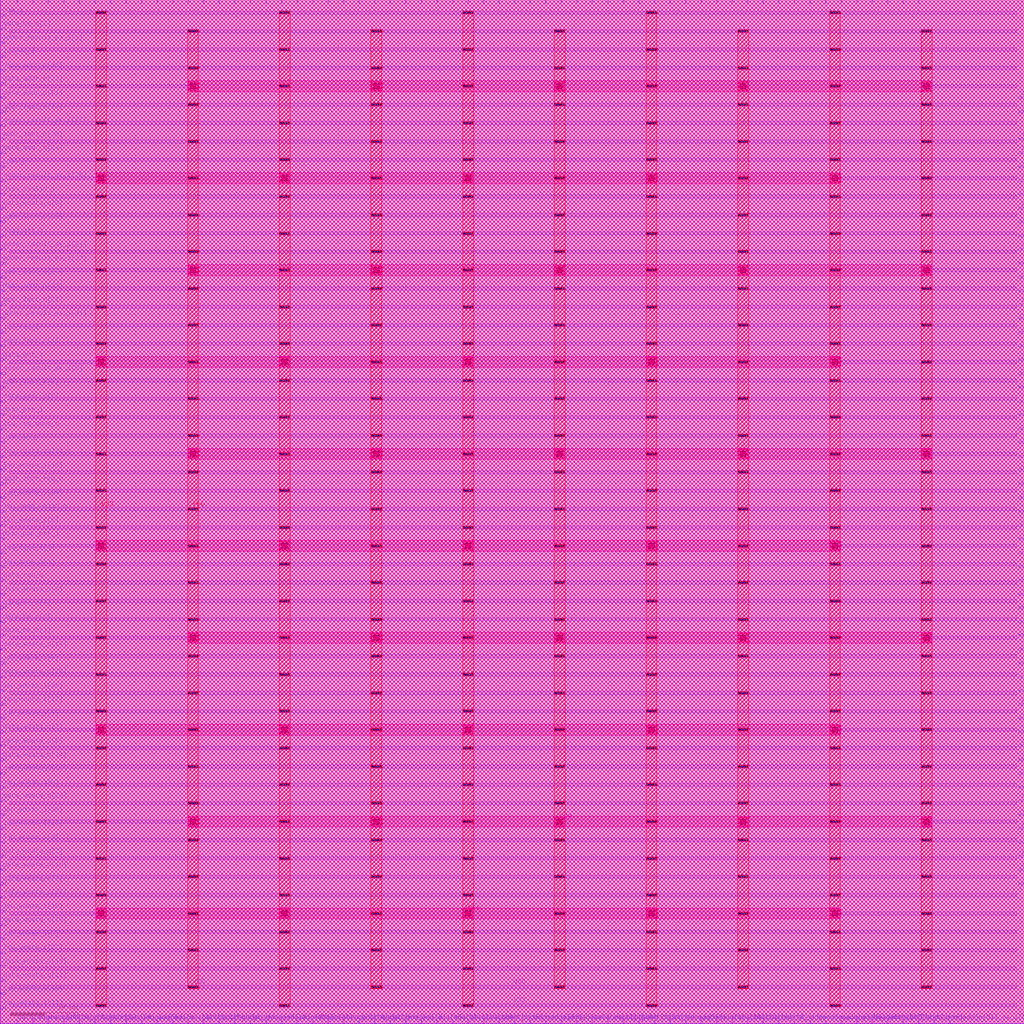
<source format=lef>
VERSION 5.8 ;
BUSBITCHARS "[]" ;
DIVIDERCHAR "/" ;
UNITS
    DATABASE MICRONS 1000 ;
END UNITS

VIA ibex_load_store_unit_via2_3_1600_480_1_5_320_320
  VIARULE M1M2_PR ;
  CUTSIZE 0.15 0.15 ;
  LAYERS met1 via met2 ;
  CUTSPACING 0.17 0.17 ;
  ENCLOSURE 0.085 0.165 0.055 0.085 ;
  ROWCOL 1 5 ;
END ibex_load_store_unit_via2_3_1600_480_1_5_320_320

VIA ibex_load_store_unit_via3_4_1600_480_1_4_400_400
  VIARULE M2M3_PR ;
  CUTSIZE 0.2 0.2 ;
  LAYERS met2 via2 met3 ;
  CUTSPACING 0.2 0.2 ;
  ENCLOSURE 0.04 0.085 0.065 0.065 ;
  ROWCOL 1 4 ;
END ibex_load_store_unit_via3_4_1600_480_1_4_400_400

VIA ibex_load_store_unit_via4_5_1600_480_1_4_400_400
  VIARULE M3M4_PR ;
  CUTSIZE 0.2 0.2 ;
  LAYERS met3 via3 met4 ;
  CUTSPACING 0.2 0.2 ;
  ENCLOSURE 0.09 0.06 0.1 0.065 ;
  ROWCOL 1 4 ;
END ibex_load_store_unit_via4_5_1600_480_1_4_400_400

VIA ibex_load_store_unit_via5_6_1600_1600_1_1_1600_1600
  VIARULE M4M5_PR ;
  CUTSIZE 0.8 0.8 ;
  LAYERS met4 via4 met5 ;
  CUTSPACING 0.8 0.8 ;
  ENCLOSURE 0.4 0.19 0.31 0.4 ;
END ibex_load_store_unit_via5_6_1600_1600_1_1_1600_1600

MACRO ibex_load_store_unit
  FOREIGN ibex_load_store_unit 0 0 ;
  CLASS BLOCK ;
  SIZE 151.525 BY 151.525 ;
  PIN VDD
    USE POWER ;
    DIRECTION INOUT ;
    PORT
      LAYER met5 ;
        RECT  27.72 137.92 137.88 139.52 ;
        RECT  27.72 110.72 137.88 112.32 ;
        RECT  27.72 83.52 137.88 85.12 ;
        RECT  27.72 56.32 137.88 57.92 ;
        RECT  27.72 29.12 137.88 30.72 ;
      LAYER met4 ;
        RECT  136.28 5.2 137.88 147.12 ;
        RECT  109.14 5.2 110.74 147.12 ;
        RECT  82 5.2 83.6 147.12 ;
        RECT  54.86 5.2 56.46 147.12 ;
        RECT  27.72 5.2 29.32 147.12 ;
      LAYER met1 ;
        RECT  1.38 146.64 150.42 147.12 ;
        RECT  1.38 141.2 150.42 141.68 ;
        RECT  1.38 135.76 150.42 136.24 ;
        RECT  1.38 130.32 150.42 130.8 ;
        RECT  1.38 124.88 150.42 125.36 ;
        RECT  1.38 119.44 150.42 119.92 ;
        RECT  1.38 114 150.42 114.48 ;
        RECT  1.38 108.56 150.42 109.04 ;
        RECT  1.38 103.12 150.42 103.6 ;
        RECT  1.38 97.68 150.42 98.16 ;
        RECT  1.38 92.24 150.42 92.72 ;
        RECT  1.38 86.8 150.42 87.28 ;
        RECT  1.38 81.36 150.42 81.84 ;
        RECT  1.38 75.92 150.42 76.4 ;
        RECT  1.38 70.48 150.42 70.96 ;
        RECT  1.38 65.04 150.42 65.52 ;
        RECT  1.38 59.6 150.42 60.08 ;
        RECT  1.38 54.16 150.42 54.64 ;
        RECT  1.38 48.72 150.42 49.2 ;
        RECT  1.38 43.28 150.42 43.76 ;
        RECT  1.38 37.84 150.42 38.32 ;
        RECT  1.38 32.4 150.42 32.88 ;
        RECT  1.38 26.96 150.42 27.44 ;
        RECT  1.38 21.52 150.42 22 ;
        RECT  1.38 16.08 150.42 16.56 ;
        RECT  1.38 10.64 150.42 11.12 ;
        RECT  1.38 5.2 150.42 5.68 ;
      VIA 137.08 138.72 ibex_load_store_unit_via5_6_1600_1600_1_1_1600_1600 ;
      VIA 137.08 111.52 ibex_load_store_unit_via5_6_1600_1600_1_1_1600_1600 ;
      VIA 137.08 84.32 ibex_load_store_unit_via5_6_1600_1600_1_1_1600_1600 ;
      VIA 137.08 57.12 ibex_load_store_unit_via5_6_1600_1600_1_1_1600_1600 ;
      VIA 137.08 29.92 ibex_load_store_unit_via5_6_1600_1600_1_1_1600_1600 ;
      VIA 109.94 138.72 ibex_load_store_unit_via5_6_1600_1600_1_1_1600_1600 ;
      VIA 109.94 111.52 ibex_load_store_unit_via5_6_1600_1600_1_1_1600_1600 ;
      VIA 109.94 84.32 ibex_load_store_unit_via5_6_1600_1600_1_1_1600_1600 ;
      VIA 109.94 57.12 ibex_load_store_unit_via5_6_1600_1600_1_1_1600_1600 ;
      VIA 109.94 29.92 ibex_load_store_unit_via5_6_1600_1600_1_1_1600_1600 ;
      VIA 82.8 138.72 ibex_load_store_unit_via5_6_1600_1600_1_1_1600_1600 ;
      VIA 82.8 111.52 ibex_load_store_unit_via5_6_1600_1600_1_1_1600_1600 ;
      VIA 82.8 84.32 ibex_load_store_unit_via5_6_1600_1600_1_1_1600_1600 ;
      VIA 82.8 57.12 ibex_load_store_unit_via5_6_1600_1600_1_1_1600_1600 ;
      VIA 82.8 29.92 ibex_load_store_unit_via5_6_1600_1600_1_1_1600_1600 ;
      VIA 55.66 138.72 ibex_load_store_unit_via5_6_1600_1600_1_1_1600_1600 ;
      VIA 55.66 111.52 ibex_load_store_unit_via5_6_1600_1600_1_1_1600_1600 ;
      VIA 55.66 84.32 ibex_load_store_unit_via5_6_1600_1600_1_1_1600_1600 ;
      VIA 55.66 57.12 ibex_load_store_unit_via5_6_1600_1600_1_1_1600_1600 ;
      VIA 55.66 29.92 ibex_load_store_unit_via5_6_1600_1600_1_1_1600_1600 ;
      VIA 28.52 138.72 ibex_load_store_unit_via5_6_1600_1600_1_1_1600_1600 ;
      VIA 28.52 111.52 ibex_load_store_unit_via5_6_1600_1600_1_1_1600_1600 ;
      VIA 28.52 84.32 ibex_load_store_unit_via5_6_1600_1600_1_1_1600_1600 ;
      VIA 28.52 57.12 ibex_load_store_unit_via5_6_1600_1600_1_1_1600_1600 ;
      VIA 28.52 29.92 ibex_load_store_unit_via5_6_1600_1600_1_1_1600_1600 ;
      LAYER met3 ;
        RECT  136.29 146.715 137.87 147.045 ;
      VIA 137.08 146.88 ibex_load_store_unit_via4_5_1600_480_1_4_400_400 ;
      LAYER met2 ;
        RECT  136.31 146.695 137.85 147.065 ;
      VIA 137.08 146.88 ibex_load_store_unit_via3_4_1600_480_1_4_400_400 ;
      VIA 137.08 146.88 ibex_load_store_unit_via2_3_1600_480_1_5_320_320 ;
      LAYER met3 ;
        RECT  136.29 141.275 137.87 141.605 ;
      VIA 137.08 141.44 ibex_load_store_unit_via4_5_1600_480_1_4_400_400 ;
      LAYER met2 ;
        RECT  136.31 141.255 137.85 141.625 ;
      VIA 137.08 141.44 ibex_load_store_unit_via3_4_1600_480_1_4_400_400 ;
      VIA 137.08 141.44 ibex_load_store_unit_via2_3_1600_480_1_5_320_320 ;
      LAYER met3 ;
        RECT  136.29 135.835 137.87 136.165 ;
      VIA 137.08 136 ibex_load_store_unit_via4_5_1600_480_1_4_400_400 ;
      LAYER met2 ;
        RECT  136.31 135.815 137.85 136.185 ;
      VIA 137.08 136 ibex_load_store_unit_via3_4_1600_480_1_4_400_400 ;
      VIA 137.08 136 ibex_load_store_unit_via2_3_1600_480_1_5_320_320 ;
      LAYER met3 ;
        RECT  136.29 130.395 137.87 130.725 ;
      VIA 137.08 130.56 ibex_load_store_unit_via4_5_1600_480_1_4_400_400 ;
      LAYER met2 ;
        RECT  136.31 130.375 137.85 130.745 ;
      VIA 137.08 130.56 ibex_load_store_unit_via3_4_1600_480_1_4_400_400 ;
      VIA 137.08 130.56 ibex_load_store_unit_via2_3_1600_480_1_5_320_320 ;
      LAYER met3 ;
        RECT  136.29 124.955 137.87 125.285 ;
      VIA 137.08 125.12 ibex_load_store_unit_via4_5_1600_480_1_4_400_400 ;
      LAYER met2 ;
        RECT  136.31 124.935 137.85 125.305 ;
      VIA 137.08 125.12 ibex_load_store_unit_via3_4_1600_480_1_4_400_400 ;
      VIA 137.08 125.12 ibex_load_store_unit_via2_3_1600_480_1_5_320_320 ;
      LAYER met3 ;
        RECT  136.29 119.515 137.87 119.845 ;
      VIA 137.08 119.68 ibex_load_store_unit_via4_5_1600_480_1_4_400_400 ;
      LAYER met2 ;
        RECT  136.31 119.495 137.85 119.865 ;
      VIA 137.08 119.68 ibex_load_store_unit_via3_4_1600_480_1_4_400_400 ;
      VIA 137.08 119.68 ibex_load_store_unit_via2_3_1600_480_1_5_320_320 ;
      LAYER met3 ;
        RECT  136.29 114.075 137.87 114.405 ;
      VIA 137.08 114.24 ibex_load_store_unit_via4_5_1600_480_1_4_400_400 ;
      LAYER met2 ;
        RECT  136.31 114.055 137.85 114.425 ;
      VIA 137.08 114.24 ibex_load_store_unit_via3_4_1600_480_1_4_400_400 ;
      VIA 137.08 114.24 ibex_load_store_unit_via2_3_1600_480_1_5_320_320 ;
      LAYER met3 ;
        RECT  136.29 108.635 137.87 108.965 ;
      VIA 137.08 108.8 ibex_load_store_unit_via4_5_1600_480_1_4_400_400 ;
      LAYER met2 ;
        RECT  136.31 108.615 137.85 108.985 ;
      VIA 137.08 108.8 ibex_load_store_unit_via3_4_1600_480_1_4_400_400 ;
      VIA 137.08 108.8 ibex_load_store_unit_via2_3_1600_480_1_5_320_320 ;
      LAYER met3 ;
        RECT  136.29 103.195 137.87 103.525 ;
      VIA 137.08 103.36 ibex_load_store_unit_via4_5_1600_480_1_4_400_400 ;
      LAYER met2 ;
        RECT  136.31 103.175 137.85 103.545 ;
      VIA 137.08 103.36 ibex_load_store_unit_via3_4_1600_480_1_4_400_400 ;
      VIA 137.08 103.36 ibex_load_store_unit_via2_3_1600_480_1_5_320_320 ;
      LAYER met3 ;
        RECT  136.29 97.755 137.87 98.085 ;
      VIA 137.08 97.92 ibex_load_store_unit_via4_5_1600_480_1_4_400_400 ;
      LAYER met2 ;
        RECT  136.31 97.735 137.85 98.105 ;
      VIA 137.08 97.92 ibex_load_store_unit_via3_4_1600_480_1_4_400_400 ;
      VIA 137.08 97.92 ibex_load_store_unit_via2_3_1600_480_1_5_320_320 ;
      LAYER met3 ;
        RECT  136.29 92.315 137.87 92.645 ;
      VIA 137.08 92.48 ibex_load_store_unit_via4_5_1600_480_1_4_400_400 ;
      LAYER met2 ;
        RECT  136.31 92.295 137.85 92.665 ;
      VIA 137.08 92.48 ibex_load_store_unit_via3_4_1600_480_1_4_400_400 ;
      VIA 137.08 92.48 ibex_load_store_unit_via2_3_1600_480_1_5_320_320 ;
      LAYER met3 ;
        RECT  136.29 86.875 137.87 87.205 ;
      VIA 137.08 87.04 ibex_load_store_unit_via4_5_1600_480_1_4_400_400 ;
      LAYER met2 ;
        RECT  136.31 86.855 137.85 87.225 ;
      VIA 137.08 87.04 ibex_load_store_unit_via3_4_1600_480_1_4_400_400 ;
      VIA 137.08 87.04 ibex_load_store_unit_via2_3_1600_480_1_5_320_320 ;
      LAYER met3 ;
        RECT  136.29 81.435 137.87 81.765 ;
      VIA 137.08 81.6 ibex_load_store_unit_via4_5_1600_480_1_4_400_400 ;
      LAYER met2 ;
        RECT  136.31 81.415 137.85 81.785 ;
      VIA 137.08 81.6 ibex_load_store_unit_via3_4_1600_480_1_4_400_400 ;
      VIA 137.08 81.6 ibex_load_store_unit_via2_3_1600_480_1_5_320_320 ;
      LAYER met3 ;
        RECT  136.29 75.995 137.87 76.325 ;
      VIA 137.08 76.16 ibex_load_store_unit_via4_5_1600_480_1_4_400_400 ;
      LAYER met2 ;
        RECT  136.31 75.975 137.85 76.345 ;
      VIA 137.08 76.16 ibex_load_store_unit_via3_4_1600_480_1_4_400_400 ;
      VIA 137.08 76.16 ibex_load_store_unit_via2_3_1600_480_1_5_320_320 ;
      LAYER met3 ;
        RECT  136.29 70.555 137.87 70.885 ;
      VIA 137.08 70.72 ibex_load_store_unit_via4_5_1600_480_1_4_400_400 ;
      LAYER met2 ;
        RECT  136.31 70.535 137.85 70.905 ;
      VIA 137.08 70.72 ibex_load_store_unit_via3_4_1600_480_1_4_400_400 ;
      VIA 137.08 70.72 ibex_load_store_unit_via2_3_1600_480_1_5_320_320 ;
      LAYER met3 ;
        RECT  136.29 65.115 137.87 65.445 ;
      VIA 137.08 65.28 ibex_load_store_unit_via4_5_1600_480_1_4_400_400 ;
      LAYER met2 ;
        RECT  136.31 65.095 137.85 65.465 ;
      VIA 137.08 65.28 ibex_load_store_unit_via3_4_1600_480_1_4_400_400 ;
      VIA 137.08 65.28 ibex_load_store_unit_via2_3_1600_480_1_5_320_320 ;
      LAYER met3 ;
        RECT  136.29 59.675 137.87 60.005 ;
      VIA 137.08 59.84 ibex_load_store_unit_via4_5_1600_480_1_4_400_400 ;
      LAYER met2 ;
        RECT  136.31 59.655 137.85 60.025 ;
      VIA 137.08 59.84 ibex_load_store_unit_via3_4_1600_480_1_4_400_400 ;
      VIA 137.08 59.84 ibex_load_store_unit_via2_3_1600_480_1_5_320_320 ;
      LAYER met3 ;
        RECT  136.29 54.235 137.87 54.565 ;
      VIA 137.08 54.4 ibex_load_store_unit_via4_5_1600_480_1_4_400_400 ;
      LAYER met2 ;
        RECT  136.31 54.215 137.85 54.585 ;
      VIA 137.08 54.4 ibex_load_store_unit_via3_4_1600_480_1_4_400_400 ;
      VIA 137.08 54.4 ibex_load_store_unit_via2_3_1600_480_1_5_320_320 ;
      LAYER met3 ;
        RECT  136.29 48.795 137.87 49.125 ;
      VIA 137.08 48.96 ibex_load_store_unit_via4_5_1600_480_1_4_400_400 ;
      LAYER met2 ;
        RECT  136.31 48.775 137.85 49.145 ;
      VIA 137.08 48.96 ibex_load_store_unit_via3_4_1600_480_1_4_400_400 ;
      VIA 137.08 48.96 ibex_load_store_unit_via2_3_1600_480_1_5_320_320 ;
      LAYER met3 ;
        RECT  136.29 43.355 137.87 43.685 ;
      VIA 137.08 43.52 ibex_load_store_unit_via4_5_1600_480_1_4_400_400 ;
      LAYER met2 ;
        RECT  136.31 43.335 137.85 43.705 ;
      VIA 137.08 43.52 ibex_load_store_unit_via3_4_1600_480_1_4_400_400 ;
      VIA 137.08 43.52 ibex_load_store_unit_via2_3_1600_480_1_5_320_320 ;
      LAYER met3 ;
        RECT  136.29 37.915 137.87 38.245 ;
      VIA 137.08 38.08 ibex_load_store_unit_via4_5_1600_480_1_4_400_400 ;
      LAYER met2 ;
        RECT  136.31 37.895 137.85 38.265 ;
      VIA 137.08 38.08 ibex_load_store_unit_via3_4_1600_480_1_4_400_400 ;
      VIA 137.08 38.08 ibex_load_store_unit_via2_3_1600_480_1_5_320_320 ;
      LAYER met3 ;
        RECT  136.29 32.475 137.87 32.805 ;
      VIA 137.08 32.64 ibex_load_store_unit_via4_5_1600_480_1_4_400_400 ;
      LAYER met2 ;
        RECT  136.31 32.455 137.85 32.825 ;
      VIA 137.08 32.64 ibex_load_store_unit_via3_4_1600_480_1_4_400_400 ;
      VIA 137.08 32.64 ibex_load_store_unit_via2_3_1600_480_1_5_320_320 ;
      LAYER met3 ;
        RECT  136.29 27.035 137.87 27.365 ;
      VIA 137.08 27.2 ibex_load_store_unit_via4_5_1600_480_1_4_400_400 ;
      LAYER met2 ;
        RECT  136.31 27.015 137.85 27.385 ;
      VIA 137.08 27.2 ibex_load_store_unit_via3_4_1600_480_1_4_400_400 ;
      VIA 137.08 27.2 ibex_load_store_unit_via2_3_1600_480_1_5_320_320 ;
      LAYER met3 ;
        RECT  136.29 21.595 137.87 21.925 ;
      VIA 137.08 21.76 ibex_load_store_unit_via4_5_1600_480_1_4_400_400 ;
      LAYER met2 ;
        RECT  136.31 21.575 137.85 21.945 ;
      VIA 137.08 21.76 ibex_load_store_unit_via3_4_1600_480_1_4_400_400 ;
      VIA 137.08 21.76 ibex_load_store_unit_via2_3_1600_480_1_5_320_320 ;
      LAYER met3 ;
        RECT  136.29 16.155 137.87 16.485 ;
      VIA 137.08 16.32 ibex_load_store_unit_via4_5_1600_480_1_4_400_400 ;
      LAYER met2 ;
        RECT  136.31 16.135 137.85 16.505 ;
      VIA 137.08 16.32 ibex_load_store_unit_via3_4_1600_480_1_4_400_400 ;
      VIA 137.08 16.32 ibex_load_store_unit_via2_3_1600_480_1_5_320_320 ;
      LAYER met3 ;
        RECT  136.29 10.715 137.87 11.045 ;
      VIA 137.08 10.88 ibex_load_store_unit_via4_5_1600_480_1_4_400_400 ;
      LAYER met2 ;
        RECT  136.31 10.695 137.85 11.065 ;
      VIA 137.08 10.88 ibex_load_store_unit_via3_4_1600_480_1_4_400_400 ;
      VIA 137.08 10.88 ibex_load_store_unit_via2_3_1600_480_1_5_320_320 ;
      LAYER met3 ;
        RECT  136.29 5.275 137.87 5.605 ;
      VIA 137.08 5.44 ibex_load_store_unit_via4_5_1600_480_1_4_400_400 ;
      LAYER met2 ;
        RECT  136.31 5.255 137.85 5.625 ;
      VIA 137.08 5.44 ibex_load_store_unit_via3_4_1600_480_1_4_400_400 ;
      VIA 137.08 5.44 ibex_load_store_unit_via2_3_1600_480_1_5_320_320 ;
      LAYER met3 ;
        RECT  109.15 146.715 110.73 147.045 ;
      VIA 109.94 146.88 ibex_load_store_unit_via4_5_1600_480_1_4_400_400 ;
      LAYER met2 ;
        RECT  109.17 146.695 110.71 147.065 ;
      VIA 109.94 146.88 ibex_load_store_unit_via3_4_1600_480_1_4_400_400 ;
      VIA 109.94 146.88 ibex_load_store_unit_via2_3_1600_480_1_5_320_320 ;
      LAYER met3 ;
        RECT  109.15 141.275 110.73 141.605 ;
      VIA 109.94 141.44 ibex_load_store_unit_via4_5_1600_480_1_4_400_400 ;
      LAYER met2 ;
        RECT  109.17 141.255 110.71 141.625 ;
      VIA 109.94 141.44 ibex_load_store_unit_via3_4_1600_480_1_4_400_400 ;
      VIA 109.94 141.44 ibex_load_store_unit_via2_3_1600_480_1_5_320_320 ;
      LAYER met3 ;
        RECT  109.15 135.835 110.73 136.165 ;
      VIA 109.94 136 ibex_load_store_unit_via4_5_1600_480_1_4_400_400 ;
      LAYER met2 ;
        RECT  109.17 135.815 110.71 136.185 ;
      VIA 109.94 136 ibex_load_store_unit_via3_4_1600_480_1_4_400_400 ;
      VIA 109.94 136 ibex_load_store_unit_via2_3_1600_480_1_5_320_320 ;
      LAYER met3 ;
        RECT  109.15 130.395 110.73 130.725 ;
      VIA 109.94 130.56 ibex_load_store_unit_via4_5_1600_480_1_4_400_400 ;
      LAYER met2 ;
        RECT  109.17 130.375 110.71 130.745 ;
      VIA 109.94 130.56 ibex_load_store_unit_via3_4_1600_480_1_4_400_400 ;
      VIA 109.94 130.56 ibex_load_store_unit_via2_3_1600_480_1_5_320_320 ;
      LAYER met3 ;
        RECT  109.15 124.955 110.73 125.285 ;
      VIA 109.94 125.12 ibex_load_store_unit_via4_5_1600_480_1_4_400_400 ;
      LAYER met2 ;
        RECT  109.17 124.935 110.71 125.305 ;
      VIA 109.94 125.12 ibex_load_store_unit_via3_4_1600_480_1_4_400_400 ;
      VIA 109.94 125.12 ibex_load_store_unit_via2_3_1600_480_1_5_320_320 ;
      LAYER met3 ;
        RECT  109.15 119.515 110.73 119.845 ;
      VIA 109.94 119.68 ibex_load_store_unit_via4_5_1600_480_1_4_400_400 ;
      LAYER met2 ;
        RECT  109.17 119.495 110.71 119.865 ;
      VIA 109.94 119.68 ibex_load_store_unit_via3_4_1600_480_1_4_400_400 ;
      VIA 109.94 119.68 ibex_load_store_unit_via2_3_1600_480_1_5_320_320 ;
      LAYER met3 ;
        RECT  109.15 114.075 110.73 114.405 ;
      VIA 109.94 114.24 ibex_load_store_unit_via4_5_1600_480_1_4_400_400 ;
      LAYER met2 ;
        RECT  109.17 114.055 110.71 114.425 ;
      VIA 109.94 114.24 ibex_load_store_unit_via3_4_1600_480_1_4_400_400 ;
      VIA 109.94 114.24 ibex_load_store_unit_via2_3_1600_480_1_5_320_320 ;
      LAYER met3 ;
        RECT  109.15 108.635 110.73 108.965 ;
      VIA 109.94 108.8 ibex_load_store_unit_via4_5_1600_480_1_4_400_400 ;
      LAYER met2 ;
        RECT  109.17 108.615 110.71 108.985 ;
      VIA 109.94 108.8 ibex_load_store_unit_via3_4_1600_480_1_4_400_400 ;
      VIA 109.94 108.8 ibex_load_store_unit_via2_3_1600_480_1_5_320_320 ;
      LAYER met3 ;
        RECT  109.15 103.195 110.73 103.525 ;
      VIA 109.94 103.36 ibex_load_store_unit_via4_5_1600_480_1_4_400_400 ;
      LAYER met2 ;
        RECT  109.17 103.175 110.71 103.545 ;
      VIA 109.94 103.36 ibex_load_store_unit_via3_4_1600_480_1_4_400_400 ;
      VIA 109.94 103.36 ibex_load_store_unit_via2_3_1600_480_1_5_320_320 ;
      LAYER met3 ;
        RECT  109.15 97.755 110.73 98.085 ;
      VIA 109.94 97.92 ibex_load_store_unit_via4_5_1600_480_1_4_400_400 ;
      LAYER met2 ;
        RECT  109.17 97.735 110.71 98.105 ;
      VIA 109.94 97.92 ibex_load_store_unit_via3_4_1600_480_1_4_400_400 ;
      VIA 109.94 97.92 ibex_load_store_unit_via2_3_1600_480_1_5_320_320 ;
      LAYER met3 ;
        RECT  109.15 92.315 110.73 92.645 ;
      VIA 109.94 92.48 ibex_load_store_unit_via4_5_1600_480_1_4_400_400 ;
      LAYER met2 ;
        RECT  109.17 92.295 110.71 92.665 ;
      VIA 109.94 92.48 ibex_load_store_unit_via3_4_1600_480_1_4_400_400 ;
      VIA 109.94 92.48 ibex_load_store_unit_via2_3_1600_480_1_5_320_320 ;
      LAYER met3 ;
        RECT  109.15 86.875 110.73 87.205 ;
      VIA 109.94 87.04 ibex_load_store_unit_via4_5_1600_480_1_4_400_400 ;
      LAYER met2 ;
        RECT  109.17 86.855 110.71 87.225 ;
      VIA 109.94 87.04 ibex_load_store_unit_via3_4_1600_480_1_4_400_400 ;
      VIA 109.94 87.04 ibex_load_store_unit_via2_3_1600_480_1_5_320_320 ;
      LAYER met3 ;
        RECT  109.15 81.435 110.73 81.765 ;
      VIA 109.94 81.6 ibex_load_store_unit_via4_5_1600_480_1_4_400_400 ;
      LAYER met2 ;
        RECT  109.17 81.415 110.71 81.785 ;
      VIA 109.94 81.6 ibex_load_store_unit_via3_4_1600_480_1_4_400_400 ;
      VIA 109.94 81.6 ibex_load_store_unit_via2_3_1600_480_1_5_320_320 ;
      LAYER met3 ;
        RECT  109.15 75.995 110.73 76.325 ;
      VIA 109.94 76.16 ibex_load_store_unit_via4_5_1600_480_1_4_400_400 ;
      LAYER met2 ;
        RECT  109.17 75.975 110.71 76.345 ;
      VIA 109.94 76.16 ibex_load_store_unit_via3_4_1600_480_1_4_400_400 ;
      VIA 109.94 76.16 ibex_load_store_unit_via2_3_1600_480_1_5_320_320 ;
      LAYER met3 ;
        RECT  109.15 70.555 110.73 70.885 ;
      VIA 109.94 70.72 ibex_load_store_unit_via4_5_1600_480_1_4_400_400 ;
      LAYER met2 ;
        RECT  109.17 70.535 110.71 70.905 ;
      VIA 109.94 70.72 ibex_load_store_unit_via3_4_1600_480_1_4_400_400 ;
      VIA 109.94 70.72 ibex_load_store_unit_via2_3_1600_480_1_5_320_320 ;
      LAYER met3 ;
        RECT  109.15 65.115 110.73 65.445 ;
      VIA 109.94 65.28 ibex_load_store_unit_via4_5_1600_480_1_4_400_400 ;
      LAYER met2 ;
        RECT  109.17 65.095 110.71 65.465 ;
      VIA 109.94 65.28 ibex_load_store_unit_via3_4_1600_480_1_4_400_400 ;
      VIA 109.94 65.28 ibex_load_store_unit_via2_3_1600_480_1_5_320_320 ;
      LAYER met3 ;
        RECT  109.15 59.675 110.73 60.005 ;
      VIA 109.94 59.84 ibex_load_store_unit_via4_5_1600_480_1_4_400_400 ;
      LAYER met2 ;
        RECT  109.17 59.655 110.71 60.025 ;
      VIA 109.94 59.84 ibex_load_store_unit_via3_4_1600_480_1_4_400_400 ;
      VIA 109.94 59.84 ibex_load_store_unit_via2_3_1600_480_1_5_320_320 ;
      LAYER met3 ;
        RECT  109.15 54.235 110.73 54.565 ;
      VIA 109.94 54.4 ibex_load_store_unit_via4_5_1600_480_1_4_400_400 ;
      LAYER met2 ;
        RECT  109.17 54.215 110.71 54.585 ;
      VIA 109.94 54.4 ibex_load_store_unit_via3_4_1600_480_1_4_400_400 ;
      VIA 109.94 54.4 ibex_load_store_unit_via2_3_1600_480_1_5_320_320 ;
      LAYER met3 ;
        RECT  109.15 48.795 110.73 49.125 ;
      VIA 109.94 48.96 ibex_load_store_unit_via4_5_1600_480_1_4_400_400 ;
      LAYER met2 ;
        RECT  109.17 48.775 110.71 49.145 ;
      VIA 109.94 48.96 ibex_load_store_unit_via3_4_1600_480_1_4_400_400 ;
      VIA 109.94 48.96 ibex_load_store_unit_via2_3_1600_480_1_5_320_320 ;
      LAYER met3 ;
        RECT  109.15 43.355 110.73 43.685 ;
      VIA 109.94 43.52 ibex_load_store_unit_via4_5_1600_480_1_4_400_400 ;
      LAYER met2 ;
        RECT  109.17 43.335 110.71 43.705 ;
      VIA 109.94 43.52 ibex_load_store_unit_via3_4_1600_480_1_4_400_400 ;
      VIA 109.94 43.52 ibex_load_store_unit_via2_3_1600_480_1_5_320_320 ;
      LAYER met3 ;
        RECT  109.15 37.915 110.73 38.245 ;
      VIA 109.94 38.08 ibex_load_store_unit_via4_5_1600_480_1_4_400_400 ;
      LAYER met2 ;
        RECT  109.17 37.895 110.71 38.265 ;
      VIA 109.94 38.08 ibex_load_store_unit_via3_4_1600_480_1_4_400_400 ;
      VIA 109.94 38.08 ibex_load_store_unit_via2_3_1600_480_1_5_320_320 ;
      LAYER met3 ;
        RECT  109.15 32.475 110.73 32.805 ;
      VIA 109.94 32.64 ibex_load_store_unit_via4_5_1600_480_1_4_400_400 ;
      LAYER met2 ;
        RECT  109.17 32.455 110.71 32.825 ;
      VIA 109.94 32.64 ibex_load_store_unit_via3_4_1600_480_1_4_400_400 ;
      VIA 109.94 32.64 ibex_load_store_unit_via2_3_1600_480_1_5_320_320 ;
      LAYER met3 ;
        RECT  109.15 27.035 110.73 27.365 ;
      VIA 109.94 27.2 ibex_load_store_unit_via4_5_1600_480_1_4_400_400 ;
      LAYER met2 ;
        RECT  109.17 27.015 110.71 27.385 ;
      VIA 109.94 27.2 ibex_load_store_unit_via3_4_1600_480_1_4_400_400 ;
      VIA 109.94 27.2 ibex_load_store_unit_via2_3_1600_480_1_5_320_320 ;
      LAYER met3 ;
        RECT  109.15 21.595 110.73 21.925 ;
      VIA 109.94 21.76 ibex_load_store_unit_via4_5_1600_480_1_4_400_400 ;
      LAYER met2 ;
        RECT  109.17 21.575 110.71 21.945 ;
      VIA 109.94 21.76 ibex_load_store_unit_via3_4_1600_480_1_4_400_400 ;
      VIA 109.94 21.76 ibex_load_store_unit_via2_3_1600_480_1_5_320_320 ;
      LAYER met3 ;
        RECT  109.15 16.155 110.73 16.485 ;
      VIA 109.94 16.32 ibex_load_store_unit_via4_5_1600_480_1_4_400_400 ;
      LAYER met2 ;
        RECT  109.17 16.135 110.71 16.505 ;
      VIA 109.94 16.32 ibex_load_store_unit_via3_4_1600_480_1_4_400_400 ;
      VIA 109.94 16.32 ibex_load_store_unit_via2_3_1600_480_1_5_320_320 ;
      LAYER met3 ;
        RECT  109.15 10.715 110.73 11.045 ;
      VIA 109.94 10.88 ibex_load_store_unit_via4_5_1600_480_1_4_400_400 ;
      LAYER met2 ;
        RECT  109.17 10.695 110.71 11.065 ;
      VIA 109.94 10.88 ibex_load_store_unit_via3_4_1600_480_1_4_400_400 ;
      VIA 109.94 10.88 ibex_load_store_unit_via2_3_1600_480_1_5_320_320 ;
      LAYER met3 ;
        RECT  109.15 5.275 110.73 5.605 ;
      VIA 109.94 5.44 ibex_load_store_unit_via4_5_1600_480_1_4_400_400 ;
      LAYER met2 ;
        RECT  109.17 5.255 110.71 5.625 ;
      VIA 109.94 5.44 ibex_load_store_unit_via3_4_1600_480_1_4_400_400 ;
      VIA 109.94 5.44 ibex_load_store_unit_via2_3_1600_480_1_5_320_320 ;
      LAYER met3 ;
        RECT  82.01 146.715 83.59 147.045 ;
      VIA 82.8 146.88 ibex_load_store_unit_via4_5_1600_480_1_4_400_400 ;
      LAYER met2 ;
        RECT  82.03 146.695 83.57 147.065 ;
      VIA 82.8 146.88 ibex_load_store_unit_via3_4_1600_480_1_4_400_400 ;
      VIA 82.8 146.88 ibex_load_store_unit_via2_3_1600_480_1_5_320_320 ;
      LAYER met3 ;
        RECT  82.01 141.275 83.59 141.605 ;
      VIA 82.8 141.44 ibex_load_store_unit_via4_5_1600_480_1_4_400_400 ;
      LAYER met2 ;
        RECT  82.03 141.255 83.57 141.625 ;
      VIA 82.8 141.44 ibex_load_store_unit_via3_4_1600_480_1_4_400_400 ;
      VIA 82.8 141.44 ibex_load_store_unit_via2_3_1600_480_1_5_320_320 ;
      LAYER met3 ;
        RECT  82.01 135.835 83.59 136.165 ;
      VIA 82.8 136 ibex_load_store_unit_via4_5_1600_480_1_4_400_400 ;
      LAYER met2 ;
        RECT  82.03 135.815 83.57 136.185 ;
      VIA 82.8 136 ibex_load_store_unit_via3_4_1600_480_1_4_400_400 ;
      VIA 82.8 136 ibex_load_store_unit_via2_3_1600_480_1_5_320_320 ;
      LAYER met3 ;
        RECT  82.01 130.395 83.59 130.725 ;
      VIA 82.8 130.56 ibex_load_store_unit_via4_5_1600_480_1_4_400_400 ;
      LAYER met2 ;
        RECT  82.03 130.375 83.57 130.745 ;
      VIA 82.8 130.56 ibex_load_store_unit_via3_4_1600_480_1_4_400_400 ;
      VIA 82.8 130.56 ibex_load_store_unit_via2_3_1600_480_1_5_320_320 ;
      LAYER met3 ;
        RECT  82.01 124.955 83.59 125.285 ;
      VIA 82.8 125.12 ibex_load_store_unit_via4_5_1600_480_1_4_400_400 ;
      LAYER met2 ;
        RECT  82.03 124.935 83.57 125.305 ;
      VIA 82.8 125.12 ibex_load_store_unit_via3_4_1600_480_1_4_400_400 ;
      VIA 82.8 125.12 ibex_load_store_unit_via2_3_1600_480_1_5_320_320 ;
      LAYER met3 ;
        RECT  82.01 119.515 83.59 119.845 ;
      VIA 82.8 119.68 ibex_load_store_unit_via4_5_1600_480_1_4_400_400 ;
      LAYER met2 ;
        RECT  82.03 119.495 83.57 119.865 ;
      VIA 82.8 119.68 ibex_load_store_unit_via3_4_1600_480_1_4_400_400 ;
      VIA 82.8 119.68 ibex_load_store_unit_via2_3_1600_480_1_5_320_320 ;
      LAYER met3 ;
        RECT  82.01 114.075 83.59 114.405 ;
      VIA 82.8 114.24 ibex_load_store_unit_via4_5_1600_480_1_4_400_400 ;
      LAYER met2 ;
        RECT  82.03 114.055 83.57 114.425 ;
      VIA 82.8 114.24 ibex_load_store_unit_via3_4_1600_480_1_4_400_400 ;
      VIA 82.8 114.24 ibex_load_store_unit_via2_3_1600_480_1_5_320_320 ;
      LAYER met3 ;
        RECT  82.01 108.635 83.59 108.965 ;
      VIA 82.8 108.8 ibex_load_store_unit_via4_5_1600_480_1_4_400_400 ;
      LAYER met2 ;
        RECT  82.03 108.615 83.57 108.985 ;
      VIA 82.8 108.8 ibex_load_store_unit_via3_4_1600_480_1_4_400_400 ;
      VIA 82.8 108.8 ibex_load_store_unit_via2_3_1600_480_1_5_320_320 ;
      LAYER met3 ;
        RECT  82.01 103.195 83.59 103.525 ;
      VIA 82.8 103.36 ibex_load_store_unit_via4_5_1600_480_1_4_400_400 ;
      LAYER met2 ;
        RECT  82.03 103.175 83.57 103.545 ;
      VIA 82.8 103.36 ibex_load_store_unit_via3_4_1600_480_1_4_400_400 ;
      VIA 82.8 103.36 ibex_load_store_unit_via2_3_1600_480_1_5_320_320 ;
      LAYER met3 ;
        RECT  82.01 97.755 83.59 98.085 ;
      VIA 82.8 97.92 ibex_load_store_unit_via4_5_1600_480_1_4_400_400 ;
      LAYER met2 ;
        RECT  82.03 97.735 83.57 98.105 ;
      VIA 82.8 97.92 ibex_load_store_unit_via3_4_1600_480_1_4_400_400 ;
      VIA 82.8 97.92 ibex_load_store_unit_via2_3_1600_480_1_5_320_320 ;
      LAYER met3 ;
        RECT  82.01 92.315 83.59 92.645 ;
      VIA 82.8 92.48 ibex_load_store_unit_via4_5_1600_480_1_4_400_400 ;
      LAYER met2 ;
        RECT  82.03 92.295 83.57 92.665 ;
      VIA 82.8 92.48 ibex_load_store_unit_via3_4_1600_480_1_4_400_400 ;
      VIA 82.8 92.48 ibex_load_store_unit_via2_3_1600_480_1_5_320_320 ;
      LAYER met3 ;
        RECT  82.01 86.875 83.59 87.205 ;
      VIA 82.8 87.04 ibex_load_store_unit_via4_5_1600_480_1_4_400_400 ;
      LAYER met2 ;
        RECT  82.03 86.855 83.57 87.225 ;
      VIA 82.8 87.04 ibex_load_store_unit_via3_4_1600_480_1_4_400_400 ;
      VIA 82.8 87.04 ibex_load_store_unit_via2_3_1600_480_1_5_320_320 ;
      LAYER met3 ;
        RECT  82.01 81.435 83.59 81.765 ;
      VIA 82.8 81.6 ibex_load_store_unit_via4_5_1600_480_1_4_400_400 ;
      LAYER met2 ;
        RECT  82.03 81.415 83.57 81.785 ;
      VIA 82.8 81.6 ibex_load_store_unit_via3_4_1600_480_1_4_400_400 ;
      VIA 82.8 81.6 ibex_load_store_unit_via2_3_1600_480_1_5_320_320 ;
      LAYER met3 ;
        RECT  82.01 75.995 83.59 76.325 ;
      VIA 82.8 76.16 ibex_load_store_unit_via4_5_1600_480_1_4_400_400 ;
      LAYER met2 ;
        RECT  82.03 75.975 83.57 76.345 ;
      VIA 82.8 76.16 ibex_load_store_unit_via3_4_1600_480_1_4_400_400 ;
      VIA 82.8 76.16 ibex_load_store_unit_via2_3_1600_480_1_5_320_320 ;
      LAYER met3 ;
        RECT  82.01 70.555 83.59 70.885 ;
      VIA 82.8 70.72 ibex_load_store_unit_via4_5_1600_480_1_4_400_400 ;
      LAYER met2 ;
        RECT  82.03 70.535 83.57 70.905 ;
      VIA 82.8 70.72 ibex_load_store_unit_via3_4_1600_480_1_4_400_400 ;
      VIA 82.8 70.72 ibex_load_store_unit_via2_3_1600_480_1_5_320_320 ;
      LAYER met3 ;
        RECT  82.01 65.115 83.59 65.445 ;
      VIA 82.8 65.28 ibex_load_store_unit_via4_5_1600_480_1_4_400_400 ;
      LAYER met2 ;
        RECT  82.03 65.095 83.57 65.465 ;
      VIA 82.8 65.28 ibex_load_store_unit_via3_4_1600_480_1_4_400_400 ;
      VIA 82.8 65.28 ibex_load_store_unit_via2_3_1600_480_1_5_320_320 ;
      LAYER met3 ;
        RECT  82.01 59.675 83.59 60.005 ;
      VIA 82.8 59.84 ibex_load_store_unit_via4_5_1600_480_1_4_400_400 ;
      LAYER met2 ;
        RECT  82.03 59.655 83.57 60.025 ;
      VIA 82.8 59.84 ibex_load_store_unit_via3_4_1600_480_1_4_400_400 ;
      VIA 82.8 59.84 ibex_load_store_unit_via2_3_1600_480_1_5_320_320 ;
      LAYER met3 ;
        RECT  82.01 54.235 83.59 54.565 ;
      VIA 82.8 54.4 ibex_load_store_unit_via4_5_1600_480_1_4_400_400 ;
      LAYER met2 ;
        RECT  82.03 54.215 83.57 54.585 ;
      VIA 82.8 54.4 ibex_load_store_unit_via3_4_1600_480_1_4_400_400 ;
      VIA 82.8 54.4 ibex_load_store_unit_via2_3_1600_480_1_5_320_320 ;
      LAYER met3 ;
        RECT  82.01 48.795 83.59 49.125 ;
      VIA 82.8 48.96 ibex_load_store_unit_via4_5_1600_480_1_4_400_400 ;
      LAYER met2 ;
        RECT  82.03 48.775 83.57 49.145 ;
      VIA 82.8 48.96 ibex_load_store_unit_via3_4_1600_480_1_4_400_400 ;
      VIA 82.8 48.96 ibex_load_store_unit_via2_3_1600_480_1_5_320_320 ;
      LAYER met3 ;
        RECT  82.01 43.355 83.59 43.685 ;
      VIA 82.8 43.52 ibex_load_store_unit_via4_5_1600_480_1_4_400_400 ;
      LAYER met2 ;
        RECT  82.03 43.335 83.57 43.705 ;
      VIA 82.8 43.52 ibex_load_store_unit_via3_4_1600_480_1_4_400_400 ;
      VIA 82.8 43.52 ibex_load_store_unit_via2_3_1600_480_1_5_320_320 ;
      LAYER met3 ;
        RECT  82.01 37.915 83.59 38.245 ;
      VIA 82.8 38.08 ibex_load_store_unit_via4_5_1600_480_1_4_400_400 ;
      LAYER met2 ;
        RECT  82.03 37.895 83.57 38.265 ;
      VIA 82.8 38.08 ibex_load_store_unit_via3_4_1600_480_1_4_400_400 ;
      VIA 82.8 38.08 ibex_load_store_unit_via2_3_1600_480_1_5_320_320 ;
      LAYER met3 ;
        RECT  82.01 32.475 83.59 32.805 ;
      VIA 82.8 32.64 ibex_load_store_unit_via4_5_1600_480_1_4_400_400 ;
      LAYER met2 ;
        RECT  82.03 32.455 83.57 32.825 ;
      VIA 82.8 32.64 ibex_load_store_unit_via3_4_1600_480_1_4_400_400 ;
      VIA 82.8 32.64 ibex_load_store_unit_via2_3_1600_480_1_5_320_320 ;
      LAYER met3 ;
        RECT  82.01 27.035 83.59 27.365 ;
      VIA 82.8 27.2 ibex_load_store_unit_via4_5_1600_480_1_4_400_400 ;
      LAYER met2 ;
        RECT  82.03 27.015 83.57 27.385 ;
      VIA 82.8 27.2 ibex_load_store_unit_via3_4_1600_480_1_4_400_400 ;
      VIA 82.8 27.2 ibex_load_store_unit_via2_3_1600_480_1_5_320_320 ;
      LAYER met3 ;
        RECT  82.01 21.595 83.59 21.925 ;
      VIA 82.8 21.76 ibex_load_store_unit_via4_5_1600_480_1_4_400_400 ;
      LAYER met2 ;
        RECT  82.03 21.575 83.57 21.945 ;
      VIA 82.8 21.76 ibex_load_store_unit_via3_4_1600_480_1_4_400_400 ;
      VIA 82.8 21.76 ibex_load_store_unit_via2_3_1600_480_1_5_320_320 ;
      LAYER met3 ;
        RECT  82.01 16.155 83.59 16.485 ;
      VIA 82.8 16.32 ibex_load_store_unit_via4_5_1600_480_1_4_400_400 ;
      LAYER met2 ;
        RECT  82.03 16.135 83.57 16.505 ;
      VIA 82.8 16.32 ibex_load_store_unit_via3_4_1600_480_1_4_400_400 ;
      VIA 82.8 16.32 ibex_load_store_unit_via2_3_1600_480_1_5_320_320 ;
      LAYER met3 ;
        RECT  82.01 10.715 83.59 11.045 ;
      VIA 82.8 10.88 ibex_load_store_unit_via4_5_1600_480_1_4_400_400 ;
      LAYER met2 ;
        RECT  82.03 10.695 83.57 11.065 ;
      VIA 82.8 10.88 ibex_load_store_unit_via3_4_1600_480_1_4_400_400 ;
      VIA 82.8 10.88 ibex_load_store_unit_via2_3_1600_480_1_5_320_320 ;
      LAYER met3 ;
        RECT  82.01 5.275 83.59 5.605 ;
      VIA 82.8 5.44 ibex_load_store_unit_via4_5_1600_480_1_4_400_400 ;
      LAYER met2 ;
        RECT  82.03 5.255 83.57 5.625 ;
      VIA 82.8 5.44 ibex_load_store_unit_via3_4_1600_480_1_4_400_400 ;
      VIA 82.8 5.44 ibex_load_store_unit_via2_3_1600_480_1_5_320_320 ;
      LAYER met3 ;
        RECT  54.87 146.715 56.45 147.045 ;
      VIA 55.66 146.88 ibex_load_store_unit_via4_5_1600_480_1_4_400_400 ;
      LAYER met2 ;
        RECT  54.89 146.695 56.43 147.065 ;
      VIA 55.66 146.88 ibex_load_store_unit_via3_4_1600_480_1_4_400_400 ;
      VIA 55.66 146.88 ibex_load_store_unit_via2_3_1600_480_1_5_320_320 ;
      LAYER met3 ;
        RECT  54.87 141.275 56.45 141.605 ;
      VIA 55.66 141.44 ibex_load_store_unit_via4_5_1600_480_1_4_400_400 ;
      LAYER met2 ;
        RECT  54.89 141.255 56.43 141.625 ;
      VIA 55.66 141.44 ibex_load_store_unit_via3_4_1600_480_1_4_400_400 ;
      VIA 55.66 141.44 ibex_load_store_unit_via2_3_1600_480_1_5_320_320 ;
      LAYER met3 ;
        RECT  54.87 135.835 56.45 136.165 ;
      VIA 55.66 136 ibex_load_store_unit_via4_5_1600_480_1_4_400_400 ;
      LAYER met2 ;
        RECT  54.89 135.815 56.43 136.185 ;
      VIA 55.66 136 ibex_load_store_unit_via3_4_1600_480_1_4_400_400 ;
      VIA 55.66 136 ibex_load_store_unit_via2_3_1600_480_1_5_320_320 ;
      LAYER met3 ;
        RECT  54.87 130.395 56.45 130.725 ;
      VIA 55.66 130.56 ibex_load_store_unit_via4_5_1600_480_1_4_400_400 ;
      LAYER met2 ;
        RECT  54.89 130.375 56.43 130.745 ;
      VIA 55.66 130.56 ibex_load_store_unit_via3_4_1600_480_1_4_400_400 ;
      VIA 55.66 130.56 ibex_load_store_unit_via2_3_1600_480_1_5_320_320 ;
      LAYER met3 ;
        RECT  54.87 124.955 56.45 125.285 ;
      VIA 55.66 125.12 ibex_load_store_unit_via4_5_1600_480_1_4_400_400 ;
      LAYER met2 ;
        RECT  54.89 124.935 56.43 125.305 ;
      VIA 55.66 125.12 ibex_load_store_unit_via3_4_1600_480_1_4_400_400 ;
      VIA 55.66 125.12 ibex_load_store_unit_via2_3_1600_480_1_5_320_320 ;
      LAYER met3 ;
        RECT  54.87 119.515 56.45 119.845 ;
      VIA 55.66 119.68 ibex_load_store_unit_via4_5_1600_480_1_4_400_400 ;
      LAYER met2 ;
        RECT  54.89 119.495 56.43 119.865 ;
      VIA 55.66 119.68 ibex_load_store_unit_via3_4_1600_480_1_4_400_400 ;
      VIA 55.66 119.68 ibex_load_store_unit_via2_3_1600_480_1_5_320_320 ;
      LAYER met3 ;
        RECT  54.87 114.075 56.45 114.405 ;
      VIA 55.66 114.24 ibex_load_store_unit_via4_5_1600_480_1_4_400_400 ;
      LAYER met2 ;
        RECT  54.89 114.055 56.43 114.425 ;
      VIA 55.66 114.24 ibex_load_store_unit_via3_4_1600_480_1_4_400_400 ;
      VIA 55.66 114.24 ibex_load_store_unit_via2_3_1600_480_1_5_320_320 ;
      LAYER met3 ;
        RECT  54.87 108.635 56.45 108.965 ;
      VIA 55.66 108.8 ibex_load_store_unit_via4_5_1600_480_1_4_400_400 ;
      LAYER met2 ;
        RECT  54.89 108.615 56.43 108.985 ;
      VIA 55.66 108.8 ibex_load_store_unit_via3_4_1600_480_1_4_400_400 ;
      VIA 55.66 108.8 ibex_load_store_unit_via2_3_1600_480_1_5_320_320 ;
      LAYER met3 ;
        RECT  54.87 103.195 56.45 103.525 ;
      VIA 55.66 103.36 ibex_load_store_unit_via4_5_1600_480_1_4_400_400 ;
      LAYER met2 ;
        RECT  54.89 103.175 56.43 103.545 ;
      VIA 55.66 103.36 ibex_load_store_unit_via3_4_1600_480_1_4_400_400 ;
      VIA 55.66 103.36 ibex_load_store_unit_via2_3_1600_480_1_5_320_320 ;
      LAYER met3 ;
        RECT  54.87 97.755 56.45 98.085 ;
      VIA 55.66 97.92 ibex_load_store_unit_via4_5_1600_480_1_4_400_400 ;
      LAYER met2 ;
        RECT  54.89 97.735 56.43 98.105 ;
      VIA 55.66 97.92 ibex_load_store_unit_via3_4_1600_480_1_4_400_400 ;
      VIA 55.66 97.92 ibex_load_store_unit_via2_3_1600_480_1_5_320_320 ;
      LAYER met3 ;
        RECT  54.87 92.315 56.45 92.645 ;
      VIA 55.66 92.48 ibex_load_store_unit_via4_5_1600_480_1_4_400_400 ;
      LAYER met2 ;
        RECT  54.89 92.295 56.43 92.665 ;
      VIA 55.66 92.48 ibex_load_store_unit_via3_4_1600_480_1_4_400_400 ;
      VIA 55.66 92.48 ibex_load_store_unit_via2_3_1600_480_1_5_320_320 ;
      LAYER met3 ;
        RECT  54.87 86.875 56.45 87.205 ;
      VIA 55.66 87.04 ibex_load_store_unit_via4_5_1600_480_1_4_400_400 ;
      LAYER met2 ;
        RECT  54.89 86.855 56.43 87.225 ;
      VIA 55.66 87.04 ibex_load_store_unit_via3_4_1600_480_1_4_400_400 ;
      VIA 55.66 87.04 ibex_load_store_unit_via2_3_1600_480_1_5_320_320 ;
      LAYER met3 ;
        RECT  54.87 81.435 56.45 81.765 ;
      VIA 55.66 81.6 ibex_load_store_unit_via4_5_1600_480_1_4_400_400 ;
      LAYER met2 ;
        RECT  54.89 81.415 56.43 81.785 ;
      VIA 55.66 81.6 ibex_load_store_unit_via3_4_1600_480_1_4_400_400 ;
      VIA 55.66 81.6 ibex_load_store_unit_via2_3_1600_480_1_5_320_320 ;
      LAYER met3 ;
        RECT  54.87 75.995 56.45 76.325 ;
      VIA 55.66 76.16 ibex_load_store_unit_via4_5_1600_480_1_4_400_400 ;
      LAYER met2 ;
        RECT  54.89 75.975 56.43 76.345 ;
      VIA 55.66 76.16 ibex_load_store_unit_via3_4_1600_480_1_4_400_400 ;
      VIA 55.66 76.16 ibex_load_store_unit_via2_3_1600_480_1_5_320_320 ;
      LAYER met3 ;
        RECT  54.87 70.555 56.45 70.885 ;
      VIA 55.66 70.72 ibex_load_store_unit_via4_5_1600_480_1_4_400_400 ;
      LAYER met2 ;
        RECT  54.89 70.535 56.43 70.905 ;
      VIA 55.66 70.72 ibex_load_store_unit_via3_4_1600_480_1_4_400_400 ;
      VIA 55.66 70.72 ibex_load_store_unit_via2_3_1600_480_1_5_320_320 ;
      LAYER met3 ;
        RECT  54.87 65.115 56.45 65.445 ;
      VIA 55.66 65.28 ibex_load_store_unit_via4_5_1600_480_1_4_400_400 ;
      LAYER met2 ;
        RECT  54.89 65.095 56.43 65.465 ;
      VIA 55.66 65.28 ibex_load_store_unit_via3_4_1600_480_1_4_400_400 ;
      VIA 55.66 65.28 ibex_load_store_unit_via2_3_1600_480_1_5_320_320 ;
      LAYER met3 ;
        RECT  54.87 59.675 56.45 60.005 ;
      VIA 55.66 59.84 ibex_load_store_unit_via4_5_1600_480_1_4_400_400 ;
      LAYER met2 ;
        RECT  54.89 59.655 56.43 60.025 ;
      VIA 55.66 59.84 ibex_load_store_unit_via3_4_1600_480_1_4_400_400 ;
      VIA 55.66 59.84 ibex_load_store_unit_via2_3_1600_480_1_5_320_320 ;
      LAYER met3 ;
        RECT  54.87 54.235 56.45 54.565 ;
      VIA 55.66 54.4 ibex_load_store_unit_via4_5_1600_480_1_4_400_400 ;
      LAYER met2 ;
        RECT  54.89 54.215 56.43 54.585 ;
      VIA 55.66 54.4 ibex_load_store_unit_via3_4_1600_480_1_4_400_400 ;
      VIA 55.66 54.4 ibex_load_store_unit_via2_3_1600_480_1_5_320_320 ;
      LAYER met3 ;
        RECT  54.87 48.795 56.45 49.125 ;
      VIA 55.66 48.96 ibex_load_store_unit_via4_5_1600_480_1_4_400_400 ;
      LAYER met2 ;
        RECT  54.89 48.775 56.43 49.145 ;
      VIA 55.66 48.96 ibex_load_store_unit_via3_4_1600_480_1_4_400_400 ;
      VIA 55.66 48.96 ibex_load_store_unit_via2_3_1600_480_1_5_320_320 ;
      LAYER met3 ;
        RECT  54.87 43.355 56.45 43.685 ;
      VIA 55.66 43.52 ibex_load_store_unit_via4_5_1600_480_1_4_400_400 ;
      LAYER met2 ;
        RECT  54.89 43.335 56.43 43.705 ;
      VIA 55.66 43.52 ibex_load_store_unit_via3_4_1600_480_1_4_400_400 ;
      VIA 55.66 43.52 ibex_load_store_unit_via2_3_1600_480_1_5_320_320 ;
      LAYER met3 ;
        RECT  54.87 37.915 56.45 38.245 ;
      VIA 55.66 38.08 ibex_load_store_unit_via4_5_1600_480_1_4_400_400 ;
      LAYER met2 ;
        RECT  54.89 37.895 56.43 38.265 ;
      VIA 55.66 38.08 ibex_load_store_unit_via3_4_1600_480_1_4_400_400 ;
      VIA 55.66 38.08 ibex_load_store_unit_via2_3_1600_480_1_5_320_320 ;
      LAYER met3 ;
        RECT  54.87 32.475 56.45 32.805 ;
      VIA 55.66 32.64 ibex_load_store_unit_via4_5_1600_480_1_4_400_400 ;
      LAYER met2 ;
        RECT  54.89 32.455 56.43 32.825 ;
      VIA 55.66 32.64 ibex_load_store_unit_via3_4_1600_480_1_4_400_400 ;
      VIA 55.66 32.64 ibex_load_store_unit_via2_3_1600_480_1_5_320_320 ;
      LAYER met3 ;
        RECT  54.87 27.035 56.45 27.365 ;
      VIA 55.66 27.2 ibex_load_store_unit_via4_5_1600_480_1_4_400_400 ;
      LAYER met2 ;
        RECT  54.89 27.015 56.43 27.385 ;
      VIA 55.66 27.2 ibex_load_store_unit_via3_4_1600_480_1_4_400_400 ;
      VIA 55.66 27.2 ibex_load_store_unit_via2_3_1600_480_1_5_320_320 ;
      LAYER met3 ;
        RECT  54.87 21.595 56.45 21.925 ;
      VIA 55.66 21.76 ibex_load_store_unit_via4_5_1600_480_1_4_400_400 ;
      LAYER met2 ;
        RECT  54.89 21.575 56.43 21.945 ;
      VIA 55.66 21.76 ibex_load_store_unit_via3_4_1600_480_1_4_400_400 ;
      VIA 55.66 21.76 ibex_load_store_unit_via2_3_1600_480_1_5_320_320 ;
      LAYER met3 ;
        RECT  54.87 16.155 56.45 16.485 ;
      VIA 55.66 16.32 ibex_load_store_unit_via4_5_1600_480_1_4_400_400 ;
      LAYER met2 ;
        RECT  54.89 16.135 56.43 16.505 ;
      VIA 55.66 16.32 ibex_load_store_unit_via3_4_1600_480_1_4_400_400 ;
      VIA 55.66 16.32 ibex_load_store_unit_via2_3_1600_480_1_5_320_320 ;
      LAYER met3 ;
        RECT  54.87 10.715 56.45 11.045 ;
      VIA 55.66 10.88 ibex_load_store_unit_via4_5_1600_480_1_4_400_400 ;
      LAYER met2 ;
        RECT  54.89 10.695 56.43 11.065 ;
      VIA 55.66 10.88 ibex_load_store_unit_via3_4_1600_480_1_4_400_400 ;
      VIA 55.66 10.88 ibex_load_store_unit_via2_3_1600_480_1_5_320_320 ;
      LAYER met3 ;
        RECT  54.87 5.275 56.45 5.605 ;
      VIA 55.66 5.44 ibex_load_store_unit_via4_5_1600_480_1_4_400_400 ;
      LAYER met2 ;
        RECT  54.89 5.255 56.43 5.625 ;
      VIA 55.66 5.44 ibex_load_store_unit_via3_4_1600_480_1_4_400_400 ;
      VIA 55.66 5.44 ibex_load_store_unit_via2_3_1600_480_1_5_320_320 ;
      LAYER met3 ;
        RECT  27.73 146.715 29.31 147.045 ;
      VIA 28.52 146.88 ibex_load_store_unit_via4_5_1600_480_1_4_400_400 ;
      LAYER met2 ;
        RECT  27.75 146.695 29.29 147.065 ;
      VIA 28.52 146.88 ibex_load_store_unit_via3_4_1600_480_1_4_400_400 ;
      VIA 28.52 146.88 ibex_load_store_unit_via2_3_1600_480_1_5_320_320 ;
      LAYER met3 ;
        RECT  27.73 141.275 29.31 141.605 ;
      VIA 28.52 141.44 ibex_load_store_unit_via4_5_1600_480_1_4_400_400 ;
      LAYER met2 ;
        RECT  27.75 141.255 29.29 141.625 ;
      VIA 28.52 141.44 ibex_load_store_unit_via3_4_1600_480_1_4_400_400 ;
      VIA 28.52 141.44 ibex_load_store_unit_via2_3_1600_480_1_5_320_320 ;
      LAYER met3 ;
        RECT  27.73 135.835 29.31 136.165 ;
      VIA 28.52 136 ibex_load_store_unit_via4_5_1600_480_1_4_400_400 ;
      LAYER met2 ;
        RECT  27.75 135.815 29.29 136.185 ;
      VIA 28.52 136 ibex_load_store_unit_via3_4_1600_480_1_4_400_400 ;
      VIA 28.52 136 ibex_load_store_unit_via2_3_1600_480_1_5_320_320 ;
      LAYER met3 ;
        RECT  27.73 130.395 29.31 130.725 ;
      VIA 28.52 130.56 ibex_load_store_unit_via4_5_1600_480_1_4_400_400 ;
      LAYER met2 ;
        RECT  27.75 130.375 29.29 130.745 ;
      VIA 28.52 130.56 ibex_load_store_unit_via3_4_1600_480_1_4_400_400 ;
      VIA 28.52 130.56 ibex_load_store_unit_via2_3_1600_480_1_5_320_320 ;
      LAYER met3 ;
        RECT  27.73 124.955 29.31 125.285 ;
      VIA 28.52 125.12 ibex_load_store_unit_via4_5_1600_480_1_4_400_400 ;
      LAYER met2 ;
        RECT  27.75 124.935 29.29 125.305 ;
      VIA 28.52 125.12 ibex_load_store_unit_via3_4_1600_480_1_4_400_400 ;
      VIA 28.52 125.12 ibex_load_store_unit_via2_3_1600_480_1_5_320_320 ;
      LAYER met3 ;
        RECT  27.73 119.515 29.31 119.845 ;
      VIA 28.52 119.68 ibex_load_store_unit_via4_5_1600_480_1_4_400_400 ;
      LAYER met2 ;
        RECT  27.75 119.495 29.29 119.865 ;
      VIA 28.52 119.68 ibex_load_store_unit_via3_4_1600_480_1_4_400_400 ;
      VIA 28.52 119.68 ibex_load_store_unit_via2_3_1600_480_1_5_320_320 ;
      LAYER met3 ;
        RECT  27.73 114.075 29.31 114.405 ;
      VIA 28.52 114.24 ibex_load_store_unit_via4_5_1600_480_1_4_400_400 ;
      LAYER met2 ;
        RECT  27.75 114.055 29.29 114.425 ;
      VIA 28.52 114.24 ibex_load_store_unit_via3_4_1600_480_1_4_400_400 ;
      VIA 28.52 114.24 ibex_load_store_unit_via2_3_1600_480_1_5_320_320 ;
      LAYER met3 ;
        RECT  27.73 108.635 29.31 108.965 ;
      VIA 28.52 108.8 ibex_load_store_unit_via4_5_1600_480_1_4_400_400 ;
      LAYER met2 ;
        RECT  27.75 108.615 29.29 108.985 ;
      VIA 28.52 108.8 ibex_load_store_unit_via3_4_1600_480_1_4_400_400 ;
      VIA 28.52 108.8 ibex_load_store_unit_via2_3_1600_480_1_5_320_320 ;
      LAYER met3 ;
        RECT  27.73 103.195 29.31 103.525 ;
      VIA 28.52 103.36 ibex_load_store_unit_via4_5_1600_480_1_4_400_400 ;
      LAYER met2 ;
        RECT  27.75 103.175 29.29 103.545 ;
      VIA 28.52 103.36 ibex_load_store_unit_via3_4_1600_480_1_4_400_400 ;
      VIA 28.52 103.36 ibex_load_store_unit_via2_3_1600_480_1_5_320_320 ;
      LAYER met3 ;
        RECT  27.73 97.755 29.31 98.085 ;
      VIA 28.52 97.92 ibex_load_store_unit_via4_5_1600_480_1_4_400_400 ;
      LAYER met2 ;
        RECT  27.75 97.735 29.29 98.105 ;
      VIA 28.52 97.92 ibex_load_store_unit_via3_4_1600_480_1_4_400_400 ;
      VIA 28.52 97.92 ibex_load_store_unit_via2_3_1600_480_1_5_320_320 ;
      LAYER met3 ;
        RECT  27.73 92.315 29.31 92.645 ;
      VIA 28.52 92.48 ibex_load_store_unit_via4_5_1600_480_1_4_400_400 ;
      LAYER met2 ;
        RECT  27.75 92.295 29.29 92.665 ;
      VIA 28.52 92.48 ibex_load_store_unit_via3_4_1600_480_1_4_400_400 ;
      VIA 28.52 92.48 ibex_load_store_unit_via2_3_1600_480_1_5_320_320 ;
      LAYER met3 ;
        RECT  27.73 86.875 29.31 87.205 ;
      VIA 28.52 87.04 ibex_load_store_unit_via4_5_1600_480_1_4_400_400 ;
      LAYER met2 ;
        RECT  27.75 86.855 29.29 87.225 ;
      VIA 28.52 87.04 ibex_load_store_unit_via3_4_1600_480_1_4_400_400 ;
      VIA 28.52 87.04 ibex_load_store_unit_via2_3_1600_480_1_5_320_320 ;
      LAYER met3 ;
        RECT  27.73 81.435 29.31 81.765 ;
      VIA 28.52 81.6 ibex_load_store_unit_via4_5_1600_480_1_4_400_400 ;
      LAYER met2 ;
        RECT  27.75 81.415 29.29 81.785 ;
      VIA 28.52 81.6 ibex_load_store_unit_via3_4_1600_480_1_4_400_400 ;
      VIA 28.52 81.6 ibex_load_store_unit_via2_3_1600_480_1_5_320_320 ;
      LAYER met3 ;
        RECT  27.73 75.995 29.31 76.325 ;
      VIA 28.52 76.16 ibex_load_store_unit_via4_5_1600_480_1_4_400_400 ;
      LAYER met2 ;
        RECT  27.75 75.975 29.29 76.345 ;
      VIA 28.52 76.16 ibex_load_store_unit_via3_4_1600_480_1_4_400_400 ;
      VIA 28.52 76.16 ibex_load_store_unit_via2_3_1600_480_1_5_320_320 ;
      LAYER met3 ;
        RECT  27.73 70.555 29.31 70.885 ;
      VIA 28.52 70.72 ibex_load_store_unit_via4_5_1600_480_1_4_400_400 ;
      LAYER met2 ;
        RECT  27.75 70.535 29.29 70.905 ;
      VIA 28.52 70.72 ibex_load_store_unit_via3_4_1600_480_1_4_400_400 ;
      VIA 28.52 70.72 ibex_load_store_unit_via2_3_1600_480_1_5_320_320 ;
      LAYER met3 ;
        RECT  27.73 65.115 29.31 65.445 ;
      VIA 28.52 65.28 ibex_load_store_unit_via4_5_1600_480_1_4_400_400 ;
      LAYER met2 ;
        RECT  27.75 65.095 29.29 65.465 ;
      VIA 28.52 65.28 ibex_load_store_unit_via3_4_1600_480_1_4_400_400 ;
      VIA 28.52 65.28 ibex_load_store_unit_via2_3_1600_480_1_5_320_320 ;
      LAYER met3 ;
        RECT  27.73 59.675 29.31 60.005 ;
      VIA 28.52 59.84 ibex_load_store_unit_via4_5_1600_480_1_4_400_400 ;
      LAYER met2 ;
        RECT  27.75 59.655 29.29 60.025 ;
      VIA 28.52 59.84 ibex_load_store_unit_via3_4_1600_480_1_4_400_400 ;
      VIA 28.52 59.84 ibex_load_store_unit_via2_3_1600_480_1_5_320_320 ;
      LAYER met3 ;
        RECT  27.73 54.235 29.31 54.565 ;
      VIA 28.52 54.4 ibex_load_store_unit_via4_5_1600_480_1_4_400_400 ;
      LAYER met2 ;
        RECT  27.75 54.215 29.29 54.585 ;
      VIA 28.52 54.4 ibex_load_store_unit_via3_4_1600_480_1_4_400_400 ;
      VIA 28.52 54.4 ibex_load_store_unit_via2_3_1600_480_1_5_320_320 ;
      LAYER met3 ;
        RECT  27.73 48.795 29.31 49.125 ;
      VIA 28.52 48.96 ibex_load_store_unit_via4_5_1600_480_1_4_400_400 ;
      LAYER met2 ;
        RECT  27.75 48.775 29.29 49.145 ;
      VIA 28.52 48.96 ibex_load_store_unit_via3_4_1600_480_1_4_400_400 ;
      VIA 28.52 48.96 ibex_load_store_unit_via2_3_1600_480_1_5_320_320 ;
      LAYER met3 ;
        RECT  27.73 43.355 29.31 43.685 ;
      VIA 28.52 43.52 ibex_load_store_unit_via4_5_1600_480_1_4_400_400 ;
      LAYER met2 ;
        RECT  27.75 43.335 29.29 43.705 ;
      VIA 28.52 43.52 ibex_load_store_unit_via3_4_1600_480_1_4_400_400 ;
      VIA 28.52 43.52 ibex_load_store_unit_via2_3_1600_480_1_5_320_320 ;
      LAYER met3 ;
        RECT  27.73 37.915 29.31 38.245 ;
      VIA 28.52 38.08 ibex_load_store_unit_via4_5_1600_480_1_4_400_400 ;
      LAYER met2 ;
        RECT  27.75 37.895 29.29 38.265 ;
      VIA 28.52 38.08 ibex_load_store_unit_via3_4_1600_480_1_4_400_400 ;
      VIA 28.52 38.08 ibex_load_store_unit_via2_3_1600_480_1_5_320_320 ;
      LAYER met3 ;
        RECT  27.73 32.475 29.31 32.805 ;
      VIA 28.52 32.64 ibex_load_store_unit_via4_5_1600_480_1_4_400_400 ;
      LAYER met2 ;
        RECT  27.75 32.455 29.29 32.825 ;
      VIA 28.52 32.64 ibex_load_store_unit_via3_4_1600_480_1_4_400_400 ;
      VIA 28.52 32.64 ibex_load_store_unit_via2_3_1600_480_1_5_320_320 ;
      LAYER met3 ;
        RECT  27.73 27.035 29.31 27.365 ;
      VIA 28.52 27.2 ibex_load_store_unit_via4_5_1600_480_1_4_400_400 ;
      LAYER met2 ;
        RECT  27.75 27.015 29.29 27.385 ;
      VIA 28.52 27.2 ibex_load_store_unit_via3_4_1600_480_1_4_400_400 ;
      VIA 28.52 27.2 ibex_load_store_unit_via2_3_1600_480_1_5_320_320 ;
      LAYER met3 ;
        RECT  27.73 21.595 29.31 21.925 ;
      VIA 28.52 21.76 ibex_load_store_unit_via4_5_1600_480_1_4_400_400 ;
      LAYER met2 ;
        RECT  27.75 21.575 29.29 21.945 ;
      VIA 28.52 21.76 ibex_load_store_unit_via3_4_1600_480_1_4_400_400 ;
      VIA 28.52 21.76 ibex_load_store_unit_via2_3_1600_480_1_5_320_320 ;
      LAYER met3 ;
        RECT  27.73 16.155 29.31 16.485 ;
      VIA 28.52 16.32 ibex_load_store_unit_via4_5_1600_480_1_4_400_400 ;
      LAYER met2 ;
        RECT  27.75 16.135 29.29 16.505 ;
      VIA 28.52 16.32 ibex_load_store_unit_via3_4_1600_480_1_4_400_400 ;
      VIA 28.52 16.32 ibex_load_store_unit_via2_3_1600_480_1_5_320_320 ;
      LAYER met3 ;
        RECT  27.73 10.715 29.31 11.045 ;
      VIA 28.52 10.88 ibex_load_store_unit_via4_5_1600_480_1_4_400_400 ;
      LAYER met2 ;
        RECT  27.75 10.695 29.29 11.065 ;
      VIA 28.52 10.88 ibex_load_store_unit_via3_4_1600_480_1_4_400_400 ;
      VIA 28.52 10.88 ibex_load_store_unit_via2_3_1600_480_1_5_320_320 ;
      LAYER met3 ;
        RECT  27.73 5.275 29.31 5.605 ;
      VIA 28.52 5.44 ibex_load_store_unit_via4_5_1600_480_1_4_400_400 ;
      LAYER met2 ;
        RECT  27.75 5.255 29.29 5.625 ;
      VIA 28.52 5.44 ibex_load_store_unit_via3_4_1600_480_1_4_400_400 ;
      VIA 28.52 5.44 ibex_load_store_unit_via2_3_1600_480_1_5_320_320 ;
    END
  END VDD
  PIN VSS
    USE GROUND ;
    DIRECTION INOUT ;
    PORT
      LAYER met5 ;
        RECT  14.15 124.32 124.31 125.92 ;
        RECT  14.15 97.12 124.31 98.72 ;
        RECT  14.15 69.92 124.31 71.52 ;
        RECT  14.15 42.72 124.31 44.32 ;
        RECT  14.15 15.52 124.31 17.12 ;
      LAYER met4 ;
        RECT  122.71 2.48 124.31 149.84 ;
        RECT  95.57 2.48 97.17 149.84 ;
        RECT  68.43 2.48 70.03 149.84 ;
        RECT  41.29 2.48 42.89 149.84 ;
        RECT  14.15 2.48 15.75 149.84 ;
      LAYER met1 ;
        RECT  1.38 149.36 150.42 149.84 ;
        RECT  1.38 143.92 150.42 144.4 ;
        RECT  1.38 138.48 150.42 138.96 ;
        RECT  1.38 133.04 150.42 133.52 ;
        RECT  1.38 127.6 150.42 128.08 ;
        RECT  1.38 122.16 150.42 122.64 ;
        RECT  1.38 116.72 150.42 117.2 ;
        RECT  1.38 111.28 150.42 111.76 ;
        RECT  1.38 105.84 150.42 106.32 ;
        RECT  1.38 100.4 150.42 100.88 ;
        RECT  1.38 94.96 150.42 95.44 ;
        RECT  1.38 89.52 150.42 90 ;
        RECT  1.38 84.08 150.42 84.56 ;
        RECT  1.38 78.64 150.42 79.12 ;
        RECT  1.38 73.2 150.42 73.68 ;
        RECT  1.38 67.76 150.42 68.24 ;
        RECT  1.38 62.32 150.42 62.8 ;
        RECT  1.38 56.88 150.42 57.36 ;
        RECT  1.38 51.44 150.42 51.92 ;
        RECT  1.38 46 150.42 46.48 ;
        RECT  1.38 40.56 150.42 41.04 ;
        RECT  1.38 35.12 150.42 35.6 ;
        RECT  1.38 29.68 150.42 30.16 ;
        RECT  1.38 24.24 150.42 24.72 ;
        RECT  1.38 18.8 150.42 19.28 ;
        RECT  1.38 13.36 150.42 13.84 ;
        RECT  1.38 7.92 150.42 8.4 ;
        RECT  1.38 2.48 150.42 2.96 ;
      VIA 123.51 125.12 ibex_load_store_unit_via5_6_1600_1600_1_1_1600_1600 ;
      VIA 123.51 97.92 ibex_load_store_unit_via5_6_1600_1600_1_1_1600_1600 ;
      VIA 123.51 70.72 ibex_load_store_unit_via5_6_1600_1600_1_1_1600_1600 ;
      VIA 123.51 43.52 ibex_load_store_unit_via5_6_1600_1600_1_1_1600_1600 ;
      VIA 123.51 16.32 ibex_load_store_unit_via5_6_1600_1600_1_1_1600_1600 ;
      VIA 96.37 125.12 ibex_load_store_unit_via5_6_1600_1600_1_1_1600_1600 ;
      VIA 96.37 97.92 ibex_load_store_unit_via5_6_1600_1600_1_1_1600_1600 ;
      VIA 96.37 70.72 ibex_load_store_unit_via5_6_1600_1600_1_1_1600_1600 ;
      VIA 96.37 43.52 ibex_load_store_unit_via5_6_1600_1600_1_1_1600_1600 ;
      VIA 96.37 16.32 ibex_load_store_unit_via5_6_1600_1600_1_1_1600_1600 ;
      VIA 69.23 125.12 ibex_load_store_unit_via5_6_1600_1600_1_1_1600_1600 ;
      VIA 69.23 97.92 ibex_load_store_unit_via5_6_1600_1600_1_1_1600_1600 ;
      VIA 69.23 70.72 ibex_load_store_unit_via5_6_1600_1600_1_1_1600_1600 ;
      VIA 69.23 43.52 ibex_load_store_unit_via5_6_1600_1600_1_1_1600_1600 ;
      VIA 69.23 16.32 ibex_load_store_unit_via5_6_1600_1600_1_1_1600_1600 ;
      VIA 42.09 125.12 ibex_load_store_unit_via5_6_1600_1600_1_1_1600_1600 ;
      VIA 42.09 97.92 ibex_load_store_unit_via5_6_1600_1600_1_1_1600_1600 ;
      VIA 42.09 70.72 ibex_load_store_unit_via5_6_1600_1600_1_1_1600_1600 ;
      VIA 42.09 43.52 ibex_load_store_unit_via5_6_1600_1600_1_1_1600_1600 ;
      VIA 42.09 16.32 ibex_load_store_unit_via5_6_1600_1600_1_1_1600_1600 ;
      VIA 14.95 125.12 ibex_load_store_unit_via5_6_1600_1600_1_1_1600_1600 ;
      VIA 14.95 97.92 ibex_load_store_unit_via5_6_1600_1600_1_1_1600_1600 ;
      VIA 14.95 70.72 ibex_load_store_unit_via5_6_1600_1600_1_1_1600_1600 ;
      VIA 14.95 43.52 ibex_load_store_unit_via5_6_1600_1600_1_1_1600_1600 ;
      VIA 14.95 16.32 ibex_load_store_unit_via5_6_1600_1600_1_1_1600_1600 ;
      LAYER met3 ;
        RECT  122.72 149.435 124.3 149.765 ;
      VIA 123.51 149.6 ibex_load_store_unit_via4_5_1600_480_1_4_400_400 ;
      LAYER met2 ;
        RECT  122.74 149.415 124.28 149.785 ;
      VIA 123.51 149.6 ibex_load_store_unit_via3_4_1600_480_1_4_400_400 ;
      VIA 123.51 149.6 ibex_load_store_unit_via2_3_1600_480_1_5_320_320 ;
      LAYER met3 ;
        RECT  122.72 143.995 124.3 144.325 ;
      VIA 123.51 144.16 ibex_load_store_unit_via4_5_1600_480_1_4_400_400 ;
      LAYER met2 ;
        RECT  122.74 143.975 124.28 144.345 ;
      VIA 123.51 144.16 ibex_load_store_unit_via3_4_1600_480_1_4_400_400 ;
      VIA 123.51 144.16 ibex_load_store_unit_via2_3_1600_480_1_5_320_320 ;
      LAYER met3 ;
        RECT  122.72 138.555 124.3 138.885 ;
      VIA 123.51 138.72 ibex_load_store_unit_via4_5_1600_480_1_4_400_400 ;
      LAYER met2 ;
        RECT  122.74 138.535 124.28 138.905 ;
      VIA 123.51 138.72 ibex_load_store_unit_via3_4_1600_480_1_4_400_400 ;
      VIA 123.51 138.72 ibex_load_store_unit_via2_3_1600_480_1_5_320_320 ;
      LAYER met3 ;
        RECT  122.72 133.115 124.3 133.445 ;
      VIA 123.51 133.28 ibex_load_store_unit_via4_5_1600_480_1_4_400_400 ;
      LAYER met2 ;
        RECT  122.74 133.095 124.28 133.465 ;
      VIA 123.51 133.28 ibex_load_store_unit_via3_4_1600_480_1_4_400_400 ;
      VIA 123.51 133.28 ibex_load_store_unit_via2_3_1600_480_1_5_320_320 ;
      LAYER met3 ;
        RECT  122.72 127.675 124.3 128.005 ;
      VIA 123.51 127.84 ibex_load_store_unit_via4_5_1600_480_1_4_400_400 ;
      LAYER met2 ;
        RECT  122.74 127.655 124.28 128.025 ;
      VIA 123.51 127.84 ibex_load_store_unit_via3_4_1600_480_1_4_400_400 ;
      VIA 123.51 127.84 ibex_load_store_unit_via2_3_1600_480_1_5_320_320 ;
      LAYER met3 ;
        RECT  122.72 122.235 124.3 122.565 ;
      VIA 123.51 122.4 ibex_load_store_unit_via4_5_1600_480_1_4_400_400 ;
      LAYER met2 ;
        RECT  122.74 122.215 124.28 122.585 ;
      VIA 123.51 122.4 ibex_load_store_unit_via3_4_1600_480_1_4_400_400 ;
      VIA 123.51 122.4 ibex_load_store_unit_via2_3_1600_480_1_5_320_320 ;
      LAYER met3 ;
        RECT  122.72 116.795 124.3 117.125 ;
      VIA 123.51 116.96 ibex_load_store_unit_via4_5_1600_480_1_4_400_400 ;
      LAYER met2 ;
        RECT  122.74 116.775 124.28 117.145 ;
      VIA 123.51 116.96 ibex_load_store_unit_via3_4_1600_480_1_4_400_400 ;
      VIA 123.51 116.96 ibex_load_store_unit_via2_3_1600_480_1_5_320_320 ;
      LAYER met3 ;
        RECT  122.72 111.355 124.3 111.685 ;
      VIA 123.51 111.52 ibex_load_store_unit_via4_5_1600_480_1_4_400_400 ;
      LAYER met2 ;
        RECT  122.74 111.335 124.28 111.705 ;
      VIA 123.51 111.52 ibex_load_store_unit_via3_4_1600_480_1_4_400_400 ;
      VIA 123.51 111.52 ibex_load_store_unit_via2_3_1600_480_1_5_320_320 ;
      LAYER met3 ;
        RECT  122.72 105.915 124.3 106.245 ;
      VIA 123.51 106.08 ibex_load_store_unit_via4_5_1600_480_1_4_400_400 ;
      LAYER met2 ;
        RECT  122.74 105.895 124.28 106.265 ;
      VIA 123.51 106.08 ibex_load_store_unit_via3_4_1600_480_1_4_400_400 ;
      VIA 123.51 106.08 ibex_load_store_unit_via2_3_1600_480_1_5_320_320 ;
      LAYER met3 ;
        RECT  122.72 100.475 124.3 100.805 ;
      VIA 123.51 100.64 ibex_load_store_unit_via4_5_1600_480_1_4_400_400 ;
      LAYER met2 ;
        RECT  122.74 100.455 124.28 100.825 ;
      VIA 123.51 100.64 ibex_load_store_unit_via3_4_1600_480_1_4_400_400 ;
      VIA 123.51 100.64 ibex_load_store_unit_via2_3_1600_480_1_5_320_320 ;
      LAYER met3 ;
        RECT  122.72 95.035 124.3 95.365 ;
      VIA 123.51 95.2 ibex_load_store_unit_via4_5_1600_480_1_4_400_400 ;
      LAYER met2 ;
        RECT  122.74 95.015 124.28 95.385 ;
      VIA 123.51 95.2 ibex_load_store_unit_via3_4_1600_480_1_4_400_400 ;
      VIA 123.51 95.2 ibex_load_store_unit_via2_3_1600_480_1_5_320_320 ;
      LAYER met3 ;
        RECT  122.72 89.595 124.3 89.925 ;
      VIA 123.51 89.76 ibex_load_store_unit_via4_5_1600_480_1_4_400_400 ;
      LAYER met2 ;
        RECT  122.74 89.575 124.28 89.945 ;
      VIA 123.51 89.76 ibex_load_store_unit_via3_4_1600_480_1_4_400_400 ;
      VIA 123.51 89.76 ibex_load_store_unit_via2_3_1600_480_1_5_320_320 ;
      LAYER met3 ;
        RECT  122.72 84.155 124.3 84.485 ;
      VIA 123.51 84.32 ibex_load_store_unit_via4_5_1600_480_1_4_400_400 ;
      LAYER met2 ;
        RECT  122.74 84.135 124.28 84.505 ;
      VIA 123.51 84.32 ibex_load_store_unit_via3_4_1600_480_1_4_400_400 ;
      VIA 123.51 84.32 ibex_load_store_unit_via2_3_1600_480_1_5_320_320 ;
      LAYER met3 ;
        RECT  122.72 78.715 124.3 79.045 ;
      VIA 123.51 78.88 ibex_load_store_unit_via4_5_1600_480_1_4_400_400 ;
      LAYER met2 ;
        RECT  122.74 78.695 124.28 79.065 ;
      VIA 123.51 78.88 ibex_load_store_unit_via3_4_1600_480_1_4_400_400 ;
      VIA 123.51 78.88 ibex_load_store_unit_via2_3_1600_480_1_5_320_320 ;
      LAYER met3 ;
        RECT  122.72 73.275 124.3 73.605 ;
      VIA 123.51 73.44 ibex_load_store_unit_via4_5_1600_480_1_4_400_400 ;
      LAYER met2 ;
        RECT  122.74 73.255 124.28 73.625 ;
      VIA 123.51 73.44 ibex_load_store_unit_via3_4_1600_480_1_4_400_400 ;
      VIA 123.51 73.44 ibex_load_store_unit_via2_3_1600_480_1_5_320_320 ;
      LAYER met3 ;
        RECT  122.72 67.835 124.3 68.165 ;
      VIA 123.51 68 ibex_load_store_unit_via4_5_1600_480_1_4_400_400 ;
      LAYER met2 ;
        RECT  122.74 67.815 124.28 68.185 ;
      VIA 123.51 68 ibex_load_store_unit_via3_4_1600_480_1_4_400_400 ;
      VIA 123.51 68 ibex_load_store_unit_via2_3_1600_480_1_5_320_320 ;
      LAYER met3 ;
        RECT  122.72 62.395 124.3 62.725 ;
      VIA 123.51 62.56 ibex_load_store_unit_via4_5_1600_480_1_4_400_400 ;
      LAYER met2 ;
        RECT  122.74 62.375 124.28 62.745 ;
      VIA 123.51 62.56 ibex_load_store_unit_via3_4_1600_480_1_4_400_400 ;
      VIA 123.51 62.56 ibex_load_store_unit_via2_3_1600_480_1_5_320_320 ;
      LAYER met3 ;
        RECT  122.72 56.955 124.3 57.285 ;
      VIA 123.51 57.12 ibex_load_store_unit_via4_5_1600_480_1_4_400_400 ;
      LAYER met2 ;
        RECT  122.74 56.935 124.28 57.305 ;
      VIA 123.51 57.12 ibex_load_store_unit_via3_4_1600_480_1_4_400_400 ;
      VIA 123.51 57.12 ibex_load_store_unit_via2_3_1600_480_1_5_320_320 ;
      LAYER met3 ;
        RECT  122.72 51.515 124.3 51.845 ;
      VIA 123.51 51.68 ibex_load_store_unit_via4_5_1600_480_1_4_400_400 ;
      LAYER met2 ;
        RECT  122.74 51.495 124.28 51.865 ;
      VIA 123.51 51.68 ibex_load_store_unit_via3_4_1600_480_1_4_400_400 ;
      VIA 123.51 51.68 ibex_load_store_unit_via2_3_1600_480_1_5_320_320 ;
      LAYER met3 ;
        RECT  122.72 46.075 124.3 46.405 ;
      VIA 123.51 46.24 ibex_load_store_unit_via4_5_1600_480_1_4_400_400 ;
      LAYER met2 ;
        RECT  122.74 46.055 124.28 46.425 ;
      VIA 123.51 46.24 ibex_load_store_unit_via3_4_1600_480_1_4_400_400 ;
      VIA 123.51 46.24 ibex_load_store_unit_via2_3_1600_480_1_5_320_320 ;
      LAYER met3 ;
        RECT  122.72 40.635 124.3 40.965 ;
      VIA 123.51 40.8 ibex_load_store_unit_via4_5_1600_480_1_4_400_400 ;
      LAYER met2 ;
        RECT  122.74 40.615 124.28 40.985 ;
      VIA 123.51 40.8 ibex_load_store_unit_via3_4_1600_480_1_4_400_400 ;
      VIA 123.51 40.8 ibex_load_store_unit_via2_3_1600_480_1_5_320_320 ;
      LAYER met3 ;
        RECT  122.72 35.195 124.3 35.525 ;
      VIA 123.51 35.36 ibex_load_store_unit_via4_5_1600_480_1_4_400_400 ;
      LAYER met2 ;
        RECT  122.74 35.175 124.28 35.545 ;
      VIA 123.51 35.36 ibex_load_store_unit_via3_4_1600_480_1_4_400_400 ;
      VIA 123.51 35.36 ibex_load_store_unit_via2_3_1600_480_1_5_320_320 ;
      LAYER met3 ;
        RECT  122.72 29.755 124.3 30.085 ;
      VIA 123.51 29.92 ibex_load_store_unit_via4_5_1600_480_1_4_400_400 ;
      LAYER met2 ;
        RECT  122.74 29.735 124.28 30.105 ;
      VIA 123.51 29.92 ibex_load_store_unit_via3_4_1600_480_1_4_400_400 ;
      VIA 123.51 29.92 ibex_load_store_unit_via2_3_1600_480_1_5_320_320 ;
      LAYER met3 ;
        RECT  122.72 24.315 124.3 24.645 ;
      VIA 123.51 24.48 ibex_load_store_unit_via4_5_1600_480_1_4_400_400 ;
      LAYER met2 ;
        RECT  122.74 24.295 124.28 24.665 ;
      VIA 123.51 24.48 ibex_load_store_unit_via3_4_1600_480_1_4_400_400 ;
      VIA 123.51 24.48 ibex_load_store_unit_via2_3_1600_480_1_5_320_320 ;
      LAYER met3 ;
        RECT  122.72 18.875 124.3 19.205 ;
      VIA 123.51 19.04 ibex_load_store_unit_via4_5_1600_480_1_4_400_400 ;
      LAYER met2 ;
        RECT  122.74 18.855 124.28 19.225 ;
      VIA 123.51 19.04 ibex_load_store_unit_via3_4_1600_480_1_4_400_400 ;
      VIA 123.51 19.04 ibex_load_store_unit_via2_3_1600_480_1_5_320_320 ;
      LAYER met3 ;
        RECT  122.72 13.435 124.3 13.765 ;
      VIA 123.51 13.6 ibex_load_store_unit_via4_5_1600_480_1_4_400_400 ;
      LAYER met2 ;
        RECT  122.74 13.415 124.28 13.785 ;
      VIA 123.51 13.6 ibex_load_store_unit_via3_4_1600_480_1_4_400_400 ;
      VIA 123.51 13.6 ibex_load_store_unit_via2_3_1600_480_1_5_320_320 ;
      LAYER met3 ;
        RECT  122.72 7.995 124.3 8.325 ;
      VIA 123.51 8.16 ibex_load_store_unit_via4_5_1600_480_1_4_400_400 ;
      LAYER met2 ;
        RECT  122.74 7.975 124.28 8.345 ;
      VIA 123.51 8.16 ibex_load_store_unit_via3_4_1600_480_1_4_400_400 ;
      VIA 123.51 8.16 ibex_load_store_unit_via2_3_1600_480_1_5_320_320 ;
      LAYER met3 ;
        RECT  122.72 2.555 124.3 2.885 ;
      VIA 123.51 2.72 ibex_load_store_unit_via4_5_1600_480_1_4_400_400 ;
      LAYER met2 ;
        RECT  122.74 2.535 124.28 2.905 ;
      VIA 123.51 2.72 ibex_load_store_unit_via3_4_1600_480_1_4_400_400 ;
      VIA 123.51 2.72 ibex_load_store_unit_via2_3_1600_480_1_5_320_320 ;
      LAYER met3 ;
        RECT  95.58 149.435 97.16 149.765 ;
      VIA 96.37 149.6 ibex_load_store_unit_via4_5_1600_480_1_4_400_400 ;
      LAYER met2 ;
        RECT  95.6 149.415 97.14 149.785 ;
      VIA 96.37 149.6 ibex_load_store_unit_via3_4_1600_480_1_4_400_400 ;
      VIA 96.37 149.6 ibex_load_store_unit_via2_3_1600_480_1_5_320_320 ;
      LAYER met3 ;
        RECT  95.58 143.995 97.16 144.325 ;
      VIA 96.37 144.16 ibex_load_store_unit_via4_5_1600_480_1_4_400_400 ;
      LAYER met2 ;
        RECT  95.6 143.975 97.14 144.345 ;
      VIA 96.37 144.16 ibex_load_store_unit_via3_4_1600_480_1_4_400_400 ;
      VIA 96.37 144.16 ibex_load_store_unit_via2_3_1600_480_1_5_320_320 ;
      LAYER met3 ;
        RECT  95.58 138.555 97.16 138.885 ;
      VIA 96.37 138.72 ibex_load_store_unit_via4_5_1600_480_1_4_400_400 ;
      LAYER met2 ;
        RECT  95.6 138.535 97.14 138.905 ;
      VIA 96.37 138.72 ibex_load_store_unit_via3_4_1600_480_1_4_400_400 ;
      VIA 96.37 138.72 ibex_load_store_unit_via2_3_1600_480_1_5_320_320 ;
      LAYER met3 ;
        RECT  95.58 133.115 97.16 133.445 ;
      VIA 96.37 133.28 ibex_load_store_unit_via4_5_1600_480_1_4_400_400 ;
      LAYER met2 ;
        RECT  95.6 133.095 97.14 133.465 ;
      VIA 96.37 133.28 ibex_load_store_unit_via3_4_1600_480_1_4_400_400 ;
      VIA 96.37 133.28 ibex_load_store_unit_via2_3_1600_480_1_5_320_320 ;
      LAYER met3 ;
        RECT  95.58 127.675 97.16 128.005 ;
      VIA 96.37 127.84 ibex_load_store_unit_via4_5_1600_480_1_4_400_400 ;
      LAYER met2 ;
        RECT  95.6 127.655 97.14 128.025 ;
      VIA 96.37 127.84 ibex_load_store_unit_via3_4_1600_480_1_4_400_400 ;
      VIA 96.37 127.84 ibex_load_store_unit_via2_3_1600_480_1_5_320_320 ;
      LAYER met3 ;
        RECT  95.58 122.235 97.16 122.565 ;
      VIA 96.37 122.4 ibex_load_store_unit_via4_5_1600_480_1_4_400_400 ;
      LAYER met2 ;
        RECT  95.6 122.215 97.14 122.585 ;
      VIA 96.37 122.4 ibex_load_store_unit_via3_4_1600_480_1_4_400_400 ;
      VIA 96.37 122.4 ibex_load_store_unit_via2_3_1600_480_1_5_320_320 ;
      LAYER met3 ;
        RECT  95.58 116.795 97.16 117.125 ;
      VIA 96.37 116.96 ibex_load_store_unit_via4_5_1600_480_1_4_400_400 ;
      LAYER met2 ;
        RECT  95.6 116.775 97.14 117.145 ;
      VIA 96.37 116.96 ibex_load_store_unit_via3_4_1600_480_1_4_400_400 ;
      VIA 96.37 116.96 ibex_load_store_unit_via2_3_1600_480_1_5_320_320 ;
      LAYER met3 ;
        RECT  95.58 111.355 97.16 111.685 ;
      VIA 96.37 111.52 ibex_load_store_unit_via4_5_1600_480_1_4_400_400 ;
      LAYER met2 ;
        RECT  95.6 111.335 97.14 111.705 ;
      VIA 96.37 111.52 ibex_load_store_unit_via3_4_1600_480_1_4_400_400 ;
      VIA 96.37 111.52 ibex_load_store_unit_via2_3_1600_480_1_5_320_320 ;
      LAYER met3 ;
        RECT  95.58 105.915 97.16 106.245 ;
      VIA 96.37 106.08 ibex_load_store_unit_via4_5_1600_480_1_4_400_400 ;
      LAYER met2 ;
        RECT  95.6 105.895 97.14 106.265 ;
      VIA 96.37 106.08 ibex_load_store_unit_via3_4_1600_480_1_4_400_400 ;
      VIA 96.37 106.08 ibex_load_store_unit_via2_3_1600_480_1_5_320_320 ;
      LAYER met3 ;
        RECT  95.58 100.475 97.16 100.805 ;
      VIA 96.37 100.64 ibex_load_store_unit_via4_5_1600_480_1_4_400_400 ;
      LAYER met2 ;
        RECT  95.6 100.455 97.14 100.825 ;
      VIA 96.37 100.64 ibex_load_store_unit_via3_4_1600_480_1_4_400_400 ;
      VIA 96.37 100.64 ibex_load_store_unit_via2_3_1600_480_1_5_320_320 ;
      LAYER met3 ;
        RECT  95.58 95.035 97.16 95.365 ;
      VIA 96.37 95.2 ibex_load_store_unit_via4_5_1600_480_1_4_400_400 ;
      LAYER met2 ;
        RECT  95.6 95.015 97.14 95.385 ;
      VIA 96.37 95.2 ibex_load_store_unit_via3_4_1600_480_1_4_400_400 ;
      VIA 96.37 95.2 ibex_load_store_unit_via2_3_1600_480_1_5_320_320 ;
      LAYER met3 ;
        RECT  95.58 89.595 97.16 89.925 ;
      VIA 96.37 89.76 ibex_load_store_unit_via4_5_1600_480_1_4_400_400 ;
      LAYER met2 ;
        RECT  95.6 89.575 97.14 89.945 ;
      VIA 96.37 89.76 ibex_load_store_unit_via3_4_1600_480_1_4_400_400 ;
      VIA 96.37 89.76 ibex_load_store_unit_via2_3_1600_480_1_5_320_320 ;
      LAYER met3 ;
        RECT  95.58 84.155 97.16 84.485 ;
      VIA 96.37 84.32 ibex_load_store_unit_via4_5_1600_480_1_4_400_400 ;
      LAYER met2 ;
        RECT  95.6 84.135 97.14 84.505 ;
      VIA 96.37 84.32 ibex_load_store_unit_via3_4_1600_480_1_4_400_400 ;
      VIA 96.37 84.32 ibex_load_store_unit_via2_3_1600_480_1_5_320_320 ;
      LAYER met3 ;
        RECT  95.58 78.715 97.16 79.045 ;
      VIA 96.37 78.88 ibex_load_store_unit_via4_5_1600_480_1_4_400_400 ;
      LAYER met2 ;
        RECT  95.6 78.695 97.14 79.065 ;
      VIA 96.37 78.88 ibex_load_store_unit_via3_4_1600_480_1_4_400_400 ;
      VIA 96.37 78.88 ibex_load_store_unit_via2_3_1600_480_1_5_320_320 ;
      LAYER met3 ;
        RECT  95.58 73.275 97.16 73.605 ;
      VIA 96.37 73.44 ibex_load_store_unit_via4_5_1600_480_1_4_400_400 ;
      LAYER met2 ;
        RECT  95.6 73.255 97.14 73.625 ;
      VIA 96.37 73.44 ibex_load_store_unit_via3_4_1600_480_1_4_400_400 ;
      VIA 96.37 73.44 ibex_load_store_unit_via2_3_1600_480_1_5_320_320 ;
      LAYER met3 ;
        RECT  95.58 67.835 97.16 68.165 ;
      VIA 96.37 68 ibex_load_store_unit_via4_5_1600_480_1_4_400_400 ;
      LAYER met2 ;
        RECT  95.6 67.815 97.14 68.185 ;
      VIA 96.37 68 ibex_load_store_unit_via3_4_1600_480_1_4_400_400 ;
      VIA 96.37 68 ibex_load_store_unit_via2_3_1600_480_1_5_320_320 ;
      LAYER met3 ;
        RECT  95.58 62.395 97.16 62.725 ;
      VIA 96.37 62.56 ibex_load_store_unit_via4_5_1600_480_1_4_400_400 ;
      LAYER met2 ;
        RECT  95.6 62.375 97.14 62.745 ;
      VIA 96.37 62.56 ibex_load_store_unit_via3_4_1600_480_1_4_400_400 ;
      VIA 96.37 62.56 ibex_load_store_unit_via2_3_1600_480_1_5_320_320 ;
      LAYER met3 ;
        RECT  95.58 56.955 97.16 57.285 ;
      VIA 96.37 57.12 ibex_load_store_unit_via4_5_1600_480_1_4_400_400 ;
      LAYER met2 ;
        RECT  95.6 56.935 97.14 57.305 ;
      VIA 96.37 57.12 ibex_load_store_unit_via3_4_1600_480_1_4_400_400 ;
      VIA 96.37 57.12 ibex_load_store_unit_via2_3_1600_480_1_5_320_320 ;
      LAYER met3 ;
        RECT  95.58 51.515 97.16 51.845 ;
      VIA 96.37 51.68 ibex_load_store_unit_via4_5_1600_480_1_4_400_400 ;
      LAYER met2 ;
        RECT  95.6 51.495 97.14 51.865 ;
      VIA 96.37 51.68 ibex_load_store_unit_via3_4_1600_480_1_4_400_400 ;
      VIA 96.37 51.68 ibex_load_store_unit_via2_3_1600_480_1_5_320_320 ;
      LAYER met3 ;
        RECT  95.58 46.075 97.16 46.405 ;
      VIA 96.37 46.24 ibex_load_store_unit_via4_5_1600_480_1_4_400_400 ;
      LAYER met2 ;
        RECT  95.6 46.055 97.14 46.425 ;
      VIA 96.37 46.24 ibex_load_store_unit_via3_4_1600_480_1_4_400_400 ;
      VIA 96.37 46.24 ibex_load_store_unit_via2_3_1600_480_1_5_320_320 ;
      LAYER met3 ;
        RECT  95.58 40.635 97.16 40.965 ;
      VIA 96.37 40.8 ibex_load_store_unit_via4_5_1600_480_1_4_400_400 ;
      LAYER met2 ;
        RECT  95.6 40.615 97.14 40.985 ;
      VIA 96.37 40.8 ibex_load_store_unit_via3_4_1600_480_1_4_400_400 ;
      VIA 96.37 40.8 ibex_load_store_unit_via2_3_1600_480_1_5_320_320 ;
      LAYER met3 ;
        RECT  95.58 35.195 97.16 35.525 ;
      VIA 96.37 35.36 ibex_load_store_unit_via4_5_1600_480_1_4_400_400 ;
      LAYER met2 ;
        RECT  95.6 35.175 97.14 35.545 ;
      VIA 96.37 35.36 ibex_load_store_unit_via3_4_1600_480_1_4_400_400 ;
      VIA 96.37 35.36 ibex_load_store_unit_via2_3_1600_480_1_5_320_320 ;
      LAYER met3 ;
        RECT  95.58 29.755 97.16 30.085 ;
      VIA 96.37 29.92 ibex_load_store_unit_via4_5_1600_480_1_4_400_400 ;
      LAYER met2 ;
        RECT  95.6 29.735 97.14 30.105 ;
      VIA 96.37 29.92 ibex_load_store_unit_via3_4_1600_480_1_4_400_400 ;
      VIA 96.37 29.92 ibex_load_store_unit_via2_3_1600_480_1_5_320_320 ;
      LAYER met3 ;
        RECT  95.58 24.315 97.16 24.645 ;
      VIA 96.37 24.48 ibex_load_store_unit_via4_5_1600_480_1_4_400_400 ;
      LAYER met2 ;
        RECT  95.6 24.295 97.14 24.665 ;
      VIA 96.37 24.48 ibex_load_store_unit_via3_4_1600_480_1_4_400_400 ;
      VIA 96.37 24.48 ibex_load_store_unit_via2_3_1600_480_1_5_320_320 ;
      LAYER met3 ;
        RECT  95.58 18.875 97.16 19.205 ;
      VIA 96.37 19.04 ibex_load_store_unit_via4_5_1600_480_1_4_400_400 ;
      LAYER met2 ;
        RECT  95.6 18.855 97.14 19.225 ;
      VIA 96.37 19.04 ibex_load_store_unit_via3_4_1600_480_1_4_400_400 ;
      VIA 96.37 19.04 ibex_load_store_unit_via2_3_1600_480_1_5_320_320 ;
      LAYER met3 ;
        RECT  95.58 13.435 97.16 13.765 ;
      VIA 96.37 13.6 ibex_load_store_unit_via4_5_1600_480_1_4_400_400 ;
      LAYER met2 ;
        RECT  95.6 13.415 97.14 13.785 ;
      VIA 96.37 13.6 ibex_load_store_unit_via3_4_1600_480_1_4_400_400 ;
      VIA 96.37 13.6 ibex_load_store_unit_via2_3_1600_480_1_5_320_320 ;
      LAYER met3 ;
        RECT  95.58 7.995 97.16 8.325 ;
      VIA 96.37 8.16 ibex_load_store_unit_via4_5_1600_480_1_4_400_400 ;
      LAYER met2 ;
        RECT  95.6 7.975 97.14 8.345 ;
      VIA 96.37 8.16 ibex_load_store_unit_via3_4_1600_480_1_4_400_400 ;
      VIA 96.37 8.16 ibex_load_store_unit_via2_3_1600_480_1_5_320_320 ;
      LAYER met3 ;
        RECT  95.58 2.555 97.16 2.885 ;
      VIA 96.37 2.72 ibex_load_store_unit_via4_5_1600_480_1_4_400_400 ;
      LAYER met2 ;
        RECT  95.6 2.535 97.14 2.905 ;
      VIA 96.37 2.72 ibex_load_store_unit_via3_4_1600_480_1_4_400_400 ;
      VIA 96.37 2.72 ibex_load_store_unit_via2_3_1600_480_1_5_320_320 ;
      LAYER met3 ;
        RECT  68.44 149.435 70.02 149.765 ;
      VIA 69.23 149.6 ibex_load_store_unit_via4_5_1600_480_1_4_400_400 ;
      LAYER met2 ;
        RECT  68.46 149.415 70 149.785 ;
      VIA 69.23 149.6 ibex_load_store_unit_via3_4_1600_480_1_4_400_400 ;
      VIA 69.23 149.6 ibex_load_store_unit_via2_3_1600_480_1_5_320_320 ;
      LAYER met3 ;
        RECT  68.44 143.995 70.02 144.325 ;
      VIA 69.23 144.16 ibex_load_store_unit_via4_5_1600_480_1_4_400_400 ;
      LAYER met2 ;
        RECT  68.46 143.975 70 144.345 ;
      VIA 69.23 144.16 ibex_load_store_unit_via3_4_1600_480_1_4_400_400 ;
      VIA 69.23 144.16 ibex_load_store_unit_via2_3_1600_480_1_5_320_320 ;
      LAYER met3 ;
        RECT  68.44 138.555 70.02 138.885 ;
      VIA 69.23 138.72 ibex_load_store_unit_via4_5_1600_480_1_4_400_400 ;
      LAYER met2 ;
        RECT  68.46 138.535 70 138.905 ;
      VIA 69.23 138.72 ibex_load_store_unit_via3_4_1600_480_1_4_400_400 ;
      VIA 69.23 138.72 ibex_load_store_unit_via2_3_1600_480_1_5_320_320 ;
      LAYER met3 ;
        RECT  68.44 133.115 70.02 133.445 ;
      VIA 69.23 133.28 ibex_load_store_unit_via4_5_1600_480_1_4_400_400 ;
      LAYER met2 ;
        RECT  68.46 133.095 70 133.465 ;
      VIA 69.23 133.28 ibex_load_store_unit_via3_4_1600_480_1_4_400_400 ;
      VIA 69.23 133.28 ibex_load_store_unit_via2_3_1600_480_1_5_320_320 ;
      LAYER met3 ;
        RECT  68.44 127.675 70.02 128.005 ;
      VIA 69.23 127.84 ibex_load_store_unit_via4_5_1600_480_1_4_400_400 ;
      LAYER met2 ;
        RECT  68.46 127.655 70 128.025 ;
      VIA 69.23 127.84 ibex_load_store_unit_via3_4_1600_480_1_4_400_400 ;
      VIA 69.23 127.84 ibex_load_store_unit_via2_3_1600_480_1_5_320_320 ;
      LAYER met3 ;
        RECT  68.44 122.235 70.02 122.565 ;
      VIA 69.23 122.4 ibex_load_store_unit_via4_5_1600_480_1_4_400_400 ;
      LAYER met2 ;
        RECT  68.46 122.215 70 122.585 ;
      VIA 69.23 122.4 ibex_load_store_unit_via3_4_1600_480_1_4_400_400 ;
      VIA 69.23 122.4 ibex_load_store_unit_via2_3_1600_480_1_5_320_320 ;
      LAYER met3 ;
        RECT  68.44 116.795 70.02 117.125 ;
      VIA 69.23 116.96 ibex_load_store_unit_via4_5_1600_480_1_4_400_400 ;
      LAYER met2 ;
        RECT  68.46 116.775 70 117.145 ;
      VIA 69.23 116.96 ibex_load_store_unit_via3_4_1600_480_1_4_400_400 ;
      VIA 69.23 116.96 ibex_load_store_unit_via2_3_1600_480_1_5_320_320 ;
      LAYER met3 ;
        RECT  68.44 111.355 70.02 111.685 ;
      VIA 69.23 111.52 ibex_load_store_unit_via4_5_1600_480_1_4_400_400 ;
      LAYER met2 ;
        RECT  68.46 111.335 70 111.705 ;
      VIA 69.23 111.52 ibex_load_store_unit_via3_4_1600_480_1_4_400_400 ;
      VIA 69.23 111.52 ibex_load_store_unit_via2_3_1600_480_1_5_320_320 ;
      LAYER met3 ;
        RECT  68.44 105.915 70.02 106.245 ;
      VIA 69.23 106.08 ibex_load_store_unit_via4_5_1600_480_1_4_400_400 ;
      LAYER met2 ;
        RECT  68.46 105.895 70 106.265 ;
      VIA 69.23 106.08 ibex_load_store_unit_via3_4_1600_480_1_4_400_400 ;
      VIA 69.23 106.08 ibex_load_store_unit_via2_3_1600_480_1_5_320_320 ;
      LAYER met3 ;
        RECT  68.44 100.475 70.02 100.805 ;
      VIA 69.23 100.64 ibex_load_store_unit_via4_5_1600_480_1_4_400_400 ;
      LAYER met2 ;
        RECT  68.46 100.455 70 100.825 ;
      VIA 69.23 100.64 ibex_load_store_unit_via3_4_1600_480_1_4_400_400 ;
      VIA 69.23 100.64 ibex_load_store_unit_via2_3_1600_480_1_5_320_320 ;
      LAYER met3 ;
        RECT  68.44 95.035 70.02 95.365 ;
      VIA 69.23 95.2 ibex_load_store_unit_via4_5_1600_480_1_4_400_400 ;
      LAYER met2 ;
        RECT  68.46 95.015 70 95.385 ;
      VIA 69.23 95.2 ibex_load_store_unit_via3_4_1600_480_1_4_400_400 ;
      VIA 69.23 95.2 ibex_load_store_unit_via2_3_1600_480_1_5_320_320 ;
      LAYER met3 ;
        RECT  68.44 89.595 70.02 89.925 ;
      VIA 69.23 89.76 ibex_load_store_unit_via4_5_1600_480_1_4_400_400 ;
      LAYER met2 ;
        RECT  68.46 89.575 70 89.945 ;
      VIA 69.23 89.76 ibex_load_store_unit_via3_4_1600_480_1_4_400_400 ;
      VIA 69.23 89.76 ibex_load_store_unit_via2_3_1600_480_1_5_320_320 ;
      LAYER met3 ;
        RECT  68.44 84.155 70.02 84.485 ;
      VIA 69.23 84.32 ibex_load_store_unit_via4_5_1600_480_1_4_400_400 ;
      LAYER met2 ;
        RECT  68.46 84.135 70 84.505 ;
      VIA 69.23 84.32 ibex_load_store_unit_via3_4_1600_480_1_4_400_400 ;
      VIA 69.23 84.32 ibex_load_store_unit_via2_3_1600_480_1_5_320_320 ;
      LAYER met3 ;
        RECT  68.44 78.715 70.02 79.045 ;
      VIA 69.23 78.88 ibex_load_store_unit_via4_5_1600_480_1_4_400_400 ;
      LAYER met2 ;
        RECT  68.46 78.695 70 79.065 ;
      VIA 69.23 78.88 ibex_load_store_unit_via3_4_1600_480_1_4_400_400 ;
      VIA 69.23 78.88 ibex_load_store_unit_via2_3_1600_480_1_5_320_320 ;
      LAYER met3 ;
        RECT  68.44 73.275 70.02 73.605 ;
      VIA 69.23 73.44 ibex_load_store_unit_via4_5_1600_480_1_4_400_400 ;
      LAYER met2 ;
        RECT  68.46 73.255 70 73.625 ;
      VIA 69.23 73.44 ibex_load_store_unit_via3_4_1600_480_1_4_400_400 ;
      VIA 69.23 73.44 ibex_load_store_unit_via2_3_1600_480_1_5_320_320 ;
      LAYER met3 ;
        RECT  68.44 67.835 70.02 68.165 ;
      VIA 69.23 68 ibex_load_store_unit_via4_5_1600_480_1_4_400_400 ;
      LAYER met2 ;
        RECT  68.46 67.815 70 68.185 ;
      VIA 69.23 68 ibex_load_store_unit_via3_4_1600_480_1_4_400_400 ;
      VIA 69.23 68 ibex_load_store_unit_via2_3_1600_480_1_5_320_320 ;
      LAYER met3 ;
        RECT  68.44 62.395 70.02 62.725 ;
      VIA 69.23 62.56 ibex_load_store_unit_via4_5_1600_480_1_4_400_400 ;
      LAYER met2 ;
        RECT  68.46 62.375 70 62.745 ;
      VIA 69.23 62.56 ibex_load_store_unit_via3_4_1600_480_1_4_400_400 ;
      VIA 69.23 62.56 ibex_load_store_unit_via2_3_1600_480_1_5_320_320 ;
      LAYER met3 ;
        RECT  68.44 56.955 70.02 57.285 ;
      VIA 69.23 57.12 ibex_load_store_unit_via4_5_1600_480_1_4_400_400 ;
      LAYER met2 ;
        RECT  68.46 56.935 70 57.305 ;
      VIA 69.23 57.12 ibex_load_store_unit_via3_4_1600_480_1_4_400_400 ;
      VIA 69.23 57.12 ibex_load_store_unit_via2_3_1600_480_1_5_320_320 ;
      LAYER met3 ;
        RECT  68.44 51.515 70.02 51.845 ;
      VIA 69.23 51.68 ibex_load_store_unit_via4_5_1600_480_1_4_400_400 ;
      LAYER met2 ;
        RECT  68.46 51.495 70 51.865 ;
      VIA 69.23 51.68 ibex_load_store_unit_via3_4_1600_480_1_4_400_400 ;
      VIA 69.23 51.68 ibex_load_store_unit_via2_3_1600_480_1_5_320_320 ;
      LAYER met3 ;
        RECT  68.44 46.075 70.02 46.405 ;
      VIA 69.23 46.24 ibex_load_store_unit_via4_5_1600_480_1_4_400_400 ;
      LAYER met2 ;
        RECT  68.46 46.055 70 46.425 ;
      VIA 69.23 46.24 ibex_load_store_unit_via3_4_1600_480_1_4_400_400 ;
      VIA 69.23 46.24 ibex_load_store_unit_via2_3_1600_480_1_5_320_320 ;
      LAYER met3 ;
        RECT  68.44 40.635 70.02 40.965 ;
      VIA 69.23 40.8 ibex_load_store_unit_via4_5_1600_480_1_4_400_400 ;
      LAYER met2 ;
        RECT  68.46 40.615 70 40.985 ;
      VIA 69.23 40.8 ibex_load_store_unit_via3_4_1600_480_1_4_400_400 ;
      VIA 69.23 40.8 ibex_load_store_unit_via2_3_1600_480_1_5_320_320 ;
      LAYER met3 ;
        RECT  68.44 35.195 70.02 35.525 ;
      VIA 69.23 35.36 ibex_load_store_unit_via4_5_1600_480_1_4_400_400 ;
      LAYER met2 ;
        RECT  68.46 35.175 70 35.545 ;
      VIA 69.23 35.36 ibex_load_store_unit_via3_4_1600_480_1_4_400_400 ;
      VIA 69.23 35.36 ibex_load_store_unit_via2_3_1600_480_1_5_320_320 ;
      LAYER met3 ;
        RECT  68.44 29.755 70.02 30.085 ;
      VIA 69.23 29.92 ibex_load_store_unit_via4_5_1600_480_1_4_400_400 ;
      LAYER met2 ;
        RECT  68.46 29.735 70 30.105 ;
      VIA 69.23 29.92 ibex_load_store_unit_via3_4_1600_480_1_4_400_400 ;
      VIA 69.23 29.92 ibex_load_store_unit_via2_3_1600_480_1_5_320_320 ;
      LAYER met3 ;
        RECT  68.44 24.315 70.02 24.645 ;
      VIA 69.23 24.48 ibex_load_store_unit_via4_5_1600_480_1_4_400_400 ;
      LAYER met2 ;
        RECT  68.46 24.295 70 24.665 ;
      VIA 69.23 24.48 ibex_load_store_unit_via3_4_1600_480_1_4_400_400 ;
      VIA 69.23 24.48 ibex_load_store_unit_via2_3_1600_480_1_5_320_320 ;
      LAYER met3 ;
        RECT  68.44 18.875 70.02 19.205 ;
      VIA 69.23 19.04 ibex_load_store_unit_via4_5_1600_480_1_4_400_400 ;
      LAYER met2 ;
        RECT  68.46 18.855 70 19.225 ;
      VIA 69.23 19.04 ibex_load_store_unit_via3_4_1600_480_1_4_400_400 ;
      VIA 69.23 19.04 ibex_load_store_unit_via2_3_1600_480_1_5_320_320 ;
      LAYER met3 ;
        RECT  68.44 13.435 70.02 13.765 ;
      VIA 69.23 13.6 ibex_load_store_unit_via4_5_1600_480_1_4_400_400 ;
      LAYER met2 ;
        RECT  68.46 13.415 70 13.785 ;
      VIA 69.23 13.6 ibex_load_store_unit_via3_4_1600_480_1_4_400_400 ;
      VIA 69.23 13.6 ibex_load_store_unit_via2_3_1600_480_1_5_320_320 ;
      LAYER met3 ;
        RECT  68.44 7.995 70.02 8.325 ;
      VIA 69.23 8.16 ibex_load_store_unit_via4_5_1600_480_1_4_400_400 ;
      LAYER met2 ;
        RECT  68.46 7.975 70 8.345 ;
      VIA 69.23 8.16 ibex_load_store_unit_via3_4_1600_480_1_4_400_400 ;
      VIA 69.23 8.16 ibex_load_store_unit_via2_3_1600_480_1_5_320_320 ;
      LAYER met3 ;
        RECT  68.44 2.555 70.02 2.885 ;
      VIA 69.23 2.72 ibex_load_store_unit_via4_5_1600_480_1_4_400_400 ;
      LAYER met2 ;
        RECT  68.46 2.535 70 2.905 ;
      VIA 69.23 2.72 ibex_load_store_unit_via3_4_1600_480_1_4_400_400 ;
      VIA 69.23 2.72 ibex_load_store_unit_via2_3_1600_480_1_5_320_320 ;
      LAYER met3 ;
        RECT  41.3 149.435 42.88 149.765 ;
      VIA 42.09 149.6 ibex_load_store_unit_via4_5_1600_480_1_4_400_400 ;
      LAYER met2 ;
        RECT  41.32 149.415 42.86 149.785 ;
      VIA 42.09 149.6 ibex_load_store_unit_via3_4_1600_480_1_4_400_400 ;
      VIA 42.09 149.6 ibex_load_store_unit_via2_3_1600_480_1_5_320_320 ;
      LAYER met3 ;
        RECT  41.3 143.995 42.88 144.325 ;
      VIA 42.09 144.16 ibex_load_store_unit_via4_5_1600_480_1_4_400_400 ;
      LAYER met2 ;
        RECT  41.32 143.975 42.86 144.345 ;
      VIA 42.09 144.16 ibex_load_store_unit_via3_4_1600_480_1_4_400_400 ;
      VIA 42.09 144.16 ibex_load_store_unit_via2_3_1600_480_1_5_320_320 ;
      LAYER met3 ;
        RECT  41.3 138.555 42.88 138.885 ;
      VIA 42.09 138.72 ibex_load_store_unit_via4_5_1600_480_1_4_400_400 ;
      LAYER met2 ;
        RECT  41.32 138.535 42.86 138.905 ;
      VIA 42.09 138.72 ibex_load_store_unit_via3_4_1600_480_1_4_400_400 ;
      VIA 42.09 138.72 ibex_load_store_unit_via2_3_1600_480_1_5_320_320 ;
      LAYER met3 ;
        RECT  41.3 133.115 42.88 133.445 ;
      VIA 42.09 133.28 ibex_load_store_unit_via4_5_1600_480_1_4_400_400 ;
      LAYER met2 ;
        RECT  41.32 133.095 42.86 133.465 ;
      VIA 42.09 133.28 ibex_load_store_unit_via3_4_1600_480_1_4_400_400 ;
      VIA 42.09 133.28 ibex_load_store_unit_via2_3_1600_480_1_5_320_320 ;
      LAYER met3 ;
        RECT  41.3 127.675 42.88 128.005 ;
      VIA 42.09 127.84 ibex_load_store_unit_via4_5_1600_480_1_4_400_400 ;
      LAYER met2 ;
        RECT  41.32 127.655 42.86 128.025 ;
      VIA 42.09 127.84 ibex_load_store_unit_via3_4_1600_480_1_4_400_400 ;
      VIA 42.09 127.84 ibex_load_store_unit_via2_3_1600_480_1_5_320_320 ;
      LAYER met3 ;
        RECT  41.3 122.235 42.88 122.565 ;
      VIA 42.09 122.4 ibex_load_store_unit_via4_5_1600_480_1_4_400_400 ;
      LAYER met2 ;
        RECT  41.32 122.215 42.86 122.585 ;
      VIA 42.09 122.4 ibex_load_store_unit_via3_4_1600_480_1_4_400_400 ;
      VIA 42.09 122.4 ibex_load_store_unit_via2_3_1600_480_1_5_320_320 ;
      LAYER met3 ;
        RECT  41.3 116.795 42.88 117.125 ;
      VIA 42.09 116.96 ibex_load_store_unit_via4_5_1600_480_1_4_400_400 ;
      LAYER met2 ;
        RECT  41.32 116.775 42.86 117.145 ;
      VIA 42.09 116.96 ibex_load_store_unit_via3_4_1600_480_1_4_400_400 ;
      VIA 42.09 116.96 ibex_load_store_unit_via2_3_1600_480_1_5_320_320 ;
      LAYER met3 ;
        RECT  41.3 111.355 42.88 111.685 ;
      VIA 42.09 111.52 ibex_load_store_unit_via4_5_1600_480_1_4_400_400 ;
      LAYER met2 ;
        RECT  41.32 111.335 42.86 111.705 ;
      VIA 42.09 111.52 ibex_load_store_unit_via3_4_1600_480_1_4_400_400 ;
      VIA 42.09 111.52 ibex_load_store_unit_via2_3_1600_480_1_5_320_320 ;
      LAYER met3 ;
        RECT  41.3 105.915 42.88 106.245 ;
      VIA 42.09 106.08 ibex_load_store_unit_via4_5_1600_480_1_4_400_400 ;
      LAYER met2 ;
        RECT  41.32 105.895 42.86 106.265 ;
      VIA 42.09 106.08 ibex_load_store_unit_via3_4_1600_480_1_4_400_400 ;
      VIA 42.09 106.08 ibex_load_store_unit_via2_3_1600_480_1_5_320_320 ;
      LAYER met3 ;
        RECT  41.3 100.475 42.88 100.805 ;
      VIA 42.09 100.64 ibex_load_store_unit_via4_5_1600_480_1_4_400_400 ;
      LAYER met2 ;
        RECT  41.32 100.455 42.86 100.825 ;
      VIA 42.09 100.64 ibex_load_store_unit_via3_4_1600_480_1_4_400_400 ;
      VIA 42.09 100.64 ibex_load_store_unit_via2_3_1600_480_1_5_320_320 ;
      LAYER met3 ;
        RECT  41.3 95.035 42.88 95.365 ;
      VIA 42.09 95.2 ibex_load_store_unit_via4_5_1600_480_1_4_400_400 ;
      LAYER met2 ;
        RECT  41.32 95.015 42.86 95.385 ;
      VIA 42.09 95.2 ibex_load_store_unit_via3_4_1600_480_1_4_400_400 ;
      VIA 42.09 95.2 ibex_load_store_unit_via2_3_1600_480_1_5_320_320 ;
      LAYER met3 ;
        RECT  41.3 89.595 42.88 89.925 ;
      VIA 42.09 89.76 ibex_load_store_unit_via4_5_1600_480_1_4_400_400 ;
      LAYER met2 ;
        RECT  41.32 89.575 42.86 89.945 ;
      VIA 42.09 89.76 ibex_load_store_unit_via3_4_1600_480_1_4_400_400 ;
      VIA 42.09 89.76 ibex_load_store_unit_via2_3_1600_480_1_5_320_320 ;
      LAYER met3 ;
        RECT  41.3 84.155 42.88 84.485 ;
      VIA 42.09 84.32 ibex_load_store_unit_via4_5_1600_480_1_4_400_400 ;
      LAYER met2 ;
        RECT  41.32 84.135 42.86 84.505 ;
      VIA 42.09 84.32 ibex_load_store_unit_via3_4_1600_480_1_4_400_400 ;
      VIA 42.09 84.32 ibex_load_store_unit_via2_3_1600_480_1_5_320_320 ;
      LAYER met3 ;
        RECT  41.3 78.715 42.88 79.045 ;
      VIA 42.09 78.88 ibex_load_store_unit_via4_5_1600_480_1_4_400_400 ;
      LAYER met2 ;
        RECT  41.32 78.695 42.86 79.065 ;
      VIA 42.09 78.88 ibex_load_store_unit_via3_4_1600_480_1_4_400_400 ;
      VIA 42.09 78.88 ibex_load_store_unit_via2_3_1600_480_1_5_320_320 ;
      LAYER met3 ;
        RECT  41.3 73.275 42.88 73.605 ;
      VIA 42.09 73.44 ibex_load_store_unit_via4_5_1600_480_1_4_400_400 ;
      LAYER met2 ;
        RECT  41.32 73.255 42.86 73.625 ;
      VIA 42.09 73.44 ibex_load_store_unit_via3_4_1600_480_1_4_400_400 ;
      VIA 42.09 73.44 ibex_load_store_unit_via2_3_1600_480_1_5_320_320 ;
      LAYER met3 ;
        RECT  41.3 67.835 42.88 68.165 ;
      VIA 42.09 68 ibex_load_store_unit_via4_5_1600_480_1_4_400_400 ;
      LAYER met2 ;
        RECT  41.32 67.815 42.86 68.185 ;
      VIA 42.09 68 ibex_load_store_unit_via3_4_1600_480_1_4_400_400 ;
      VIA 42.09 68 ibex_load_store_unit_via2_3_1600_480_1_5_320_320 ;
      LAYER met3 ;
        RECT  41.3 62.395 42.88 62.725 ;
      VIA 42.09 62.56 ibex_load_store_unit_via4_5_1600_480_1_4_400_400 ;
      LAYER met2 ;
        RECT  41.32 62.375 42.86 62.745 ;
      VIA 42.09 62.56 ibex_load_store_unit_via3_4_1600_480_1_4_400_400 ;
      VIA 42.09 62.56 ibex_load_store_unit_via2_3_1600_480_1_5_320_320 ;
      LAYER met3 ;
        RECT  41.3 56.955 42.88 57.285 ;
      VIA 42.09 57.12 ibex_load_store_unit_via4_5_1600_480_1_4_400_400 ;
      LAYER met2 ;
        RECT  41.32 56.935 42.86 57.305 ;
      VIA 42.09 57.12 ibex_load_store_unit_via3_4_1600_480_1_4_400_400 ;
      VIA 42.09 57.12 ibex_load_store_unit_via2_3_1600_480_1_5_320_320 ;
      LAYER met3 ;
        RECT  41.3 51.515 42.88 51.845 ;
      VIA 42.09 51.68 ibex_load_store_unit_via4_5_1600_480_1_4_400_400 ;
      LAYER met2 ;
        RECT  41.32 51.495 42.86 51.865 ;
      VIA 42.09 51.68 ibex_load_store_unit_via3_4_1600_480_1_4_400_400 ;
      VIA 42.09 51.68 ibex_load_store_unit_via2_3_1600_480_1_5_320_320 ;
      LAYER met3 ;
        RECT  41.3 46.075 42.88 46.405 ;
      VIA 42.09 46.24 ibex_load_store_unit_via4_5_1600_480_1_4_400_400 ;
      LAYER met2 ;
        RECT  41.32 46.055 42.86 46.425 ;
      VIA 42.09 46.24 ibex_load_store_unit_via3_4_1600_480_1_4_400_400 ;
      VIA 42.09 46.24 ibex_load_store_unit_via2_3_1600_480_1_5_320_320 ;
      LAYER met3 ;
        RECT  41.3 40.635 42.88 40.965 ;
      VIA 42.09 40.8 ibex_load_store_unit_via4_5_1600_480_1_4_400_400 ;
      LAYER met2 ;
        RECT  41.32 40.615 42.86 40.985 ;
      VIA 42.09 40.8 ibex_load_store_unit_via3_4_1600_480_1_4_400_400 ;
      VIA 42.09 40.8 ibex_load_store_unit_via2_3_1600_480_1_5_320_320 ;
      LAYER met3 ;
        RECT  41.3 35.195 42.88 35.525 ;
      VIA 42.09 35.36 ibex_load_store_unit_via4_5_1600_480_1_4_400_400 ;
      LAYER met2 ;
        RECT  41.32 35.175 42.86 35.545 ;
      VIA 42.09 35.36 ibex_load_store_unit_via3_4_1600_480_1_4_400_400 ;
      VIA 42.09 35.36 ibex_load_store_unit_via2_3_1600_480_1_5_320_320 ;
      LAYER met3 ;
        RECT  41.3 29.755 42.88 30.085 ;
      VIA 42.09 29.92 ibex_load_store_unit_via4_5_1600_480_1_4_400_400 ;
      LAYER met2 ;
        RECT  41.32 29.735 42.86 30.105 ;
      VIA 42.09 29.92 ibex_load_store_unit_via3_4_1600_480_1_4_400_400 ;
      VIA 42.09 29.92 ibex_load_store_unit_via2_3_1600_480_1_5_320_320 ;
      LAYER met3 ;
        RECT  41.3 24.315 42.88 24.645 ;
      VIA 42.09 24.48 ibex_load_store_unit_via4_5_1600_480_1_4_400_400 ;
      LAYER met2 ;
        RECT  41.32 24.295 42.86 24.665 ;
      VIA 42.09 24.48 ibex_load_store_unit_via3_4_1600_480_1_4_400_400 ;
      VIA 42.09 24.48 ibex_load_store_unit_via2_3_1600_480_1_5_320_320 ;
      LAYER met3 ;
        RECT  41.3 18.875 42.88 19.205 ;
      VIA 42.09 19.04 ibex_load_store_unit_via4_5_1600_480_1_4_400_400 ;
      LAYER met2 ;
        RECT  41.32 18.855 42.86 19.225 ;
      VIA 42.09 19.04 ibex_load_store_unit_via3_4_1600_480_1_4_400_400 ;
      VIA 42.09 19.04 ibex_load_store_unit_via2_3_1600_480_1_5_320_320 ;
      LAYER met3 ;
        RECT  41.3 13.435 42.88 13.765 ;
      VIA 42.09 13.6 ibex_load_store_unit_via4_5_1600_480_1_4_400_400 ;
      LAYER met2 ;
        RECT  41.32 13.415 42.86 13.785 ;
      VIA 42.09 13.6 ibex_load_store_unit_via3_4_1600_480_1_4_400_400 ;
      VIA 42.09 13.6 ibex_load_store_unit_via2_3_1600_480_1_5_320_320 ;
      LAYER met3 ;
        RECT  41.3 7.995 42.88 8.325 ;
      VIA 42.09 8.16 ibex_load_store_unit_via4_5_1600_480_1_4_400_400 ;
      LAYER met2 ;
        RECT  41.32 7.975 42.86 8.345 ;
      VIA 42.09 8.16 ibex_load_store_unit_via3_4_1600_480_1_4_400_400 ;
      VIA 42.09 8.16 ibex_load_store_unit_via2_3_1600_480_1_5_320_320 ;
      LAYER met3 ;
        RECT  41.3 2.555 42.88 2.885 ;
      VIA 42.09 2.72 ibex_load_store_unit_via4_5_1600_480_1_4_400_400 ;
      LAYER met2 ;
        RECT  41.32 2.535 42.86 2.905 ;
      VIA 42.09 2.72 ibex_load_store_unit_via3_4_1600_480_1_4_400_400 ;
      VIA 42.09 2.72 ibex_load_store_unit_via2_3_1600_480_1_5_320_320 ;
      LAYER met3 ;
        RECT  14.16 149.435 15.74 149.765 ;
      VIA 14.95 149.6 ibex_load_store_unit_via4_5_1600_480_1_4_400_400 ;
      LAYER met2 ;
        RECT  14.18 149.415 15.72 149.785 ;
      VIA 14.95 149.6 ibex_load_store_unit_via3_4_1600_480_1_4_400_400 ;
      VIA 14.95 149.6 ibex_load_store_unit_via2_3_1600_480_1_5_320_320 ;
      LAYER met3 ;
        RECT  14.16 143.995 15.74 144.325 ;
      VIA 14.95 144.16 ibex_load_store_unit_via4_5_1600_480_1_4_400_400 ;
      LAYER met2 ;
        RECT  14.18 143.975 15.72 144.345 ;
      VIA 14.95 144.16 ibex_load_store_unit_via3_4_1600_480_1_4_400_400 ;
      VIA 14.95 144.16 ibex_load_store_unit_via2_3_1600_480_1_5_320_320 ;
      LAYER met3 ;
        RECT  14.16 138.555 15.74 138.885 ;
      VIA 14.95 138.72 ibex_load_store_unit_via4_5_1600_480_1_4_400_400 ;
      LAYER met2 ;
        RECT  14.18 138.535 15.72 138.905 ;
      VIA 14.95 138.72 ibex_load_store_unit_via3_4_1600_480_1_4_400_400 ;
      VIA 14.95 138.72 ibex_load_store_unit_via2_3_1600_480_1_5_320_320 ;
      LAYER met3 ;
        RECT  14.16 133.115 15.74 133.445 ;
      VIA 14.95 133.28 ibex_load_store_unit_via4_5_1600_480_1_4_400_400 ;
      LAYER met2 ;
        RECT  14.18 133.095 15.72 133.465 ;
      VIA 14.95 133.28 ibex_load_store_unit_via3_4_1600_480_1_4_400_400 ;
      VIA 14.95 133.28 ibex_load_store_unit_via2_3_1600_480_1_5_320_320 ;
      LAYER met3 ;
        RECT  14.16 127.675 15.74 128.005 ;
      VIA 14.95 127.84 ibex_load_store_unit_via4_5_1600_480_1_4_400_400 ;
      LAYER met2 ;
        RECT  14.18 127.655 15.72 128.025 ;
      VIA 14.95 127.84 ibex_load_store_unit_via3_4_1600_480_1_4_400_400 ;
      VIA 14.95 127.84 ibex_load_store_unit_via2_3_1600_480_1_5_320_320 ;
      LAYER met3 ;
        RECT  14.16 122.235 15.74 122.565 ;
      VIA 14.95 122.4 ibex_load_store_unit_via4_5_1600_480_1_4_400_400 ;
      LAYER met2 ;
        RECT  14.18 122.215 15.72 122.585 ;
      VIA 14.95 122.4 ibex_load_store_unit_via3_4_1600_480_1_4_400_400 ;
      VIA 14.95 122.4 ibex_load_store_unit_via2_3_1600_480_1_5_320_320 ;
      LAYER met3 ;
        RECT  14.16 116.795 15.74 117.125 ;
      VIA 14.95 116.96 ibex_load_store_unit_via4_5_1600_480_1_4_400_400 ;
      LAYER met2 ;
        RECT  14.18 116.775 15.72 117.145 ;
      VIA 14.95 116.96 ibex_load_store_unit_via3_4_1600_480_1_4_400_400 ;
      VIA 14.95 116.96 ibex_load_store_unit_via2_3_1600_480_1_5_320_320 ;
      LAYER met3 ;
        RECT  14.16 111.355 15.74 111.685 ;
      VIA 14.95 111.52 ibex_load_store_unit_via4_5_1600_480_1_4_400_400 ;
      LAYER met2 ;
        RECT  14.18 111.335 15.72 111.705 ;
      VIA 14.95 111.52 ibex_load_store_unit_via3_4_1600_480_1_4_400_400 ;
      VIA 14.95 111.52 ibex_load_store_unit_via2_3_1600_480_1_5_320_320 ;
      LAYER met3 ;
        RECT  14.16 105.915 15.74 106.245 ;
      VIA 14.95 106.08 ibex_load_store_unit_via4_5_1600_480_1_4_400_400 ;
      LAYER met2 ;
        RECT  14.18 105.895 15.72 106.265 ;
      VIA 14.95 106.08 ibex_load_store_unit_via3_4_1600_480_1_4_400_400 ;
      VIA 14.95 106.08 ibex_load_store_unit_via2_3_1600_480_1_5_320_320 ;
      LAYER met3 ;
        RECT  14.16 100.475 15.74 100.805 ;
      VIA 14.95 100.64 ibex_load_store_unit_via4_5_1600_480_1_4_400_400 ;
      LAYER met2 ;
        RECT  14.18 100.455 15.72 100.825 ;
      VIA 14.95 100.64 ibex_load_store_unit_via3_4_1600_480_1_4_400_400 ;
      VIA 14.95 100.64 ibex_load_store_unit_via2_3_1600_480_1_5_320_320 ;
      LAYER met3 ;
        RECT  14.16 95.035 15.74 95.365 ;
      VIA 14.95 95.2 ibex_load_store_unit_via4_5_1600_480_1_4_400_400 ;
      LAYER met2 ;
        RECT  14.18 95.015 15.72 95.385 ;
      VIA 14.95 95.2 ibex_load_store_unit_via3_4_1600_480_1_4_400_400 ;
      VIA 14.95 95.2 ibex_load_store_unit_via2_3_1600_480_1_5_320_320 ;
      LAYER met3 ;
        RECT  14.16 89.595 15.74 89.925 ;
      VIA 14.95 89.76 ibex_load_store_unit_via4_5_1600_480_1_4_400_400 ;
      LAYER met2 ;
        RECT  14.18 89.575 15.72 89.945 ;
      VIA 14.95 89.76 ibex_load_store_unit_via3_4_1600_480_1_4_400_400 ;
      VIA 14.95 89.76 ibex_load_store_unit_via2_3_1600_480_1_5_320_320 ;
      LAYER met3 ;
        RECT  14.16 84.155 15.74 84.485 ;
      VIA 14.95 84.32 ibex_load_store_unit_via4_5_1600_480_1_4_400_400 ;
      LAYER met2 ;
        RECT  14.18 84.135 15.72 84.505 ;
      VIA 14.95 84.32 ibex_load_store_unit_via3_4_1600_480_1_4_400_400 ;
      VIA 14.95 84.32 ibex_load_store_unit_via2_3_1600_480_1_5_320_320 ;
      LAYER met3 ;
        RECT  14.16 78.715 15.74 79.045 ;
      VIA 14.95 78.88 ibex_load_store_unit_via4_5_1600_480_1_4_400_400 ;
      LAYER met2 ;
        RECT  14.18 78.695 15.72 79.065 ;
      VIA 14.95 78.88 ibex_load_store_unit_via3_4_1600_480_1_4_400_400 ;
      VIA 14.95 78.88 ibex_load_store_unit_via2_3_1600_480_1_5_320_320 ;
      LAYER met3 ;
        RECT  14.16 73.275 15.74 73.605 ;
      VIA 14.95 73.44 ibex_load_store_unit_via4_5_1600_480_1_4_400_400 ;
      LAYER met2 ;
        RECT  14.18 73.255 15.72 73.625 ;
      VIA 14.95 73.44 ibex_load_store_unit_via3_4_1600_480_1_4_400_400 ;
      VIA 14.95 73.44 ibex_load_store_unit_via2_3_1600_480_1_5_320_320 ;
      LAYER met3 ;
        RECT  14.16 67.835 15.74 68.165 ;
      VIA 14.95 68 ibex_load_store_unit_via4_5_1600_480_1_4_400_400 ;
      LAYER met2 ;
        RECT  14.18 67.815 15.72 68.185 ;
      VIA 14.95 68 ibex_load_store_unit_via3_4_1600_480_1_4_400_400 ;
      VIA 14.95 68 ibex_load_store_unit_via2_3_1600_480_1_5_320_320 ;
      LAYER met3 ;
        RECT  14.16 62.395 15.74 62.725 ;
      VIA 14.95 62.56 ibex_load_store_unit_via4_5_1600_480_1_4_400_400 ;
      LAYER met2 ;
        RECT  14.18 62.375 15.72 62.745 ;
      VIA 14.95 62.56 ibex_load_store_unit_via3_4_1600_480_1_4_400_400 ;
      VIA 14.95 62.56 ibex_load_store_unit_via2_3_1600_480_1_5_320_320 ;
      LAYER met3 ;
        RECT  14.16 56.955 15.74 57.285 ;
      VIA 14.95 57.12 ibex_load_store_unit_via4_5_1600_480_1_4_400_400 ;
      LAYER met2 ;
        RECT  14.18 56.935 15.72 57.305 ;
      VIA 14.95 57.12 ibex_load_store_unit_via3_4_1600_480_1_4_400_400 ;
      VIA 14.95 57.12 ibex_load_store_unit_via2_3_1600_480_1_5_320_320 ;
      LAYER met3 ;
        RECT  14.16 51.515 15.74 51.845 ;
      VIA 14.95 51.68 ibex_load_store_unit_via4_5_1600_480_1_4_400_400 ;
      LAYER met2 ;
        RECT  14.18 51.495 15.72 51.865 ;
      VIA 14.95 51.68 ibex_load_store_unit_via3_4_1600_480_1_4_400_400 ;
      VIA 14.95 51.68 ibex_load_store_unit_via2_3_1600_480_1_5_320_320 ;
      LAYER met3 ;
        RECT  14.16 46.075 15.74 46.405 ;
      VIA 14.95 46.24 ibex_load_store_unit_via4_5_1600_480_1_4_400_400 ;
      LAYER met2 ;
        RECT  14.18 46.055 15.72 46.425 ;
      VIA 14.95 46.24 ibex_load_store_unit_via3_4_1600_480_1_4_400_400 ;
      VIA 14.95 46.24 ibex_load_store_unit_via2_3_1600_480_1_5_320_320 ;
      LAYER met3 ;
        RECT  14.16 40.635 15.74 40.965 ;
      VIA 14.95 40.8 ibex_load_store_unit_via4_5_1600_480_1_4_400_400 ;
      LAYER met2 ;
        RECT  14.18 40.615 15.72 40.985 ;
      VIA 14.95 40.8 ibex_load_store_unit_via3_4_1600_480_1_4_400_400 ;
      VIA 14.95 40.8 ibex_load_store_unit_via2_3_1600_480_1_5_320_320 ;
      LAYER met3 ;
        RECT  14.16 35.195 15.74 35.525 ;
      VIA 14.95 35.36 ibex_load_store_unit_via4_5_1600_480_1_4_400_400 ;
      LAYER met2 ;
        RECT  14.18 35.175 15.72 35.545 ;
      VIA 14.95 35.36 ibex_load_store_unit_via3_4_1600_480_1_4_400_400 ;
      VIA 14.95 35.36 ibex_load_store_unit_via2_3_1600_480_1_5_320_320 ;
      LAYER met3 ;
        RECT  14.16 29.755 15.74 30.085 ;
      VIA 14.95 29.92 ibex_load_store_unit_via4_5_1600_480_1_4_400_400 ;
      LAYER met2 ;
        RECT  14.18 29.735 15.72 30.105 ;
      VIA 14.95 29.92 ibex_load_store_unit_via3_4_1600_480_1_4_400_400 ;
      VIA 14.95 29.92 ibex_load_store_unit_via2_3_1600_480_1_5_320_320 ;
      LAYER met3 ;
        RECT  14.16 24.315 15.74 24.645 ;
      VIA 14.95 24.48 ibex_load_store_unit_via4_5_1600_480_1_4_400_400 ;
      LAYER met2 ;
        RECT  14.18 24.295 15.72 24.665 ;
      VIA 14.95 24.48 ibex_load_store_unit_via3_4_1600_480_1_4_400_400 ;
      VIA 14.95 24.48 ibex_load_store_unit_via2_3_1600_480_1_5_320_320 ;
      LAYER met3 ;
        RECT  14.16 18.875 15.74 19.205 ;
      VIA 14.95 19.04 ibex_load_store_unit_via4_5_1600_480_1_4_400_400 ;
      LAYER met2 ;
        RECT  14.18 18.855 15.72 19.225 ;
      VIA 14.95 19.04 ibex_load_store_unit_via3_4_1600_480_1_4_400_400 ;
      VIA 14.95 19.04 ibex_load_store_unit_via2_3_1600_480_1_5_320_320 ;
      LAYER met3 ;
        RECT  14.16 13.435 15.74 13.765 ;
      VIA 14.95 13.6 ibex_load_store_unit_via4_5_1600_480_1_4_400_400 ;
      LAYER met2 ;
        RECT  14.18 13.415 15.72 13.785 ;
      VIA 14.95 13.6 ibex_load_store_unit_via3_4_1600_480_1_4_400_400 ;
      VIA 14.95 13.6 ibex_load_store_unit_via2_3_1600_480_1_5_320_320 ;
      LAYER met3 ;
        RECT  14.16 7.995 15.74 8.325 ;
      VIA 14.95 8.16 ibex_load_store_unit_via4_5_1600_480_1_4_400_400 ;
      LAYER met2 ;
        RECT  14.18 7.975 15.72 8.345 ;
      VIA 14.95 8.16 ibex_load_store_unit_via3_4_1600_480_1_4_400_400 ;
      VIA 14.95 8.16 ibex_load_store_unit_via2_3_1600_480_1_5_320_320 ;
      LAYER met3 ;
        RECT  14.16 2.555 15.74 2.885 ;
      VIA 14.95 2.72 ibex_load_store_unit_via4_5_1600_480_1_4_400_400 ;
      LAYER met2 ;
        RECT  14.18 2.535 15.72 2.905 ;
      VIA 14.95 2.72 ibex_load_store_unit_via3_4_1600_480_1_4_400_400 ;
      VIA 14.95 2.72 ibex_load_store_unit_via2_3_1600_480_1_5_320_320 ;
    END
  END VSS
  PIN adder_result_ex_i[0]
    DIRECTION INPUT ;
    USE SIGNAL ;
    PORT
      LAYER met2 ;
        RECT  140.46 0 140.6 0.485 ;
    END
  END adder_result_ex_i[0]
  PIN adder_result_ex_i[10]
    DIRECTION INPUT ;
    USE SIGNAL ;
    PORT
      LAYER met3 ;
        RECT  150.725 20.59 151.525 20.89 ;
    END
  END adder_result_ex_i[10]
  PIN adder_result_ex_i[11]
    DIRECTION INPUT ;
    USE SIGNAL ;
    PORT
      LAYER met2 ;
        RECT  82.96 0 83.1 0.485 ;
    END
  END adder_result_ex_i[11]
  PIN adder_result_ex_i[12]
    DIRECTION INPUT ;
    USE SIGNAL ;
    PORT
      LAYER met2 ;
        RECT  122.06 0 122.2 0.485 ;
    END
  END adder_result_ex_i[12]
  PIN adder_result_ex_i[13]
    DIRECTION INPUT ;
    USE SIGNAL ;
    PORT
      LAYER met2 ;
        RECT  94.46 0 94.6 0.485 ;
    END
  END adder_result_ex_i[13]
  PIN adder_result_ex_i[14]
    DIRECTION INPUT ;
    USE SIGNAL ;
    PORT
      LAYER met2 ;
        RECT  73.76 0 73.9 0.485 ;
    END
  END adder_result_ex_i[14]
  PIN adder_result_ex_i[15]
    DIRECTION INPUT ;
    USE SIGNAL ;
    PORT
      LAYER met2 ;
        RECT  119.76 0 119.9 0.485 ;
    END
  END adder_result_ex_i[15]
  PIN adder_result_ex_i[16]
    DIRECTION INPUT ;
    USE SIGNAL ;
    PORT
      LAYER met3 ;
        RECT  150.725 22.63 151.525 22.93 ;
    END
  END adder_result_ex_i[16]
  PIN adder_result_ex_i[17]
    DIRECTION INPUT ;
    USE SIGNAL ;
    PORT
      LAYER met2 ;
        RECT  117.46 0 117.6 0.485 ;
    END
  END adder_result_ex_i[17]
  PIN adder_result_ex_i[18]
    DIRECTION INPUT ;
    USE SIGNAL ;
    PORT
      LAYER met2 ;
        RECT  124.36 0 124.5 0.485 ;
    END
  END adder_result_ex_i[18]
  PIN adder_result_ex_i[19]
    DIRECTION INPUT ;
    USE SIGNAL ;
    PORT
      LAYER met2 ;
        RECT  2.46 151.04 2.6 151.525 ;
    END
  END adder_result_ex_i[19]
  PIN adder_result_ex_i[1]
    DIRECTION INPUT ;
    USE SIGNAL ;
    PORT
      LAYER met3 ;
        RECT  0 145.03 0.8 145.33 ;
    END
  END adder_result_ex_i[1]
  PIN adder_result_ex_i[20]
    DIRECTION INPUT ;
    USE SIGNAL ;
    PORT
      LAYER met2 ;
        RECT  4.76 151.04 4.9 151.525 ;
    END
  END adder_result_ex_i[20]
  PIN adder_result_ex_i[21]
    DIRECTION INPUT ;
    USE SIGNAL ;
    PORT
      LAYER met3 ;
        RECT  0 104.23 0.8 104.53 ;
    END
  END adder_result_ex_i[21]
  PIN adder_result_ex_i[22]
    DIRECTION INPUT ;
    USE SIGNAL ;
    PORT
      LAYER met2 ;
        RECT  30.06 151.04 30.2 151.525 ;
    END
  END adder_result_ex_i[22]
  PIN adder_result_ex_i[23]
    DIRECTION INPUT ;
    USE SIGNAL ;
    PORT
      LAYER met3 ;
        RECT  0 132.79 0.8 133.09 ;
    END
  END adder_result_ex_i[23]
  PIN adder_result_ex_i[24]
    DIRECTION INPUT ;
    USE SIGNAL ;
    PORT
      LAYER met3 ;
        RECT  0 114.43 0.8 114.73 ;
    END
  END adder_result_ex_i[24]
  PIN adder_result_ex_i[25]
    DIRECTION INPUT ;
    USE SIGNAL ;
    PORT
      LAYER met2 ;
        RECT  20.86 151.04 21 151.525 ;
    END
  END adder_result_ex_i[25]
  PIN adder_result_ex_i[26]
    DIRECTION INPUT ;
    USE SIGNAL ;
    PORT
      LAYER met3 ;
        RECT  0 124.63 0.8 124.93 ;
    END
  END adder_result_ex_i[26]
  PIN adder_result_ex_i[27]
    DIRECTION INPUT ;
    USE SIGNAL ;
    PORT
      LAYER met3 ;
        RECT  0 112.39 0.8 112.69 ;
    END
  END adder_result_ex_i[27]
  PIN adder_result_ex_i[28]
    DIRECTION INPUT ;
    USE SIGNAL ;
    PORT
      LAYER met2 ;
        RECT  53.06 151.04 53.2 151.525 ;
    END
  END adder_result_ex_i[28]
  PIN adder_result_ex_i[29]
    DIRECTION INPUT ;
    USE SIGNAL ;
    PORT
      LAYER met2 ;
        RECT  135.86 151.04 136 151.525 ;
    END
  END adder_result_ex_i[29]
  PIN adder_result_ex_i[2]
    DIRECTION INPUT ;
    USE SIGNAL ;
    PORT
      LAYER met2 ;
        RECT  50.76 151.04 50.9 151.525 ;
    END
  END adder_result_ex_i[2]
  PIN adder_result_ex_i[30]
    DIRECTION INPUT ;
    USE SIGNAL ;
    PORT
      LAYER met2 ;
        RECT  41.56 151.04 41.7 151.525 ;
    END
  END adder_result_ex_i[30]
  PIN adder_result_ex_i[31]
    DIRECTION INPUT ;
    USE SIGNAL ;
    PORT
      LAYER met2 ;
        RECT  11.66 151.04 11.8 151.525 ;
    END
  END adder_result_ex_i[31]
  PIN adder_result_ex_i[3]
    DIRECTION INPUT ;
    USE SIGNAL ;
    PORT
      LAYER met2 ;
        RECT  46.16 151.04 46.3 151.525 ;
    END
  END adder_result_ex_i[3]
  PIN adder_result_ex_i[4]
    DIRECTION INPUT ;
    USE SIGNAL ;
    PORT
      LAYER met2 ;
        RECT  124.36 151.04 124.5 151.525 ;
    END
  END adder_result_ex_i[4]
  PIN adder_result_ex_i[5]
    DIRECTION INPUT ;
    USE SIGNAL ;
    PORT
      LAYER met2 ;
        RECT  122.06 151.04 122.2 151.525 ;
    END
  END adder_result_ex_i[5]
  PIN adder_result_ex_i[6]
    DIRECTION INPUT ;
    USE SIGNAL ;
    PORT
      LAYER met2 ;
        RECT  119.76 151.04 119.9 151.525 ;
    END
  END adder_result_ex_i[6]
  PIN adder_result_ex_i[7]
    DIRECTION INPUT ;
    USE SIGNAL ;
    PORT
      LAYER met2 ;
        RECT  55.36 151.04 55.5 151.525 ;
    END
  END adder_result_ex_i[7]
  PIN adder_result_ex_i[8]
    DIRECTION INPUT ;
    USE SIGNAL ;
    PORT
      LAYER met3 ;
        RECT  0 96.07 0.8 96.37 ;
    END
  END adder_result_ex_i[8]
  PIN adder_result_ex_i[9]
    DIRECTION INPUT ;
    USE SIGNAL ;
    PORT
      LAYER met2 ;
        RECT  59.96 151.04 60.1 151.525 ;
    END
  END adder_result_ex_i[9]
  PIN addr_incr_req_o
    DIRECTION OUTPUT ;
    USE SIGNAL ;
    PORT
      LAYER met3 ;
        RECT  0 79.75 0.8 80.05 ;
    END
  END addr_incr_req_o
  PIN addr_last_o[0]
    DIRECTION OUTPUT ;
    USE SIGNAL ;
    PORT
      LAYER met2 ;
        RECT  69.16 0 69.3 0.485 ;
    END
  END addr_last_o[0]
  PIN addr_last_o[10]
    DIRECTION OUTPUT ;
    USE SIGNAL ;
    PORT
      LAYER met3 ;
        RECT  150.725 28.75 151.525 29.05 ;
    END
  END addr_last_o[10]
  PIN addr_last_o[11]
    DIRECTION OUTPUT ;
    USE SIGNAL ;
    PORT
      LAYER met2 ;
        RECT  76.06 0 76.2 0.485 ;
    END
  END addr_last_o[11]
  PIN addr_last_o[12]
    DIRECTION OUTPUT ;
    USE SIGNAL ;
    PORT
      LAYER met2 ;
        RECT  131.26 0 131.4 0.485 ;
    END
  END addr_last_o[12]
  PIN addr_last_o[13]
    DIRECTION OUTPUT ;
    USE SIGNAL ;
    PORT
      LAYER met2 ;
        RECT  105.96 0 106.1 0.485 ;
    END
  END addr_last_o[13]
  PIN addr_last_o[14]
    DIRECTION OUTPUT ;
    USE SIGNAL ;
    PORT
      LAYER met2 ;
        RECT  80.66 0 80.8 0.485 ;
    END
  END addr_last_o[14]
  PIN addr_last_o[15]
    DIRECTION OUTPUT ;
    USE SIGNAL ;
    PORT
      LAYER met2 ;
        RECT  66.86 0 67 0.485 ;
    END
  END addr_last_o[15]
  PIN addr_last_o[16]
    DIRECTION OUTPUT ;
    USE SIGNAL ;
    PORT
      LAYER met3 ;
        RECT  150.725 24.67 151.525 24.97 ;
    END
  END addr_last_o[16]
  PIN addr_last_o[17]
    DIRECTION OUTPUT ;
    USE SIGNAL ;
    PORT
      LAYER met2 ;
        RECT  133.56 0 133.7 0.485 ;
    END
  END addr_last_o[17]
  PIN addr_last_o[18]
    DIRECTION OUTPUT ;
    USE SIGNAL ;
    PORT
      LAYER met2 ;
        RECT  110.56 0 110.7 0.485 ;
    END
  END addr_last_o[18]
  PIN addr_last_o[19]
    DIRECTION OUTPUT ;
    USE SIGNAL ;
    PORT
      LAYER met2 ;
        RECT  23.16 151.04 23.3 151.525 ;
    END
  END addr_last_o[19]
  PIN addr_last_o[1]
    DIRECTION OUTPUT ;
    USE SIGNAL ;
    PORT
      LAYER met3 ;
        RECT  0 100.15 0.8 100.45 ;
    END
  END addr_last_o[1]
  PIN addr_last_o[20]
    DIRECTION OUTPUT ;
    USE SIGNAL ;
    PORT
      LAYER met2 ;
        RECT  36.96 151.04 37.1 151.525 ;
    END
  END addr_last_o[20]
  PIN addr_last_o[21]
    DIRECTION OUTPUT ;
    USE SIGNAL ;
    PORT
      LAYER met3 ;
        RECT  0 106.27 0.8 106.57 ;
    END
  END addr_last_o[21]
  PIN addr_last_o[22]
    DIRECTION OUTPUT ;
    USE SIGNAL ;
    PORT
      LAYER met2 ;
        RECT  34.66 151.04 34.8 151.525 ;
    END
  END addr_last_o[22]
  PIN addr_last_o[23]
    DIRECTION OUTPUT ;
    USE SIGNAL ;
    PORT
      LAYER met3 ;
        RECT  0 118.51 0.8 118.81 ;
    END
  END addr_last_o[23]
  PIN addr_last_o[24]
    DIRECTION OUTPUT ;
    USE SIGNAL ;
    PORT
      LAYER met3 ;
        RECT  0 134.83 0.8 135.13 ;
    END
  END addr_last_o[24]
  PIN addr_last_o[25]
    DIRECTION OUTPUT ;
    USE SIGNAL ;
    PORT
      LAYER met2 ;
        RECT  16.26 151.04 16.4 151.525 ;
    END
  END addr_last_o[25]
  PIN addr_last_o[26]
    DIRECTION OUTPUT ;
    USE SIGNAL ;
    PORT
      LAYER met3 ;
        RECT  0 130.75 0.8 131.05 ;
    END
  END addr_last_o[26]
  PIN addr_last_o[27]
    DIRECTION OUTPUT ;
    USE SIGNAL ;
    PORT
      LAYER met3 ;
        RECT  0 110.35 0.8 110.65 ;
    END
  END addr_last_o[27]
  PIN addr_last_o[28]
    DIRECTION OUTPUT ;
    USE SIGNAL ;
    PORT
      LAYER met2 ;
        RECT  126.66 151.04 126.8 151.525 ;
    END
  END addr_last_o[28]
  PIN addr_last_o[29]
    DIRECTION OUTPUT ;
    USE SIGNAL ;
    PORT
      LAYER met2 ;
        RECT  110.56 151.04 110.7 151.525 ;
    END
  END addr_last_o[29]
  PIN addr_last_o[2]
    DIRECTION OUTPUT ;
    USE SIGNAL ;
    PORT
      LAYER met2 ;
        RECT  48.46 151.04 48.6 151.525 ;
    END
  END addr_last_o[2]
  PIN addr_last_o[30]
    DIRECTION OUTPUT ;
    USE SIGNAL ;
    PORT
      LAYER met2 ;
        RECT  133.56 151.04 133.7 151.525 ;
    END
  END addr_last_o[30]
  PIN addr_last_o[31]
    DIRECTION OUTPUT ;
    USE SIGNAL ;
    PORT
      LAYER met2 ;
        RECT  43.86 151.04 44 151.525 ;
    END
  END addr_last_o[31]
  PIN addr_last_o[3]
    DIRECTION OUTPUT ;
    USE SIGNAL ;
    PORT
      LAYER met2 ;
        RECT  66.86 151.04 67 151.525 ;
    END
  END addr_last_o[3]
  PIN addr_last_o[4]
    DIRECTION OUTPUT ;
    USE SIGNAL ;
    PORT
      LAYER met2 ;
        RECT  92.16 151.04 92.3 151.525 ;
    END
  END addr_last_o[4]
  PIN addr_last_o[5]
    DIRECTION OUTPUT ;
    USE SIGNAL ;
    PORT
      LAYER met2 ;
        RECT  80.66 151.04 80.8 151.525 ;
    END
  END addr_last_o[5]
  PIN addr_last_o[6]
    DIRECTION OUTPUT ;
    USE SIGNAL ;
    PORT
      LAYER met2 ;
        RECT  82.96 151.04 83.1 151.525 ;
    END
  END addr_last_o[6]
  PIN addr_last_o[7]
    DIRECTION OUTPUT ;
    USE SIGNAL ;
    PORT
      LAYER met2 ;
        RECT  64.56 151.04 64.7 151.525 ;
    END
  END addr_last_o[7]
  PIN addr_last_o[8]
    DIRECTION OUTPUT ;
    USE SIGNAL ;
    PORT
      LAYER met3 ;
        RECT  0 94.03 0.8 94.33 ;
    END
  END addr_last_o[8]
  PIN addr_last_o[9]
    DIRECTION OUTPUT ;
    USE SIGNAL ;
    PORT
      LAYER met2 ;
        RECT  71.46 151.04 71.6 151.525 ;
    END
  END addr_last_o[9]
  PIN busy_o
    DIRECTION OUTPUT ;
    USE SIGNAL ;
    PORT
      LAYER met3 ;
        RECT  0 126.67 0.8 126.97 ;
    END
  END busy_o
  PIN clk_i
    DIRECTION INPUT ;
    USE SIGNAL ;
    PORT
      LAYER met3 ;
        RECT  0 149.11 0.8 149.41 ;
    END
  END clk_i
  PIN data_addr_o[0]
    DIRECTION OUTPUT ;
    USE SIGNAL ;
    PORT
      LAYER met3 ;
        RECT  150.725 134.83 151.525 135.13 ;
    END
  END data_addr_o[0]
  PIN data_addr_o[10]
    DIRECTION OUTPUT ;
    USE SIGNAL ;
    PORT
      LAYER met3 ;
        RECT  150.725 30.79 151.525 31.09 ;
    END
  END data_addr_o[10]
  PIN data_addr_o[11]
    DIRECTION OUTPUT ;
    USE SIGNAL ;
    PORT
      LAYER met2 ;
        RECT  92.16 0 92.3 0.485 ;
    END
  END data_addr_o[11]
  PIN data_addr_o[12]
    DIRECTION OUTPUT ;
    USE SIGNAL ;
    PORT
      LAYER met2 ;
        RECT  115.16 0 115.3 0.485 ;
    END
  END data_addr_o[12]
  PIN data_addr_o[13]
    DIRECTION OUTPUT ;
    USE SIGNAL ;
    PORT
      LAYER met2 ;
        RECT  96.76 0 96.9 0.485 ;
    END
  END data_addr_o[13]
  PIN data_addr_o[14]
    DIRECTION OUTPUT ;
    USE SIGNAL ;
    PORT
      LAYER met2 ;
        RECT  78.36 0 78.5 0.485 ;
    END
  END data_addr_o[14]
  PIN data_addr_o[15]
    DIRECTION OUTPUT ;
    USE SIGNAL ;
    PORT
      LAYER met2 ;
        RECT  71.46 0 71.6 0.485 ;
    END
  END data_addr_o[15]
  PIN data_addr_o[16]
    DIRECTION OUTPUT ;
    USE SIGNAL ;
    PORT
      LAYER met3 ;
        RECT  150.725 26.71 151.525 27.01 ;
    END
  END data_addr_o[16]
  PIN data_addr_o[17]
    DIRECTION OUTPUT ;
    USE SIGNAL ;
    PORT
      LAYER met2 ;
        RECT  85.26 0 85.4 0.485 ;
    END
  END data_addr_o[17]
  PIN data_addr_o[18]
    DIRECTION OUTPUT ;
    USE SIGNAL ;
    PORT
      LAYER met2 ;
        RECT  108.26 0 108.4 0.485 ;
    END
  END data_addr_o[18]
  PIN data_addr_o[19]
    DIRECTION OUTPUT ;
    USE SIGNAL ;
    PORT
      LAYER met2 ;
        RECT  39.26 151.04 39.4 151.525 ;
    END
  END data_addr_o[19]
  PIN data_addr_o[1]
    DIRECTION OUTPUT ;
    USE SIGNAL ;
    PORT
      LAYER met3 ;
        RECT  150.725 136.87 151.525 137.17 ;
    END
  END data_addr_o[1]
  PIN data_addr_o[20]
    DIRECTION OUTPUT ;
    USE SIGNAL ;
    PORT
      LAYER met2 ;
        RECT  13.96 151.04 14.1 151.525 ;
    END
  END data_addr_o[20]
  PIN data_addr_o[21]
    DIRECTION OUTPUT ;
    USE SIGNAL ;
    PORT
      LAYER met3 ;
        RECT  0 136.87 0.8 137.17 ;
    END
  END data_addr_o[21]
  PIN data_addr_o[22]
    DIRECTION OUTPUT ;
    USE SIGNAL ;
    PORT
      LAYER met2 ;
        RECT  27.76 151.04 27.9 151.525 ;
    END
  END data_addr_o[22]
  PIN data_addr_o[23]
    DIRECTION OUTPUT ;
    USE SIGNAL ;
    PORT
      LAYER met3 ;
        RECT  0 138.91 0.8 139.21 ;
    END
  END data_addr_o[23]
  PIN data_addr_o[24]
    DIRECTION OUTPUT ;
    USE SIGNAL ;
    PORT
      LAYER met3 ;
        RECT  0 128.71 0.8 129.01 ;
    END
  END data_addr_o[24]
  PIN data_addr_o[25]
    DIRECTION OUTPUT ;
    USE SIGNAL ;
    PORT
      LAYER met2 ;
        RECT  25.46 151.04 25.6 151.525 ;
    END
  END data_addr_o[25]
  PIN data_addr_o[26]
    DIRECTION OUTPUT ;
    USE SIGNAL ;
    PORT
      LAYER met3 ;
        RECT  0 140.95 0.8 141.25 ;
    END
  END data_addr_o[26]
  PIN data_addr_o[27]
    DIRECTION OUTPUT ;
    USE SIGNAL ;
    PORT
      LAYER met3 ;
        RECT  0 108.31 0.8 108.61 ;
    END
  END data_addr_o[27]
  PIN data_addr_o[28]
    DIRECTION OUTPUT ;
    USE SIGNAL ;
    PORT
      LAYER met2 ;
        RECT  62.26 151.04 62.4 151.525 ;
    END
  END data_addr_o[28]
  PIN data_addr_o[29]
    DIRECTION OUTPUT ;
    USE SIGNAL ;
    PORT
      LAYER met2 ;
        RECT  76.06 151.04 76.2 151.525 ;
    END
  END data_addr_o[29]
  PIN data_addr_o[2]
    DIRECTION OUTPUT ;
    USE SIGNAL ;
    PORT
      LAYER met2 ;
        RECT  57.66 151.04 57.8 151.525 ;
    END
  END data_addr_o[2]
  PIN data_addr_o[30]
    DIRECTION OUTPUT ;
    USE SIGNAL ;
    PORT
      LAYER met2 ;
        RECT  131.26 151.04 131.4 151.525 ;
    END
  END data_addr_o[30]
  PIN data_addr_o[31]
    DIRECTION OUTPUT ;
    USE SIGNAL ;
    PORT
      LAYER met2 ;
        RECT  9.36 151.04 9.5 151.525 ;
    END
  END data_addr_o[31]
  PIN data_addr_o[3]
    DIRECTION OUTPUT ;
    USE SIGNAL ;
    PORT
      LAYER met2 ;
        RECT  73.76 151.04 73.9 151.525 ;
    END
  END data_addr_o[3]
  PIN data_addr_o[4]
    DIRECTION OUTPUT ;
    USE SIGNAL ;
    PORT
      LAYER met2 ;
        RECT  117.46 151.04 117.6 151.525 ;
    END
  END data_addr_o[4]
  PIN data_addr_o[5]
    DIRECTION OUTPUT ;
    USE SIGNAL ;
    PORT
      LAYER met2 ;
        RECT  78.36 151.04 78.5 151.525 ;
    END
  END data_addr_o[5]
  PIN data_addr_o[6]
    DIRECTION OUTPUT ;
    USE SIGNAL ;
    PORT
      LAYER met2 ;
        RECT  108.26 151.04 108.4 151.525 ;
    END
  END data_addr_o[6]
  PIN data_addr_o[7]
    DIRECTION OUTPUT ;
    USE SIGNAL ;
    PORT
      LAYER met2 ;
        RECT  69.16 151.04 69.3 151.525 ;
    END
  END data_addr_o[7]
  PIN data_addr_o[8]
    DIRECTION OUTPUT ;
    USE SIGNAL ;
    PORT
      LAYER met3 ;
        RECT  0 91.99 0.8 92.29 ;
    END
  END data_addr_o[8]
  PIN data_addr_o[9]
    DIRECTION OUTPUT ;
    USE SIGNAL ;
    PORT
      LAYER met2 ;
        RECT  128.96 151.04 129.1 151.525 ;
    END
  END data_addr_o[9]
  PIN data_be_o[0]
    DIRECTION OUTPUT ;
    USE SIGNAL ;
    PORT
      LAYER met3 ;
        RECT  0 59.35 0.8 59.65 ;
    END
  END data_be_o[0]
  PIN data_be_o[1]
    DIRECTION OUTPUT ;
    USE SIGNAL ;
    PORT
      LAYER met3 ;
        RECT  0 57.31 0.8 57.61 ;
    END
  END data_be_o[1]
  PIN data_be_o[2]
    DIRECTION OUTPUT ;
    USE SIGNAL ;
    PORT
      LAYER met3 ;
        RECT  0 147.07 0.8 147.37 ;
    END
  END data_be_o[2]
  PIN data_be_o[3]
    DIRECTION OUTPUT ;
    USE SIGNAL ;
    PORT
      LAYER met3 ;
        RECT  0 61.39 0.8 61.69 ;
    END
  END data_be_o[3]
  PIN data_err_i
    DIRECTION INPUT ;
    USE SIGNAL ;
    PORT
      LAYER met3 ;
        RECT  0 89.95 0.8 90.25 ;
    END
  END data_err_i
  PIN data_gnt_i
    DIRECTION INPUT ;
    USE SIGNAL ;
    PORT
      LAYER met3 ;
        RECT  0 98.11 0.8 98.41 ;
    END
  END data_gnt_i
  PIN data_pmp_err_i
    DIRECTION INPUT ;
    USE SIGNAL ;
    PORT
      LAYER met3 ;
        RECT  0 71.59 0.8 71.89 ;
    END
  END data_pmp_err_i
  PIN data_rdata_i[0]
    DIRECTION INPUT ;
    USE SIGNAL ;
    PORT
      LAYER met3 ;
        RECT  150.725 32.83 151.525 33.13 ;
    END
  END data_rdata_i[0]
  PIN data_rdata_i[10]
    DIRECTION INPUT ;
    USE SIGNAL ;
    PORT
      LAYER met3 ;
        RECT  150.725 128.71 151.525 129.01 ;
    END
  END data_rdata_i[10]
  PIN data_rdata_i[11]
    DIRECTION INPUT ;
    USE SIGNAL ;
    PORT
      LAYER met3 ;
        RECT  150.725 124.63 151.525 124.93 ;
    END
  END data_rdata_i[11]
  PIN data_rdata_i[12]
    DIRECTION INPUT ;
    USE SIGNAL ;
    PORT
      LAYER met2 ;
        RECT  105.96 151.04 106.1 151.525 ;
    END
  END data_rdata_i[12]
  PIN data_rdata_i[13]
    DIRECTION INPUT ;
    USE SIGNAL ;
    PORT
      LAYER met2 ;
        RECT  115.16 151.04 115.3 151.525 ;
    END
  END data_rdata_i[13]
  PIN data_rdata_i[14]
    DIRECTION INPUT ;
    USE SIGNAL ;
    PORT
      LAYER met3 ;
        RECT  150.725 34.87 151.525 35.17 ;
    END
  END data_rdata_i[14]
  PIN data_rdata_i[15]
    DIRECTION INPUT ;
    USE SIGNAL ;
    PORT
      LAYER met2 ;
        RECT  101.36 0 101.5 0.485 ;
    END
  END data_rdata_i[15]
  PIN data_rdata_i[16]
    DIRECTION INPUT ;
    USE SIGNAL ;
    PORT
      LAYER met3 ;
        RECT  150.725 38.95 151.525 39.25 ;
    END
  END data_rdata_i[16]
  PIN data_rdata_i[17]
    DIRECTION INPUT ;
    USE SIGNAL ;
    PORT
      LAYER met3 ;
        RECT  150.725 91.99 151.525 92.29 ;
    END
  END data_rdata_i[17]
  PIN data_rdata_i[18]
    DIRECTION INPUT ;
    USE SIGNAL ;
    PORT
      LAYER met3 ;
        RECT  150.725 89.95 151.525 90.25 ;
    END
  END data_rdata_i[18]
  PIN data_rdata_i[19]
    DIRECTION INPUT ;
    USE SIGNAL ;
    PORT
      LAYER met3 ;
        RECT  150.725 120.55 151.525 120.85 ;
    END
  END data_rdata_i[19]
  PIN data_rdata_i[1]
    DIRECTION INPUT ;
    USE SIGNAL ;
    PORT
      LAYER met3 ;
        RECT  150.725 98.11 151.525 98.41 ;
    END
  END data_rdata_i[1]
  PIN data_rdata_i[20]
    DIRECTION INPUT ;
    USE SIGNAL ;
    PORT
      LAYER met2 ;
        RECT  101.36 151.04 101.5 151.525 ;
    END
  END data_rdata_i[20]
  PIN data_rdata_i[21]
    DIRECTION INPUT ;
    USE SIGNAL ;
    PORT
      LAYER met2 ;
        RECT  112.86 151.04 113 151.525 ;
    END
  END data_rdata_i[21]
  PIN data_rdata_i[22]
    DIRECTION INPUT ;
    USE SIGNAL ;
    PORT
      LAYER met3 ;
        RECT  150.725 40.99 151.525 41.29 ;
    END
  END data_rdata_i[22]
  PIN data_rdata_i[23]
    DIRECTION INPUT ;
    USE SIGNAL ;
    PORT
      LAYER met2 ;
        RECT  103.66 0 103.8 0.485 ;
    END
  END data_rdata_i[23]
  PIN data_rdata_i[24]
    DIRECTION INPUT ;
    USE SIGNAL ;
    PORT
      LAYER met3 ;
        RECT  150.725 47.11 151.525 47.41 ;
    END
  END data_rdata_i[24]
  PIN data_rdata_i[25]
    DIRECTION INPUT ;
    USE SIGNAL ;
    PORT
      LAYER met3 ;
        RECT  150.725 122.59 151.525 122.89 ;
    END
  END data_rdata_i[25]
  PIN data_rdata_i[26]
    DIRECTION INPUT ;
    USE SIGNAL ;
    PORT
      LAYER met3 ;
        RECT  150.725 75.67 151.525 75.97 ;
    END
  END data_rdata_i[26]
  PIN data_rdata_i[27]
    DIRECTION INPUT ;
    USE SIGNAL ;
    PORT
      LAYER met3 ;
        RECT  150.725 114.43 151.525 114.73 ;
    END
  END data_rdata_i[27]
  PIN data_rdata_i[28]
    DIRECTION INPUT ;
    USE SIGNAL ;
    PORT
      LAYER met2 ;
        RECT  103.66 151.04 103.8 151.525 ;
    END
  END data_rdata_i[28]
  PIN data_rdata_i[29]
    DIRECTION INPUT ;
    USE SIGNAL ;
    PORT
      LAYER met3 ;
        RECT  150.725 126.67 151.525 126.97 ;
    END
  END data_rdata_i[29]
  PIN data_rdata_i[2]
    DIRECTION INPUT ;
    USE SIGNAL ;
    PORT
      LAYER met3 ;
        RECT  150.725 77.71 151.525 78.01 ;
    END
  END data_rdata_i[2]
  PIN data_rdata_i[30]
    DIRECTION INPUT ;
    USE SIGNAL ;
    PORT
      LAYER met3 ;
        RECT  150.725 45.07 151.525 45.37 ;
    END
  END data_rdata_i[30]
  PIN data_rdata_i[31]
    DIRECTION INPUT ;
    USE SIGNAL ;
    PORT
      LAYER met2 ;
        RECT  89.86 0 90 0.485 ;
    END
  END data_rdata_i[31]
  PIN data_rdata_i[3]
    DIRECTION INPUT ;
    USE SIGNAL ;
    PORT
      LAYER met3 ;
        RECT  150.725 108.31 151.525 108.61 ;
    END
  END data_rdata_i[3]
  PIN data_rdata_i[4]
    DIRECTION INPUT ;
    USE SIGNAL ;
    PORT
      LAYER met2 ;
        RECT  94.46 151.04 94.6 151.525 ;
    END
  END data_rdata_i[4]
  PIN data_rdata_i[5]
    DIRECTION INPUT ;
    USE SIGNAL ;
    PORT
      LAYER met3 ;
        RECT  150.725 106.27 151.525 106.57 ;
    END
  END data_rdata_i[5]
  PIN data_rdata_i[6]
    DIRECTION INPUT ;
    USE SIGNAL ;
    PORT
      LAYER met3 ;
        RECT  150.725 53.23 151.525 53.53 ;
    END
  END data_rdata_i[6]
  PIN data_rdata_i[7]
    DIRECTION INPUT ;
    USE SIGNAL ;
    PORT
      LAYER met2 ;
        RECT  112.86 0 113 0.485 ;
    END
  END data_rdata_i[7]
  PIN data_rdata_i[8]
    DIRECTION INPUT ;
    USE SIGNAL ;
    PORT
      LAYER met3 ;
        RECT  150.725 43.03 151.525 43.33 ;
    END
  END data_rdata_i[8]
  PIN data_rdata_i[9]
    DIRECTION INPUT ;
    USE SIGNAL ;
    PORT
      LAYER met2 ;
        RECT  99.06 151.04 99.2 151.525 ;
    END
  END data_rdata_i[9]
  PIN data_req_o
    DIRECTION OUTPUT ;
    USE SIGNAL ;
    PORT
      LAYER met3 ;
        RECT  0 65.47 0.8 65.77 ;
    END
  END data_req_o
  PIN data_rvalid_i
    DIRECTION INPUT ;
    USE SIGNAL ;
    PORT
      LAYER met3 ;
        RECT  0 122.59 0.8 122.89 ;
    END
  END data_rvalid_i
  PIN data_wdata_o[0]
    DIRECTION OUTPUT ;
    USE SIGNAL ;
    PORT
      LAYER met3 ;
        RECT  0 63.43 0.8 63.73 ;
    END
  END data_wdata_o[0]
  PIN data_wdata_o[10]
    DIRECTION OUTPUT ;
    USE SIGNAL ;
    PORT
      LAYER met3 ;
        RECT  0 22.63 0.8 22.93 ;
    END
  END data_wdata_o[10]
  PIN data_wdata_o[11]
    DIRECTION OUTPUT ;
    USE SIGNAL ;
    PORT
      LAYER met3 ;
        RECT  0 6.31 0.8 6.61 ;
    END
  END data_wdata_o[11]
  PIN data_wdata_o[12]
    DIRECTION OUTPUT ;
    USE SIGNAL ;
    PORT
      LAYER met2 ;
        RECT  2.46 0 2.6 0.485 ;
    END
  END data_wdata_o[12]
  PIN data_wdata_o[13]
    DIRECTION OUTPUT ;
    USE SIGNAL ;
    PORT
      LAYER met2 ;
        RECT  7.06 0 7.2 0.485 ;
    END
  END data_wdata_o[13]
  PIN data_wdata_o[14]
    DIRECTION OUTPUT ;
    USE SIGNAL ;
    PORT
      LAYER met2 ;
        RECT  53.06 0 53.2 0.485 ;
    END
  END data_wdata_o[14]
  PIN data_wdata_o[15]
    DIRECTION OUTPUT ;
    USE SIGNAL ;
    PORT
      LAYER met2 ;
        RECT  41.56 0 41.7 0.485 ;
    END
  END data_wdata_o[15]
  PIN data_wdata_o[16]
    DIRECTION OUTPUT ;
    USE SIGNAL ;
    PORT
      LAYER met3 ;
        RECT  0 36.91 0.8 37.21 ;
    END
  END data_wdata_o[16]
  PIN data_wdata_o[17]
    DIRECTION OUTPUT ;
    USE SIGNAL ;
    PORT
      LAYER met3 ;
        RECT  0 55.27 0.8 55.57 ;
    END
  END data_wdata_o[17]
  PIN data_wdata_o[18]
    DIRECTION OUTPUT ;
    USE SIGNAL ;
    PORT
      LAYER met3 ;
        RECT  0 14.47 0.8 14.77 ;
    END
  END data_wdata_o[18]
  PIN data_wdata_o[19]
    DIRECTION OUTPUT ;
    USE SIGNAL ;
    PORT
      LAYER met3 ;
        RECT  0 8.35 0.8 8.65 ;
    END
  END data_wdata_o[19]
  PIN data_wdata_o[1]
    DIRECTION OUTPUT ;
    USE SIGNAL ;
    PORT
      LAYER met3 ;
        RECT  0 43.03 0.8 43.33 ;
    END
  END data_wdata_o[1]
  PIN data_wdata_o[20]
    DIRECTION OUTPUT ;
    USE SIGNAL ;
    PORT
      LAYER met2 ;
        RECT  9.36 0 9.5 0.485 ;
    END
  END data_wdata_o[20]
  PIN data_wdata_o[21]
    DIRECTION OUTPUT ;
    USE SIGNAL ;
    PORT
      LAYER met2 ;
        RECT  34.66 0 34.8 0.485 ;
    END
  END data_wdata_o[21]
  PIN data_wdata_o[22]
    DIRECTION OUTPUT ;
    USE SIGNAL ;
    PORT
      LAYER met2 ;
        RECT  50.76 0 50.9 0.485 ;
    END
  END data_wdata_o[22]
  PIN data_wdata_o[23]
    DIRECTION OUTPUT ;
    USE SIGNAL ;
    PORT
      LAYER met2 ;
        RECT  39.26 0 39.4 0.485 ;
    END
  END data_wdata_o[23]
  PIN data_wdata_o[24]
    DIRECTION OUTPUT ;
    USE SIGNAL ;
    PORT
      LAYER met3 ;
        RECT  0 38.95 0.8 39.25 ;
    END
  END data_wdata_o[24]
  PIN data_wdata_o[25]
    DIRECTION OUTPUT ;
    USE SIGNAL ;
    PORT
      LAYER met3 ;
        RECT  0 51.19 0.8 51.49 ;
    END
  END data_wdata_o[25]
  PIN data_wdata_o[26]
    DIRECTION OUTPUT ;
    USE SIGNAL ;
    PORT
      LAYER met3 ;
        RECT  0 32.83 0.8 33.13 ;
    END
  END data_wdata_o[26]
  PIN data_wdata_o[27]
    DIRECTION OUTPUT ;
    USE SIGNAL ;
    PORT
      LAYER met3 ;
        RECT  0 18.55 0.8 18.85 ;
    END
  END data_wdata_o[27]
  PIN data_wdata_o[28]
    DIRECTION OUTPUT ;
    USE SIGNAL ;
    PORT
      LAYER met2 ;
        RECT  16.26 0 16.4 0.485 ;
    END
  END data_wdata_o[28]
  PIN data_wdata_o[29]
    DIRECTION OUTPUT ;
    USE SIGNAL ;
    PORT
      LAYER met2 ;
        RECT  32.36 0 32.5 0.485 ;
    END
  END data_wdata_o[29]
  PIN data_wdata_o[2]
    DIRECTION OUTPUT ;
    USE SIGNAL ;
    PORT
      LAYER met3 ;
        RECT  0 24.67 0.8 24.97 ;
    END
  END data_wdata_o[2]
  PIN data_wdata_o[30]
    DIRECTION OUTPUT ;
    USE SIGNAL ;
    PORT
      LAYER met2 ;
        RECT  87.56 0 87.7 0.485 ;
    END
  END data_wdata_o[30]
  PIN data_wdata_o[31]
    DIRECTION OUTPUT ;
    USE SIGNAL ;
    PORT
      LAYER met2 ;
        RECT  138.16 0 138.3 0.485 ;
    END
  END data_wdata_o[31]
  PIN data_wdata_o[3]
    DIRECTION OUTPUT ;
    USE SIGNAL ;
    PORT
      LAYER met3 ;
        RECT  0 20.59 0.8 20.89 ;
    END
  END data_wdata_o[3]
  PIN data_wdata_o[4]
    DIRECTION OUTPUT ;
    USE SIGNAL ;
    PORT
      LAYER met2 ;
        RECT  18.56 0 18.7 0.485 ;
    END
  END data_wdata_o[4]
  PIN data_wdata_o[5]
    DIRECTION OUTPUT ;
    USE SIGNAL ;
    PORT
      LAYER met2 ;
        RECT  30.06 0 30.2 0.485 ;
    END
  END data_wdata_o[5]
  PIN data_wdata_o[6]
    DIRECTION OUTPUT ;
    USE SIGNAL ;
    PORT
      LAYER met2 ;
        RECT  55.36 0 55.5 0.485 ;
    END
  END data_wdata_o[6]
  PIN data_wdata_o[7]
    DIRECTION OUTPUT ;
    USE SIGNAL ;
    PORT
      LAYER met2 ;
        RECT  46.16 0 46.3 0.485 ;
    END
  END data_wdata_o[7]
  PIN data_wdata_o[8]
    DIRECTION OUTPUT ;
    USE SIGNAL ;
    PORT
      LAYER met3 ;
        RECT  0 40.99 0.8 41.29 ;
    END
  END data_wdata_o[8]
  PIN data_wdata_o[9]
    DIRECTION OUTPUT ;
    USE SIGNAL ;
    PORT
      LAYER met3 ;
        RECT  0 120.55 0.8 120.85 ;
    END
  END data_wdata_o[9]
  PIN data_we_o
    DIRECTION OUTPUT ;
    USE SIGNAL ;
    PORT
      LAYER met3 ;
        RECT  0 85.87 0.8 86.17 ;
    END
  END data_we_o
  PIN load_err_o
    DIRECTION OUTPUT ;
    USE SIGNAL ;
    PORT
      LAYER met3 ;
        RECT  0 116.47 0.8 116.77 ;
    END
  END load_err_o
  PIN lsu_rdata_o[0]
    DIRECTION OUTPUT ;
    USE SIGNAL ;
    PORT
      LAYER met3 ;
        RECT  150.725 59.35 151.525 59.65 ;
    END
  END lsu_rdata_o[0]
  PIN lsu_rdata_o[10]
    DIRECTION OUTPUT ;
    USE SIGNAL ;
    PORT
      LAYER met3 ;
        RECT  150.725 79.75 151.525 80.05 ;
    END
  END lsu_rdata_o[10]
  PIN lsu_rdata_o[11]
    DIRECTION OUTPUT ;
    USE SIGNAL ;
    PORT
      LAYER met3 ;
        RECT  150.725 102.19 151.525 102.49 ;
    END
  END lsu_rdata_o[11]
  PIN lsu_rdata_o[12]
    DIRECTION OUTPUT ;
    USE SIGNAL ;
    PORT
      LAYER met2 ;
        RECT  89.86 151.04 90 151.525 ;
    END
  END lsu_rdata_o[12]
  PIN lsu_rdata_o[13]
    DIRECTION OUTPUT ;
    USE SIGNAL ;
    PORT
      LAYER met3 ;
        RECT  150.725 100.15 151.525 100.45 ;
    END
  END lsu_rdata_o[13]
  PIN lsu_rdata_o[14]
    DIRECTION OUTPUT ;
    USE SIGNAL ;
    PORT
      LAYER met3 ;
        RECT  150.725 67.51 151.525 67.81 ;
    END
  END lsu_rdata_o[14]
  PIN lsu_rdata_o[15]
    DIRECTION OUTPUT ;
    USE SIGNAL ;
    PORT
      LAYER met3 ;
        RECT  150.725 61.39 151.525 61.69 ;
    END
  END lsu_rdata_o[15]
  PIN lsu_rdata_o[16]
    DIRECTION OUTPUT ;
    USE SIGNAL ;
    PORT
      LAYER met3 ;
        RECT  150.725 36.91 151.525 37.21 ;
    END
  END lsu_rdata_o[16]
  PIN lsu_rdata_o[17]
    DIRECTION OUTPUT ;
    USE SIGNAL ;
    PORT
      LAYER met3 ;
        RECT  150.725 85.87 151.525 86.17 ;
    END
  END lsu_rdata_o[17]
  PIN lsu_rdata_o[18]
    DIRECTION OUTPUT ;
    USE SIGNAL ;
    PORT
      LAYER met3 ;
        RECT  150.725 71.59 151.525 71.89 ;
    END
  END lsu_rdata_o[18]
  PIN lsu_rdata_o[19]
    DIRECTION OUTPUT ;
    USE SIGNAL ;
    PORT
      LAYER met3 ;
        RECT  150.725 96.07 151.525 96.37 ;
    END
  END lsu_rdata_o[19]
  PIN lsu_rdata_o[1]
    DIRECTION OUTPUT ;
    USE SIGNAL ;
    PORT
      LAYER met3 ;
        RECT  150.725 87.91 151.525 88.21 ;
    END
  END lsu_rdata_o[1]
  PIN lsu_rdata_o[20]
    DIRECTION OUTPUT ;
    USE SIGNAL ;
    PORT
      LAYER met3 ;
        RECT  150.725 110.35 151.525 110.65 ;
    END
  END lsu_rdata_o[20]
  PIN lsu_rdata_o[21]
    DIRECTION OUTPUT ;
    USE SIGNAL ;
    PORT
      LAYER met3 ;
        RECT  150.725 94.03 151.525 94.33 ;
    END
  END lsu_rdata_o[21]
  PIN lsu_rdata_o[22]
    DIRECTION OUTPUT ;
    USE SIGNAL ;
    PORT
      LAYER met3 ;
        RECT  150.725 57.31 151.525 57.61 ;
    END
  END lsu_rdata_o[22]
  PIN lsu_rdata_o[23]
    DIRECTION OUTPUT ;
    USE SIGNAL ;
    PORT
      LAYER met3 ;
        RECT  150.725 55.27 151.525 55.57 ;
    END
  END lsu_rdata_o[23]
  PIN lsu_rdata_o[24]
    DIRECTION OUTPUT ;
    USE SIGNAL ;
    PORT
      LAYER met3 ;
        RECT  150.725 49.15 151.525 49.45 ;
    END
  END lsu_rdata_o[24]
  PIN lsu_rdata_o[25]
    DIRECTION OUTPUT ;
    USE SIGNAL ;
    PORT
      LAYER met3 ;
        RECT  150.725 83.83 151.525 84.13 ;
    END
  END lsu_rdata_o[25]
  PIN lsu_rdata_o[26]
    DIRECTION OUTPUT ;
    USE SIGNAL ;
    PORT
      LAYER met3 ;
        RECT  150.725 73.63 151.525 73.93 ;
    END
  END lsu_rdata_o[26]
  PIN lsu_rdata_o[27]
    DIRECTION OUTPUT ;
    USE SIGNAL ;
    PORT
      LAYER met3 ;
        RECT  150.725 104.23 151.525 104.53 ;
    END
  END lsu_rdata_o[27]
  PIN lsu_rdata_o[28]
    DIRECTION OUTPUT ;
    USE SIGNAL ;
    PORT
      LAYER met2 ;
        RECT  96.76 151.04 96.9 151.525 ;
    END
  END lsu_rdata_o[28]
  PIN lsu_rdata_o[29]
    DIRECTION OUTPUT ;
    USE SIGNAL ;
    PORT
      LAYER met3 ;
        RECT  150.725 116.47 151.525 116.77 ;
    END
  END lsu_rdata_o[29]
  PIN lsu_rdata_o[2]
    DIRECTION OUTPUT ;
    USE SIGNAL ;
    PORT
      LAYER met3 ;
        RECT  150.725 81.79 151.525 82.09 ;
    END
  END lsu_rdata_o[2]
  PIN lsu_rdata_o[30]
    DIRECTION OUTPUT ;
    USE SIGNAL ;
    PORT
      LAYER met3 ;
        RECT  150.725 69.55 151.525 69.85 ;
    END
  END lsu_rdata_o[30]
  PIN lsu_rdata_o[31]
    DIRECTION OUTPUT ;
    USE SIGNAL ;
    PORT
      LAYER met3 ;
        RECT  150.725 65.47 151.525 65.77 ;
    END
  END lsu_rdata_o[31]
  PIN lsu_rdata_o[3]
    DIRECTION OUTPUT ;
    USE SIGNAL ;
    PORT
      LAYER met3 ;
        RECT  150.725 112.39 151.525 112.69 ;
    END
  END lsu_rdata_o[3]
  PIN lsu_rdata_o[4]
    DIRECTION OUTPUT ;
    USE SIGNAL ;
    PORT
      LAYER met2 ;
        RECT  87.56 151.04 87.7 151.525 ;
    END
  END lsu_rdata_o[4]
  PIN lsu_rdata_o[5]
    DIRECTION OUTPUT ;
    USE SIGNAL ;
    PORT
      LAYER met3 ;
        RECT  150.725 118.51 151.525 118.81 ;
    END
  END lsu_rdata_o[5]
  PIN lsu_rdata_o[6]
    DIRECTION OUTPUT ;
    USE SIGNAL ;
    PORT
      LAYER met3 ;
        RECT  150.725 51.19 151.525 51.49 ;
    END
  END lsu_rdata_o[6]
  PIN lsu_rdata_o[7]
    DIRECTION OUTPUT ;
    USE SIGNAL ;
    PORT
      LAYER met2 ;
        RECT  99.06 0 99.2 0.485 ;
    END
  END lsu_rdata_o[7]
  PIN lsu_rdata_o[8]
    DIRECTION OUTPUT ;
    USE SIGNAL ;
    PORT
      LAYER met3 ;
        RECT  150.725 63.43 151.525 63.73 ;
    END
  END lsu_rdata_o[8]
  PIN lsu_rdata_o[9]
    DIRECTION OUTPUT ;
    USE SIGNAL ;
    PORT
      LAYER met2 ;
        RECT  85.26 151.04 85.4 151.525 ;
    END
  END lsu_rdata_o[9]
  PIN lsu_rdata_valid_o
    DIRECTION OUTPUT ;
    USE SIGNAL ;
    PORT
      LAYER met3 ;
        RECT  0 83.83 0.8 84.13 ;
    END
  END lsu_rdata_valid_o
  PIN lsu_req_done_o
    DIRECTION OUTPUT ;
    USE SIGNAL ;
    PORT
      LAYER met3 ;
        RECT  0 87.91 0.8 88.21 ;
    END
  END lsu_req_done_o
  PIN lsu_req_i
    DIRECTION INPUT ;
    USE SIGNAL ;
    PORT
      LAYER met3 ;
        RECT  0 102.19 0.8 102.49 ;
    END
  END lsu_req_i
  PIN lsu_resp_valid_o
    DIRECTION OUTPUT ;
    USE SIGNAL ;
    PORT
      LAYER met3 ;
        RECT  0 75.67 0.8 75.97 ;
    END
  END lsu_resp_valid_o
  PIN lsu_sign_ext_i
    DIRECTION INPUT ;
    USE SIGNAL ;
    PORT
      LAYER met2 ;
        RECT  126.66 0 126.8 0.485 ;
    END
  END lsu_sign_ext_i
  PIN lsu_type_i[0]
    DIRECTION INPUT ;
    USE SIGNAL ;
    PORT
      LAYER met3 ;
        RECT  0 69.55 0.8 69.85 ;
    END
  END lsu_type_i[0]
  PIN lsu_type_i[1]
    DIRECTION INPUT ;
    USE SIGNAL ;
    PORT
      LAYER met3 ;
        RECT  0 67.51 0.8 67.81 ;
    END
  END lsu_type_i[1]
  PIN lsu_wdata_i[0]
    DIRECTION INPUT ;
    USE SIGNAL ;
    PORT
      LAYER met3 ;
        RECT  0 34.87 0.8 35.17 ;
    END
  END lsu_wdata_i[0]
  PIN lsu_wdata_i[10]
    DIRECTION INPUT ;
    USE SIGNAL ;
    PORT
      LAYER met3 ;
        RECT  0 28.75 0.8 29.05 ;
    END
  END lsu_wdata_i[10]
  PIN lsu_wdata_i[11]
    DIRECTION INPUT ;
    USE SIGNAL ;
    PORT
      LAYER met3 ;
        RECT  0 2.23 0.8 2.53 ;
    END
  END lsu_wdata_i[11]
  PIN lsu_wdata_i[12]
    DIRECTION INPUT ;
    USE SIGNAL ;
    PORT
      LAYER met2 ;
        RECT  23.16 0 23.3 0.485 ;
    END
  END lsu_wdata_i[12]
  PIN lsu_wdata_i[13]
    DIRECTION INPUT ;
    USE SIGNAL ;
    PORT
      LAYER met2 ;
        RECT  36.96 0 37.1 0.485 ;
    END
  END lsu_wdata_i[13]
  PIN lsu_wdata_i[14]
    DIRECTION INPUT ;
    USE SIGNAL ;
    PORT
      LAYER met2 ;
        RECT  64.56 0 64.7 0.485 ;
    END
  END lsu_wdata_i[14]
  PIN lsu_wdata_i[15]
    DIRECTION INPUT ;
    USE SIGNAL ;
    PORT
      LAYER met2 ;
        RECT  59.96 0 60.1 0.485 ;
    END
  END lsu_wdata_i[15]
  PIN lsu_wdata_i[16]
    DIRECTION INPUT ;
    USE SIGNAL ;
    PORT
      LAYER met3 ;
        RECT  0 81.79 0.8 82.09 ;
    END
  END lsu_wdata_i[16]
  PIN lsu_wdata_i[17]
    DIRECTION INPUT ;
    USE SIGNAL ;
    PORT
      LAYER met3 ;
        RECT  0 47.11 0.8 47.41 ;
    END
  END lsu_wdata_i[17]
  PIN lsu_wdata_i[18]
    DIRECTION INPUT ;
    USE SIGNAL ;
    PORT
      LAYER met3 ;
        RECT  0 4.27 0.8 4.57 ;
    END
  END lsu_wdata_i[18]
  PIN lsu_wdata_i[19]
    DIRECTION INPUT ;
    USE SIGNAL ;
    PORT
      LAYER met3 ;
        RECT  0 16.51 0.8 16.81 ;
    END
  END lsu_wdata_i[19]
  PIN lsu_wdata_i[1]
    DIRECTION INPUT ;
    USE SIGNAL ;
    PORT
      LAYER met3 ;
        RECT  0 45.07 0.8 45.37 ;
    END
  END lsu_wdata_i[1]
  PIN lsu_wdata_i[20]
    DIRECTION INPUT ;
    USE SIGNAL ;
    PORT
      LAYER met2 ;
        RECT  13.96 0 14.1 0.485 ;
    END
  END lsu_wdata_i[20]
  PIN lsu_wdata_i[21]
    DIRECTION INPUT ;
    USE SIGNAL ;
    PORT
      LAYER met2 ;
        RECT  25.46 0 25.6 0.485 ;
    END
  END lsu_wdata_i[21]
  PIN lsu_wdata_i[22]
    DIRECTION INPUT ;
    USE SIGNAL ;
    PORT
      LAYER met2 ;
        RECT  135.86 0 136 0.485 ;
    END
  END lsu_wdata_i[22]
  PIN lsu_wdata_i[23]
    DIRECTION INPUT ;
    USE SIGNAL ;
    PORT
      LAYER met2 ;
        RECT  62.26 0 62.4 0.485 ;
    END
  END lsu_wdata_i[23]
  PIN lsu_wdata_i[24]
    DIRECTION INPUT ;
    USE SIGNAL ;
    PORT
      LAYER met3 ;
        RECT  0 77.71 0.8 78.01 ;
    END
  END lsu_wdata_i[24]
  PIN lsu_wdata_i[25]
    DIRECTION INPUT ;
    USE SIGNAL ;
    PORT
      LAYER met3 ;
        RECT  0 49.15 0.8 49.45 ;
    END
  END lsu_wdata_i[25]
  PIN lsu_wdata_i[26]
    DIRECTION INPUT ;
    USE SIGNAL ;
    PORT
      LAYER met3 ;
        RECT  0 30.79 0.8 31.09 ;
    END
  END lsu_wdata_i[26]
  PIN lsu_wdata_i[27]
    DIRECTION INPUT ;
    USE SIGNAL ;
    PORT
      LAYER met3 ;
        RECT  0 10.39 0.8 10.69 ;
    END
  END lsu_wdata_i[27]
  PIN lsu_wdata_i[28]
    DIRECTION INPUT ;
    USE SIGNAL ;
    PORT
      LAYER met2 ;
        RECT  11.66 0 11.8 0.485 ;
    END
  END lsu_wdata_i[28]
  PIN lsu_wdata_i[29]
    DIRECTION INPUT ;
    USE SIGNAL ;
    PORT
      LAYER met2 ;
        RECT  4.76 0 4.9 0.485 ;
    END
  END lsu_wdata_i[29]
  PIN lsu_wdata_i[2]
    DIRECTION INPUT ;
    USE SIGNAL ;
    PORT
      LAYER met3 ;
        RECT  0 26.71 0.8 27.01 ;
    END
  END lsu_wdata_i[2]
  PIN lsu_wdata_i[30]
    DIRECTION INPUT ;
    USE SIGNAL ;
    PORT
      LAYER met2 ;
        RECT  48.46 0 48.6 0.485 ;
    END
  END lsu_wdata_i[30]
  PIN lsu_wdata_i[31]
    DIRECTION INPUT ;
    USE SIGNAL ;
    PORT
      LAYER met2 ;
        RECT  128.96 0 129.1 0.485 ;
    END
  END lsu_wdata_i[31]
  PIN lsu_wdata_i[3]
    DIRECTION INPUT ;
    USE SIGNAL ;
    PORT
      LAYER met3 ;
        RECT  0 12.43 0.8 12.73 ;
    END
  END lsu_wdata_i[3]
  PIN lsu_wdata_i[4]
    DIRECTION INPUT ;
    USE SIGNAL ;
    PORT
      LAYER met2 ;
        RECT  20.86 0 21 0.485 ;
    END
  END lsu_wdata_i[4]
  PIN lsu_wdata_i[5]
    DIRECTION INPUT ;
    USE SIGNAL ;
    PORT
      LAYER met2 ;
        RECT  27.76 0 27.9 0.485 ;
    END
  END lsu_wdata_i[5]
  PIN lsu_wdata_i[6]
    DIRECTION INPUT ;
    USE SIGNAL ;
    PORT
      LAYER met2 ;
        RECT  57.66 0 57.8 0.485 ;
    END
  END lsu_wdata_i[6]
  PIN lsu_wdata_i[7]
    DIRECTION INPUT ;
    USE SIGNAL ;
    PORT
      LAYER met2 ;
        RECT  43.86 0 44 0.485 ;
    END
  END lsu_wdata_i[7]
  PIN lsu_wdata_i[8]
    DIRECTION INPUT ;
    USE SIGNAL ;
    PORT
      LAYER met3 ;
        RECT  0 73.63 0.8 73.93 ;
    END
  END lsu_wdata_i[8]
  PIN lsu_wdata_i[9]
    DIRECTION INPUT ;
    USE SIGNAL ;
    PORT
      LAYER met3 ;
        RECT  0 53.23 0.8 53.53 ;
    END
  END lsu_wdata_i[9]
  PIN lsu_we_i
    DIRECTION INPUT ;
    USE SIGNAL ;
    PORT
      LAYER met3 ;
        RECT  0 142.99 0.8 143.29 ;
    END
  END lsu_we_i
  PIN perf_load_o
    DIRECTION OUTPUT ;
    USE SIGNAL ;
    PORT
      LAYER met2 ;
        RECT  32.36 151.04 32.5 151.525 ;
    END
  END perf_load_o
  PIN perf_store_o
    DIRECTION OUTPUT ;
    USE SIGNAL ;
    PORT
      LAYER met2 ;
        RECT  7.06 151.04 7.2 151.525 ;
    END
  END perf_store_o
  PIN rst_ni
    DIRECTION INPUT ;
    USE SIGNAL ;
    PORT
      LAYER met3 ;
        RECT  150.725 130.75 151.525 131.05 ;
    END
  END rst_ni
  PIN store_err_o
    DIRECTION OUTPUT ;
    USE SIGNAL ;
    PORT
      LAYER met2 ;
        RECT  18.56 151.04 18.7 151.525 ;
    END
  END store_err_o
  OBS
    LAYER nwell ;
     RECT  0 0 151.525 151.525 ;
    LAYER pwell ;
     RECT  0 0 151.525 151.525 ;
    LAYER li1 ;
     RECT  0 0 151.525 151.525 ;
    LAYER met1 ;
     RECT  0 0 151.525 151.525 ;
    LAYER met2 ;
     RECT  0 0 151.525 151.525 ;
    LAYER met3 ;
     RECT  0 0 151.525 151.525 ;
    LAYER met4 ;
     RECT  0 0 151.525 151.525 ;
    LAYER met5 ;
     RECT  0 0 151.525 151.525 ;
  END
END ibex_load_store_unit
END LIBRARY

</source>
